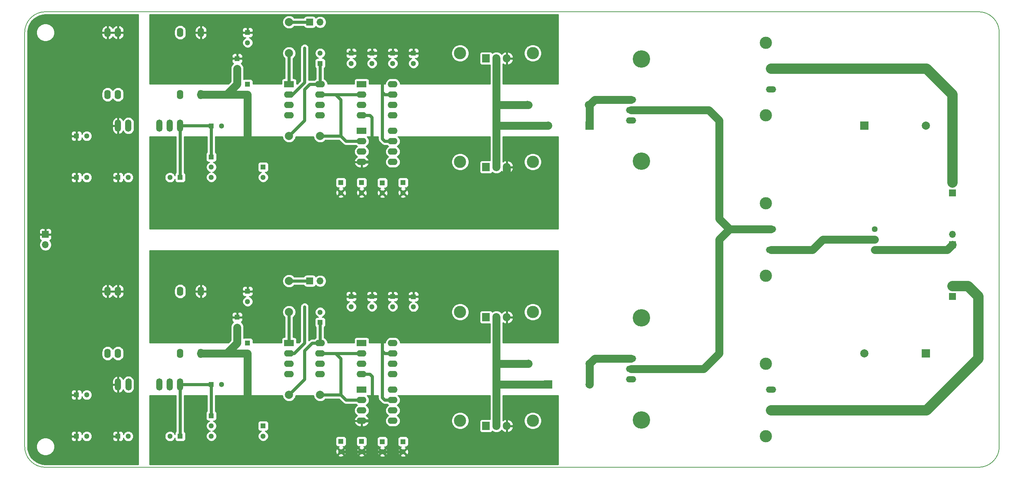
<source format=gbr>
%TF.GenerationSoftware,KiCad,Pcbnew,5.1.5+dfsg1-2+b1*%
%TF.CreationDate,2020-09-24T09:47:25-05:00*%
%TF.ProjectId,HV-pulse-generator,48562d70-756c-4736-952d-67656e657261,2.0.0*%
%TF.SameCoordinates,Original*%
%TF.FileFunction,Copper,L2,Bot*%
%TF.FilePolarity,Positive*%
%FSLAX46Y46*%
G04 Gerber Fmt 4.6, Leading zero omitted, Abs format (unit mm)*
G04 Created by KiCad (PCBNEW 5.1.5+dfsg1-2+b1) date 2020-09-24 09:47:25*
%MOMM*%
%LPD*%
G04 APERTURE LIST*
%TA.AperFunction,Profile*%
%ADD10C,0.150000*%
%TD*%
%TA.AperFunction,ComponentPad*%
%ADD11O,1.700000X1.700000*%
%TD*%
%TA.AperFunction,ComponentPad*%
%ADD12R,1.700000X1.700000*%
%TD*%
%TA.AperFunction,ComponentPad*%
%ADD13C,1.998980*%
%TD*%
%TA.AperFunction,ComponentPad*%
%ADD14R,1.998980X1.998980*%
%TD*%
%TA.AperFunction,ComponentPad*%
%ADD15C,3.000000*%
%TD*%
%TA.AperFunction,ComponentPad*%
%ADD16O,1.905000X2.000000*%
%TD*%
%TA.AperFunction,ComponentPad*%
%ADD17R,1.905000X2.000000*%
%TD*%
%TA.AperFunction,ComponentPad*%
%ADD18O,1.501140X2.999740*%
%TD*%
%TA.AperFunction,ComponentPad*%
%ADD19O,2.400000X1.600000*%
%TD*%
%TA.AperFunction,ComponentPad*%
%ADD20R,2.400000X1.600000*%
%TD*%
%TA.AperFunction,ComponentPad*%
%ADD21O,1.600000X2.300000*%
%TD*%
%TA.AperFunction,ComponentPad*%
%ADD22C,1.300000*%
%TD*%
%TA.AperFunction,ComponentPad*%
%ADD23R,1.300000X1.300000*%
%TD*%
%TA.AperFunction,ComponentPad*%
%ADD24R,1.300480X1.300480*%
%TD*%
%TA.AperFunction,ComponentPad*%
%ADD25C,1.300480*%
%TD*%
%TA.AperFunction,ComponentPad*%
%ADD26O,2.499360X1.501140*%
%TD*%
%TA.AperFunction,ComponentPad*%
%ADD27R,2.000000X2.000000*%
%TD*%
%TA.AperFunction,ComponentPad*%
%ADD28C,2.000000*%
%TD*%
%TA.AperFunction,ComponentPad*%
%ADD29C,1.440000*%
%TD*%
%TA.AperFunction,ComponentPad*%
%ADD30C,4.270000*%
%TD*%
%TA.AperFunction,ViaPad*%
%ADD31C,0.600000*%
%TD*%
%TA.AperFunction,Conductor*%
%ADD32C,1.905000*%
%TD*%
%TA.AperFunction,Conductor*%
%ADD33C,0.762000*%
%TD*%
%TA.AperFunction,Conductor*%
%ADD34C,2.540000*%
%TD*%
%TA.AperFunction,Conductor*%
%ADD35C,0.254000*%
%TD*%
G04 APERTURE END LIST*
D10*
X254000000Y-20320000D02*
G75*
G02X259080000Y-25400000I0J-5080000D01*
G01*
X20320000Y-25400000D02*
G75*
G02X25400000Y-20320000I5080000J0D01*
G01*
X25400000Y-132080000D02*
G75*
G02X20320000Y-127000000I0J5080000D01*
G01*
X259080000Y-127000000D02*
G75*
G02X254000000Y-132080000I-5080000J0D01*
G01*
X259080000Y-25400000D02*
X259080000Y-127000000D01*
X254000000Y-20320000D02*
X25400000Y-20320000D01*
X20320000Y-127000000D02*
X20320000Y-25400000D01*
X254000000Y-132080000D02*
X25400000Y-132080000D01*
D11*
%TO.P,J4,2*%
%TO.N,GND*%
X247650000Y-74930000D03*
D12*
%TO.P,J4,1*%
%TO.N,Net-(J4-Pad1)*%
X247650000Y-77470000D03*
%TD*%
D11*
%TO.P,J1.2,2*%
%TO.N,-VDC*%
X247650000Y-87630000D03*
D12*
%TO.P,J1.2,1*%
%TO.N,GND*%
X247650000Y-90170000D03*
%TD*%
D11*
%TO.P,J1.1,2*%
%TO.N,+VDC*%
X247650000Y-62230000D03*
D12*
%TO.P,J1.1,1*%
%TO.N,GND*%
X247650000Y-64770000D03*
%TD*%
D13*
%TO.P,R8,1*%
%TO.N,/sheet5F874D32/GATE*%
X143510000Y-43180000D03*
%TO.P,R8,2*%
%TO.N,Net-(D2-Pad1)*%
X158510000Y-43180000D03*
%TD*%
%TO.P,R4,1*%
%TO.N,Net-(D1-Pad2)*%
X158750000Y-106680000D03*
%TO.P,R4,2*%
%TO.N,/Sheet5F8C1FCD/GATE*%
X143750000Y-106680000D03*
%TD*%
%TO.P,D2,2*%
%TO.N,/sheet5F874D32/GATE*%
X148590000Y-48262540D03*
D14*
%TO.P,D2,1*%
%TO.N,Net-(D2-Pad1)*%
X158750000Y-48262540D03*
%TD*%
D13*
%TO.P,D1,2*%
%TO.N,Net-(D1-Pad2)*%
X158750000Y-111760000D03*
D14*
%TO.P,D1,1*%
%TO.N,/Sheet5F8C1FCD/GATE*%
X148590000Y-111760000D03*
%TD*%
D15*
%TO.P,REF\002A\002A,1*%
%TO.N,N/C*%
X201930000Y-85100000D03*
X201930000Y-67300000D03*
%TD*%
D11*
%TO.P,J5,2*%
%TO.N,/Sheet5F8C1FCD/TTL-*%
X92710000Y-86360000D03*
D12*
%TO.P,J5,1*%
%TO.N,/Sheet5F8C1FCD/TTL+*%
X90170000Y-86360000D03*
%TD*%
D11*
%TO.P,J3,2*%
%TO.N,GNDPWR*%
X25400000Y-77470000D03*
D12*
%TO.P,J3,1*%
%TO.N,+24V*%
X25400000Y-74930000D03*
%TD*%
D11*
%TO.P,J2,2*%
%TO.N,/sheet5F874D32/TTL-*%
X92710000Y-22860000D03*
D12*
%TO.P,J2,1*%
%TO.N,/sheet5F874D32/TTL+*%
X90170000Y-22860000D03*
%TD*%
D16*
%TO.P,Q6,3*%
%TO.N,/sheet5F874D32/-15V*%
X138430000Y-58420000D03*
%TO.P,Q6,2*%
%TO.N,/sheet5F874D32/GATE*%
X135890000Y-58420000D03*
D17*
%TO.P,Q6,1*%
%TO.N,Net-(Q6-Pad1)*%
X133350000Y-58420000D03*
%TD*%
D16*
%TO.P,Q4,3*%
%TO.N,/sheet5F874D32/+15V*%
X138430000Y-31750000D03*
%TO.P,Q4,2*%
%TO.N,/sheet5F874D32/GATE*%
X135890000Y-31750000D03*
D17*
%TO.P,Q4,1*%
%TO.N,Net-(Q4-Pad1)*%
X133350000Y-31750000D03*
%TD*%
D16*
%TO.P,Q3,3*%
%TO.N,/Sheet5F8C1FCD/-15V*%
X138430000Y-121920000D03*
%TO.P,Q3,2*%
%TO.N,/Sheet5F8C1FCD/GATE*%
X135890000Y-121920000D03*
D17*
%TO.P,Q3,1*%
%TO.N,Net-(Q3-Pad1)*%
X133350000Y-121920000D03*
%TD*%
D16*
%TO.P,Q1,3*%
%TO.N,/Sheet5F8C1FCD/+15V*%
X138430000Y-95250000D03*
%TO.P,Q1,2*%
%TO.N,/Sheet5F8C1FCD/GATE*%
X135890000Y-95250000D03*
D17*
%TO.P,Q1,1*%
%TO.N,Net-(Q1-Pad1)*%
X133350000Y-95250000D03*
%TD*%
D18*
%TO.P,P1,7*%
%TO.N,/Sheet5F8C1FCD/+5V*%
X58420000Y-111760000D03*
%TO.P,P1,1*%
%TO.N,+24V*%
X43180000Y-111760000D03*
%TO.P,P1,2*%
%TO.N,GNDPWR*%
X45730160Y-111760000D03*
%TO.P,P1,5*%
%TO.N,/Sheet5F8C1FCD/COM*%
X53329800Y-111760000D03*
%TO.P,P1,6*%
%TO.N,N/C*%
X55880000Y-111760000D03*
%TD*%
D19*
%TO.P,U1,8*%
%TO.N,N/C*%
X110490000Y-101600000D03*
%TO.P,U1,4*%
%TO.N,/Sheet5F8C1FCD/-15V*%
X102870000Y-109220000D03*
%TO.P,U1,7*%
%TO.N,/Sheet5F8C1FCD/+15V*%
X110490000Y-104140000D03*
%TO.P,U1,3*%
%TO.N,/Sheet5F8C1FCD/+2P5V*%
X102870000Y-106680000D03*
%TO.P,U1,6*%
%TO.N,Net-(Q1-Pad1)*%
X110490000Y-106680000D03*
%TO.P,U1,2*%
%TO.N,Net-(R2-Pad1)*%
X102870000Y-104140000D03*
%TO.P,U1,5*%
%TO.N,N/C*%
X110490000Y-109220000D03*
D20*
%TO.P,U1,1*%
X102870000Y-101600000D03*
%TD*%
D21*
%TO.P,P4,2*%
%TO.N,GNDPWR*%
X40640000Y-40640000D03*
%TO.P,P4,3*%
X43180000Y-40640000D03*
%TO.P,P4,9*%
%TO.N,/sheet5F874D32/COM*%
X58420000Y-40640000D03*
%TO.P,P4,11*%
%TO.N,/sheet5F874D32/-15V*%
X63500000Y-40640000D03*
%TO.P,P4,14*%
%TO.N,/sheet5F874D32/+15V*%
X63500000Y-25400000D03*
%TO.P,P4,16*%
%TO.N,/sheet5F874D32/COM*%
X58420000Y-25400000D03*
%TO.P,P4,22*%
%TO.N,+24V*%
X43180000Y-25400000D03*
%TO.P,P4,23*%
X40640000Y-25400000D03*
%TD*%
D22*
%TO.P,C34,2*%
%TO.N,GNDPWR*%
X35520000Y-60960000D03*
D23*
%TO.P,C34,1*%
%TO.N,+24V*%
X33020000Y-60960000D03*
%TD*%
D19*
%TO.P,U3,8*%
%TO.N,N/C*%
X110490000Y-113030000D03*
%TO.P,U3,4*%
%TO.N,/Sheet5F8C1FCD/-15V*%
X102870000Y-120650000D03*
%TO.P,U3,7*%
%TO.N,/Sheet5F8C1FCD/+15V*%
X110490000Y-115570000D03*
%TO.P,U3,3*%
%TO.N,/Sheet5F8C1FCD/+2P5V*%
X102870000Y-118110000D03*
%TO.P,U3,6*%
%TO.N,Net-(Q3-Pad1)*%
X110490000Y-118110000D03*
%TO.P,U3,2*%
%TO.N,Net-(R2-Pad1)*%
X102870000Y-115570000D03*
%TO.P,U3,5*%
%TO.N,N/C*%
X110490000Y-120650000D03*
D20*
%TO.P,U3,1*%
X102870000Y-113030000D03*
%TD*%
D19*
%TO.P,U6,8*%
%TO.N,/sheet5F874D32/+5V*%
X92710000Y-38100000D03*
%TO.P,U6,4*%
%TO.N,N/C*%
X85090000Y-45720000D03*
%TO.P,U6,7*%
%TO.N,Net-(R6-Pad1)*%
X92710000Y-40640000D03*
%TO.P,U6,3*%
%TO.N,N/C*%
X85090000Y-43180000D03*
%TO.P,U6,6*%
X92710000Y-43180000D03*
%TO.P,U6,2*%
%TO.N,/sheet5F874D32/TTL-*%
X85090000Y-40640000D03*
%TO.P,U6,5*%
%TO.N,/sheet5F874D32/COM*%
X92710000Y-45720000D03*
D20*
%TO.P,U6,1*%
%TO.N,Net-(R7-Pad1)*%
X85090000Y-38100000D03*
%TD*%
D15*
%TO.P,REF\002A\002A,1*%
%TO.N,N/C*%
X144790000Y-93980000D03*
X126990000Y-93980000D03*
%TD*%
D24*
%TO.P,U8,1*%
%TO.N,/sheet5F874D32/+5V*%
X66040000Y-55918100D03*
D25*
%TO.P,U8,2*%
%TO.N,/sheet5F874D32/+2P5V*%
X66040000Y-58420000D03*
%TO.P,U8,3*%
%TO.N,/sheet5F874D32/COM*%
X66040000Y-60916820D03*
%TD*%
D24*
%TO.P,U4,1*%
%TO.N,/Sheet5F8C1FCD/+5V*%
X66040000Y-119418100D03*
D25*
%TO.P,U4,2*%
%TO.N,/Sheet5F8C1FCD/+2P5V*%
X66040000Y-121920000D03*
%TO.P,U4,3*%
%TO.N,/Sheet5F8C1FCD/COM*%
X66040000Y-124416820D03*
%TD*%
D26*
%TO.P,R9,1*%
%TO.N,-VDC*%
X203200000Y-118110000D03*
%TO.P,R9,2*%
%TO.N,/Sheet5F8C1FCD/COM*%
X203200000Y-113030000D03*
%TD*%
D13*
%TO.P,R7,1*%
%TO.N,Net-(R7-Pad1)*%
X85090000Y-30480000D03*
%TO.P,R7,2*%
%TO.N,/sheet5F874D32/TTL+*%
X85090000Y-22860000D03*
%TD*%
%TO.P,R6,1*%
%TO.N,Net-(R6-Pad1)*%
X92710000Y-50800000D03*
%TO.P,R6,2*%
%TO.N,/sheet5F874D32/+5V*%
X85090000Y-50800000D03*
%TD*%
D26*
%TO.P,R5,1*%
%TO.N,Net-(R5-Pad1)*%
X203200000Y-78740000D03*
%TO.P,R5,2*%
%TO.N,Net-(Q2-Pad2)*%
X203200000Y-73660000D03*
%TD*%
D13*
%TO.P,R3,1*%
%TO.N,Net-(R3-Pad1)*%
X85090000Y-93980000D03*
%TO.P,R3,2*%
%TO.N,/Sheet5F8C1FCD/TTL+*%
X85090000Y-86360000D03*
%TD*%
%TO.P,R2,1*%
%TO.N,Net-(R2-Pad1)*%
X92710000Y-114300000D03*
%TO.P,R2,2*%
%TO.N,/Sheet5F8C1FCD/+5V*%
X85090000Y-114300000D03*
%TD*%
D26*
%TO.P,R1,1*%
%TO.N,/sheet5F874D32/COM*%
X203200000Y-39370000D03*
%TO.P,R1,2*%
%TO.N,+VDC*%
X203200000Y-34290000D03*
%TD*%
%TO.P,Q5,2*%
%TO.N,Net-(Q2-Pad2)*%
X168910000Y-107950000D03*
%TO.P,Q5,3*%
%TO.N,Net-(D1-Pad2)*%
X168910000Y-105410000D03*
%TO.P,Q5,1*%
%TO.N,/Sheet5F8C1FCD/COM*%
X168910000Y-110490000D03*
%TD*%
%TO.P,Q2,2*%
%TO.N,Net-(Q2-Pad2)*%
X168910000Y-44450000D03*
%TO.P,Q2,3*%
%TO.N,Net-(D2-Pad1)*%
X168910000Y-41910000D03*
%TO.P,Q2,1*%
%TO.N,/sheet5F874D32/COM*%
X168910000Y-46990000D03*
%TD*%
D18*
%TO.P,P3,7*%
%TO.N,/sheet5F874D32/+5V*%
X58409840Y-48260000D03*
%TO.P,P3,1*%
%TO.N,+24V*%
X43169840Y-48260000D03*
%TO.P,P3,2*%
%TO.N,GNDPWR*%
X45720000Y-48260000D03*
%TO.P,P3,5*%
%TO.N,/sheet5F874D32/COM*%
X53319640Y-48260000D03*
%TO.P,P3,6*%
%TO.N,N/C*%
X55869840Y-48260000D03*
%TD*%
D21*
%TO.P,P2,2*%
%TO.N,GNDPWR*%
X40640000Y-104140000D03*
%TO.P,P2,3*%
X43180000Y-104140000D03*
%TO.P,P2,9*%
%TO.N,/Sheet5F8C1FCD/COM*%
X58420000Y-104140000D03*
%TO.P,P2,11*%
%TO.N,/Sheet5F8C1FCD/-15V*%
X63500000Y-104140000D03*
%TO.P,P2,14*%
%TO.N,/Sheet5F8C1FCD/+15V*%
X63500000Y-88900000D03*
%TO.P,P2,16*%
%TO.N,/Sheet5F8C1FCD/COM*%
X58420000Y-88900000D03*
%TO.P,P2,22*%
%TO.N,+24V*%
X43180000Y-88900000D03*
%TO.P,P2,23*%
X40640000Y-88900000D03*
%TD*%
D22*
%TO.P,C38,2*%
%TO.N,GNDPWR*%
X35520000Y-50800000D03*
D23*
%TO.P,C38,1*%
%TO.N,+24V*%
X33020000Y-50800000D03*
%TD*%
%TO.P,C37,1*%
%TO.N,/sheet5F874D32/+2P5V*%
X78740000Y-58420000D03*
D22*
%TO.P,C37,2*%
%TO.N,/sheet5F874D32/COM*%
X78740000Y-60920000D03*
%TD*%
%TO.P,C30,2*%
%TO.N,/sheet5F874D32/-15V*%
X74930000Y-40600000D03*
D23*
%TO.P,C30,1*%
%TO.N,/sheet5F874D32/COM*%
X74930000Y-38100000D03*
%TD*%
D22*
%TO.P,C27,2*%
%TO.N,GNDPWR*%
X45680000Y-60960000D03*
D23*
%TO.P,C27,1*%
%TO.N,+24V*%
X43180000Y-60960000D03*
%TD*%
D22*
%TO.P,C26,2*%
%TO.N,/sheet5F874D32/COM*%
X55920000Y-60960000D03*
D23*
%TO.P,C26,1*%
%TO.N,/sheet5F874D32/+5V*%
X58420000Y-60960000D03*
%TD*%
D22*
%TO.P,C22,2*%
%TO.N,/sheet5F874D32/COM*%
X74930000Y-27900000D03*
D23*
%TO.P,C22,1*%
%TO.N,/sheet5F874D32/+15V*%
X74930000Y-25400000D03*
%TD*%
D22*
%TO.P,C19,2*%
%TO.N,GNDPWR*%
X35520000Y-114300000D03*
D23*
%TO.P,C19,1*%
%TO.N,+24V*%
X33020000Y-114300000D03*
%TD*%
%TO.P,C18,1*%
%TO.N,/Sheet5F8C1FCD/+2P5V*%
X78740000Y-121920000D03*
D22*
%TO.P,C18,2*%
%TO.N,/Sheet5F8C1FCD/COM*%
X78740000Y-124420000D03*
%TD*%
%TO.P,C15,2*%
%TO.N,GNDPWR*%
X35520000Y-124460000D03*
D23*
%TO.P,C15,1*%
%TO.N,+24V*%
X33020000Y-124460000D03*
%TD*%
D22*
%TO.P,C11,2*%
%TO.N,/Sheet5F8C1FCD/-15V*%
X74930000Y-104100000D03*
D23*
%TO.P,C11,1*%
%TO.N,/Sheet5F8C1FCD/COM*%
X74930000Y-101600000D03*
%TD*%
D22*
%TO.P,C9,2*%
%TO.N,GNDPWR*%
X45680000Y-124460000D03*
D23*
%TO.P,C9,1*%
%TO.N,+24V*%
X43180000Y-124460000D03*
%TD*%
D22*
%TO.P,C8,2*%
%TO.N,/Sheet5F8C1FCD/COM*%
X55920000Y-124460000D03*
D23*
%TO.P,C8,1*%
%TO.N,/Sheet5F8C1FCD/+5V*%
X58420000Y-124460000D03*
%TD*%
D22*
%TO.P,C3,2*%
%TO.N,/Sheet5F8C1FCD/COM*%
X74930000Y-91400000D03*
D23*
%TO.P,C3,1*%
%TO.N,/Sheet5F8C1FCD/+15V*%
X74930000Y-88900000D03*
%TD*%
%TO.P,C36,1*%
%TO.N,/sheet5F874D32/+5V*%
X66040000Y-48300000D03*
D22*
%TO.P,C36,2*%
%TO.N,/sheet5F874D32/COM*%
X68540000Y-48300000D03*
%TD*%
D23*
%TO.P,C35,1*%
%TO.N,/sheet5F874D32/+15V*%
X72390000Y-31790000D03*
D22*
%TO.P,C35,2*%
%TO.N,/sheet5F874D32/-15V*%
X72390000Y-34290000D03*
%TD*%
D23*
%TO.P,C33,1*%
%TO.N,/sheet5F874D32/COM*%
X102870000Y-62230000D03*
D22*
%TO.P,C33,2*%
%TO.N,/sheet5F874D32/-15V*%
X102870000Y-64730000D03*
%TD*%
D23*
%TO.P,C32,1*%
%TO.N,/sheet5F874D32/COM*%
X97790000Y-62230000D03*
D22*
%TO.P,C32,2*%
%TO.N,/sheet5F874D32/-15V*%
X97790000Y-64730000D03*
%TD*%
D23*
%TO.P,C31,1*%
%TO.N,/sheet5F874D32/COM*%
X107950000Y-62270000D03*
D22*
%TO.P,C31,2*%
%TO.N,/sheet5F874D32/-15V*%
X107950000Y-64770000D03*
%TD*%
D27*
%TO.P,C29,1*%
%TO.N,GND*%
X241060000Y-104140000D03*
D28*
%TO.P,C29,2*%
%TO.N,/Sheet5F8C1FCD/COM*%
X226060000Y-104140000D03*
%TD*%
D23*
%TO.P,C28,1*%
%TO.N,/sheet5F874D32/+15V*%
X100330000Y-30480000D03*
D22*
%TO.P,C28,2*%
%TO.N,/sheet5F874D32/COM*%
X100330000Y-32980000D03*
%TD*%
D23*
%TO.P,C25,1*%
%TO.N,/sheet5F874D32/+15V*%
X115570000Y-30480000D03*
D22*
%TO.P,C25,2*%
%TO.N,/sheet5F874D32/COM*%
X115570000Y-32980000D03*
%TD*%
D23*
%TO.P,C24,1*%
%TO.N,/sheet5F874D32/+15V*%
X110490000Y-30480000D03*
D22*
%TO.P,C24,2*%
%TO.N,/sheet5F874D32/COM*%
X110490000Y-32980000D03*
%TD*%
D23*
%TO.P,C23,1*%
%TO.N,/sheet5F874D32/+15V*%
X105410000Y-30480000D03*
D22*
%TO.P,C23,2*%
%TO.N,/sheet5F874D32/COM*%
X105410000Y-32980000D03*
%TD*%
D23*
%TO.P,C21,1*%
%TO.N,/sheet5F874D32/COM*%
X113030000Y-62230000D03*
D22*
%TO.P,C21,2*%
%TO.N,/sheet5F874D32/-15V*%
X113030000Y-64730000D03*
%TD*%
D23*
%TO.P,C20,1*%
%TO.N,/sheet5F874D32/+5V*%
X92710000Y-32980000D03*
D22*
%TO.P,C20,2*%
%TO.N,/sheet5F874D32/COM*%
X92710000Y-30480000D03*
%TD*%
D23*
%TO.P,C17,1*%
%TO.N,/Sheet5F8C1FCD/+5V*%
X66040000Y-111760000D03*
D22*
%TO.P,C17,2*%
%TO.N,/Sheet5F8C1FCD/COM*%
X68540000Y-111760000D03*
%TD*%
D23*
%TO.P,C16,1*%
%TO.N,/Sheet5F8C1FCD/+15V*%
X72390000Y-95250000D03*
D22*
%TO.P,C16,2*%
%TO.N,/Sheet5F8C1FCD/-15V*%
X72390000Y-97750000D03*
%TD*%
D23*
%TO.P,C14,1*%
%TO.N,/Sheet5F8C1FCD/COM*%
X113030000Y-125770000D03*
D22*
%TO.P,C14,2*%
%TO.N,/Sheet5F8C1FCD/-15V*%
X113030000Y-128270000D03*
%TD*%
D23*
%TO.P,C13,1*%
%TO.N,/Sheet5F8C1FCD/COM*%
X97790000Y-125730000D03*
D22*
%TO.P,C13,2*%
%TO.N,/Sheet5F8C1FCD/-15V*%
X97790000Y-128230000D03*
%TD*%
D23*
%TO.P,C12,1*%
%TO.N,/Sheet5F8C1FCD/COM*%
X107950000Y-125770000D03*
D22*
%TO.P,C12,2*%
%TO.N,/Sheet5F8C1FCD/-15V*%
X107950000Y-128270000D03*
%TD*%
D23*
%TO.P,C10,1*%
%TO.N,/Sheet5F8C1FCD/+15V*%
X110490000Y-90170000D03*
D22*
%TO.P,C10,2*%
%TO.N,/Sheet5F8C1FCD/COM*%
X110490000Y-92670000D03*
%TD*%
D23*
%TO.P,C7,1*%
%TO.N,/Sheet5F8C1FCD/+15V*%
X105410000Y-90170000D03*
D22*
%TO.P,C7,2*%
%TO.N,/Sheet5F8C1FCD/COM*%
X105410000Y-92670000D03*
%TD*%
D27*
%TO.P,C6,1*%
%TO.N,/sheet5F874D32/COM*%
X226060000Y-48260000D03*
D28*
%TO.P,C6,2*%
%TO.N,GND*%
X241060000Y-48260000D03*
%TD*%
D23*
%TO.P,C5,1*%
%TO.N,/Sheet5F8C1FCD/+15V*%
X115570000Y-90210000D03*
D22*
%TO.P,C5,2*%
%TO.N,/Sheet5F8C1FCD/COM*%
X115570000Y-92710000D03*
%TD*%
D23*
%TO.P,C4,1*%
%TO.N,/Sheet5F8C1FCD/+15V*%
X100330000Y-90170000D03*
D22*
%TO.P,C4,2*%
%TO.N,/Sheet5F8C1FCD/COM*%
X100330000Y-92670000D03*
%TD*%
D23*
%TO.P,C2,1*%
%TO.N,/Sheet5F8C1FCD/COM*%
X102870000Y-125730000D03*
D22*
%TO.P,C2,2*%
%TO.N,/Sheet5F8C1FCD/-15V*%
X102870000Y-128230000D03*
%TD*%
D23*
%TO.P,C1,1*%
%TO.N,/Sheet5F8C1FCD/+5V*%
X92710000Y-96520000D03*
D22*
%TO.P,C1,2*%
%TO.N,/Sheet5F8C1FCD/COM*%
X92710000Y-94020000D03*
%TD*%
D19*
%TO.P,U7,8*%
%TO.N,N/C*%
X110490000Y-49530000D03*
%TO.P,U7,4*%
%TO.N,/sheet5F874D32/-15V*%
X102870000Y-57150000D03*
%TO.P,U7,7*%
%TO.N,/sheet5F874D32/+15V*%
X110490000Y-52070000D03*
%TO.P,U7,3*%
%TO.N,/sheet5F874D32/+2P5V*%
X102870000Y-54610000D03*
%TO.P,U7,6*%
%TO.N,Net-(Q6-Pad1)*%
X110490000Y-54610000D03*
%TO.P,U7,2*%
%TO.N,Net-(R6-Pad1)*%
X102870000Y-52070000D03*
%TO.P,U7,5*%
%TO.N,N/C*%
X110490000Y-57150000D03*
D20*
%TO.P,U7,1*%
X102870000Y-49530000D03*
%TD*%
D19*
%TO.P,U5,8*%
%TO.N,N/C*%
X110490000Y-38100000D03*
%TO.P,U5,4*%
%TO.N,/sheet5F874D32/-15V*%
X102870000Y-45720000D03*
%TO.P,U5,7*%
%TO.N,/sheet5F874D32/+15V*%
X110490000Y-40640000D03*
%TO.P,U5,3*%
%TO.N,/sheet5F874D32/+2P5V*%
X102870000Y-43180000D03*
%TO.P,U5,6*%
%TO.N,Net-(Q4-Pad1)*%
X110490000Y-43180000D03*
%TO.P,U5,2*%
%TO.N,Net-(R6-Pad1)*%
X102870000Y-40640000D03*
%TO.P,U5,5*%
%TO.N,N/C*%
X110490000Y-45720000D03*
D20*
%TO.P,U5,1*%
X102870000Y-38100000D03*
%TD*%
D19*
%TO.P,U2,8*%
%TO.N,/Sheet5F8C1FCD/+5V*%
X92710000Y-101600000D03*
%TO.P,U2,4*%
%TO.N,N/C*%
X85090000Y-109220000D03*
%TO.P,U2,7*%
%TO.N,Net-(R2-Pad1)*%
X92710000Y-104140000D03*
%TO.P,U2,3*%
%TO.N,N/C*%
X85090000Y-106680000D03*
%TO.P,U2,6*%
X92710000Y-106680000D03*
%TO.P,U2,2*%
%TO.N,/Sheet5F8C1FCD/TTL-*%
X85090000Y-104140000D03*
%TO.P,U2,5*%
%TO.N,/Sheet5F8C1FCD/COM*%
X92710000Y-109220000D03*
D20*
%TO.P,U2,1*%
%TO.N,Net-(R3-Pad1)*%
X85090000Y-101600000D03*
%TD*%
D29*
%TO.P,RTUNE1,3*%
%TO.N,Net-(J4-Pad1)*%
X228600000Y-78740000D03*
%TO.P,RTUNE1,2*%
%TO.N,Net-(R5-Pad1)*%
X228600000Y-76200000D03*
%TO.P,RTUNE1,1*%
%TO.N,N/C*%
X228600000Y-73660000D03*
%TD*%
D30*
%TO.P,REF\002A\002A,1*%
%TO.N,N/C*%
X171450000Y-95450000D03*
X171450000Y-120450000D03*
%TD*%
D15*
%TO.P,REF\002A\002A,1*%
%TO.N,N/C*%
X144790000Y-57150000D03*
X126990000Y-57150000D03*
%TD*%
%TO.P,REF\002A\002A,1*%
%TO.N,N/C*%
X144790000Y-30480000D03*
X126990000Y-30480000D03*
%TD*%
%TO.P,REF\002A\002A,1*%
%TO.N,N/C*%
X144790000Y-120650000D03*
X126990000Y-120650000D03*
%TD*%
D30*
%TO.P,REF\002A\002A,1*%
%TO.N,N/C*%
X171450000Y-31950000D03*
X171450000Y-56950000D03*
%TD*%
D15*
%TO.P,REF\002A\002A,1*%
%TO.N,N/C*%
X201930000Y-124470000D03*
X201930000Y-106670000D03*
%TD*%
%TO.P,REF\002A\002A,1*%
%TO.N,N/C*%
X201930000Y-45730000D03*
X201930000Y-27930000D03*
%TD*%
D31*
%TO.N,/sheet5F874D32/TTL-*%
X88900000Y-29210000D03*
%TO.N,/Sheet5F8C1FCD/TTL-*%
X88900000Y-92710000D03*
%TD*%
D32*
%TO.N,Net-(D2-Pad1)*%
X160020000Y-41910000D02*
X158750000Y-43180000D01*
X168910000Y-41910000D02*
X160020000Y-41910000D01*
X158750000Y-43180000D02*
X158750000Y-48257460D01*
%TO.N,Net-(J4-Pad1)*%
X246380000Y-78740000D02*
X247650000Y-77470000D01*
X228600000Y-78740000D02*
X246380000Y-78740000D01*
%TO.N,Net-(Q2-Pad2)*%
X203200000Y-73660000D02*
X193040000Y-73660000D01*
X193040000Y-73660000D02*
X190500000Y-71120000D01*
X193040000Y-73660000D02*
X190500000Y-76200000D01*
X190500000Y-104140000D02*
X190500000Y-76200000D01*
X186690000Y-107950000D02*
X190500000Y-104140000D01*
X190500000Y-46990000D02*
X190500000Y-71120000D01*
X187960000Y-44450000D02*
X190500000Y-46990000D01*
X168910000Y-44450000D02*
X187960000Y-44450000D01*
X186690000Y-107950000D02*
X168910000Y-107950000D01*
D33*
%TO.N,Net-(R6-Pad1)*%
X96520000Y-40640000D02*
X97790000Y-41910000D01*
X92710000Y-40640000D02*
X96520000Y-40640000D01*
X96520000Y-40640000D02*
X102870000Y-40640000D01*
X97790000Y-50800000D02*
X99060000Y-52070000D01*
X99060000Y-52070000D02*
X102870000Y-52070000D01*
X97790000Y-41910000D02*
X97790000Y-50800000D01*
X97790000Y-50800000D02*
X92710000Y-50800000D01*
%TO.N,Net-(R7-Pad1)*%
X85090000Y-30480000D02*
X85090000Y-38100000D01*
D32*
%TO.N,Net-(R5-Pad1)*%
X203200000Y-78740000D02*
X213360000Y-78740000D01*
X215900000Y-76200000D02*
X228600000Y-76200000D01*
X213360000Y-78740000D02*
X215900000Y-76200000D01*
D34*
%TO.N,+VDC*%
X203200000Y-34290000D02*
X241300000Y-34290000D01*
X241300000Y-34290000D02*
X247650000Y-40640000D01*
X247650000Y-40640000D02*
X247650000Y-62230000D01*
%TO.N,-VDC*%
X203200000Y-118110000D02*
X241300000Y-118110000D01*
X241300000Y-118110000D02*
X254000000Y-105410000D01*
X254000000Y-105410000D02*
X254000000Y-90170000D01*
X254000000Y-90170000D02*
X251460000Y-87630000D01*
X251460000Y-87630000D02*
X247650000Y-87630000D01*
D33*
%TO.N,/sheet5F874D32/TTL-*%
X85921602Y-40640000D02*
X85090000Y-40640000D01*
X88900000Y-37661602D02*
X85921602Y-40640000D01*
X88900000Y-29210000D02*
X88900000Y-37661602D01*
%TO.N,/Sheet5F8C1FCD/TTL-*%
X85090000Y-104140000D02*
X86360000Y-104140000D01*
X86360000Y-104140000D02*
X88900000Y-101600000D01*
X88900000Y-101600000D02*
X88900000Y-92710000D01*
%TO.N,/Sheet5F8C1FCD/-15V*%
X74890000Y-104140000D02*
X74930000Y-104100000D01*
D32*
X72390000Y-104140000D02*
X74890000Y-104140000D01*
X72390000Y-101600000D02*
X69850000Y-104140000D01*
X72390000Y-97750000D02*
X72390000Y-101600000D01*
X69850000Y-104140000D02*
X72390000Y-104140000D01*
X63500000Y-104140000D02*
X69850000Y-104140000D01*
X74930000Y-104100000D02*
X74930000Y-127000000D01*
D33*
X112990000Y-128230000D02*
X113030000Y-128270000D01*
X104832000Y-120650000D02*
X102870000Y-120650000D01*
X105450000Y-121268000D02*
X104832000Y-120650000D01*
X105450000Y-128230000D02*
X105450000Y-121268000D01*
X97790000Y-128230000D02*
X105450000Y-128230000D01*
X105450000Y-128230000D02*
X112990000Y-128230000D01*
X104832000Y-109220000D02*
X102870000Y-109220000D01*
X105450000Y-109838000D02*
X104832000Y-109220000D01*
X105450000Y-121268000D02*
X105450000Y-109838000D01*
%TO.N,/Sheet5F8C1FCD/+15V*%
X112990000Y-90170000D02*
X113030000Y-90210000D01*
X108528000Y-104140000D02*
X110490000Y-104140000D01*
X107950000Y-103562000D02*
X108528000Y-104140000D01*
X100330000Y-90170000D02*
X107950000Y-90170000D01*
X107950000Y-90170000D02*
X115530000Y-90170000D01*
X107950000Y-114992000D02*
X108528000Y-115570000D01*
X107950000Y-90170000D02*
X107950000Y-102870000D01*
X108528000Y-115570000D02*
X110490000Y-115570000D01*
X107950000Y-102870000D02*
X107950000Y-114992000D01*
X107950000Y-102870000D02*
X107950000Y-103562000D01*
%TO.N,Net-(R2-Pad1)*%
X96520000Y-104140000D02*
X97790000Y-105410000D01*
X92710000Y-104140000D02*
X96520000Y-104140000D01*
X96520000Y-104140000D02*
X102870000Y-104140000D01*
X97790000Y-105410000D02*
X97790000Y-114300000D01*
X99060000Y-115570000D02*
X102870000Y-115570000D01*
X97790000Y-114300000D02*
X99060000Y-115570000D01*
X92710000Y-114300000D02*
X97790000Y-114300000D01*
%TO.N,/sheet5F874D32/-15V*%
X74890000Y-40640000D02*
X74930000Y-40600000D01*
D32*
X80010000Y-68580000D02*
X100330000Y-68580000D01*
X105410000Y-68580000D02*
X100330000Y-68580000D01*
X72390000Y-40640000D02*
X74890000Y-40640000D01*
X72390000Y-38100000D02*
X69850000Y-40640000D01*
X69850000Y-40640000D02*
X72390000Y-40640000D01*
X72390000Y-34290000D02*
X72390000Y-38100000D01*
X63500000Y-40640000D02*
X69850000Y-40640000D01*
D33*
X105370000Y-64730000D02*
X105410000Y-64770000D01*
X105410000Y-68580000D02*
X105410000Y-64770000D01*
X105450000Y-64730000D02*
X105410000Y-64770000D01*
D32*
X138430000Y-63500000D02*
X133350000Y-68580000D01*
X133350000Y-68580000D02*
X105410000Y-68580000D01*
X74930000Y-63500000D02*
X80010000Y-68580000D01*
X74930000Y-40600000D02*
X74930000Y-63500000D01*
D33*
X104832000Y-45720000D02*
X102870000Y-45720000D01*
X105370000Y-46258000D02*
X104832000Y-45720000D01*
X105370000Y-64730000D02*
X105370000Y-46258000D01*
X104832000Y-57150000D02*
X105410000Y-57728000D01*
X102870000Y-57150000D02*
X104832000Y-57150000D01*
D32*
X138430000Y-58420000D02*
X138430000Y-63500000D01*
D33*
%TO.N,/sheet5F874D32/+15V*%
X108528000Y-52070000D02*
X110490000Y-52070000D01*
X107950000Y-51492000D02*
X108528000Y-52070000D01*
X108528000Y-40640000D02*
X107950000Y-40062000D01*
X110490000Y-40640000D02*
X108528000Y-40640000D01*
X107950000Y-38100000D02*
X107950000Y-51492000D01*
X107950000Y-40062000D02*
X107950000Y-38100000D01*
X107950000Y-33020000D02*
X107950000Y-38100000D01*
X107950000Y-33020000D02*
X107950000Y-30480000D01*
X107950000Y-30480000D02*
X115570000Y-30480000D01*
X100330000Y-30480000D02*
X107950000Y-30480000D01*
%TO.N,/sheet5F874D32/TTL+*%
X85090000Y-22860000D02*
X90170000Y-22860000D01*
%TO.N,GNDPWR*%
X45720000Y-60920000D02*
X45680000Y-60960000D01*
%TO.N,/Sheet5F8C1FCD/TTL+*%
X90170000Y-86360000D02*
X85090000Y-86360000D01*
D32*
%TO.N,/sheet5F874D32/GATE*%
X143750000Y-43180000D02*
X135890000Y-43180000D01*
D33*
X135892540Y-48257460D02*
X135890000Y-48260000D01*
D32*
X148590000Y-48257460D02*
X135892540Y-48257460D01*
X135890000Y-48260000D02*
X135890000Y-58420000D01*
X135890000Y-43180000D02*
X135890000Y-48260000D01*
X135890000Y-43180000D02*
X135890000Y-31750000D01*
%TO.N,/Sheet5F8C1FCD/GATE*%
X143750000Y-106680000D02*
X135890000Y-106680000D01*
X135890000Y-95250000D02*
X135890000Y-106680000D01*
D33*
X135892540Y-111757460D02*
X135890000Y-111760000D01*
D32*
X148590000Y-111757460D02*
X135892540Y-111757460D01*
X135890000Y-111760000D02*
X135890000Y-121920000D01*
X135890000Y-106680000D02*
X135890000Y-111760000D01*
D33*
%TO.N,/Sheet5F8C1FCD/+5V*%
X92710000Y-96520000D02*
X92710000Y-101600000D01*
X58420000Y-111760000D02*
X66040000Y-111760000D01*
X66040000Y-111760000D02*
X66040000Y-119418100D01*
X58420000Y-111760000D02*
X58420000Y-124460000D01*
X85090000Y-114300000D02*
X88900000Y-110490000D01*
X90748000Y-101600000D02*
X92710000Y-101600000D01*
X88900000Y-103448000D02*
X90748000Y-101600000D01*
X88900000Y-110490000D02*
X88900000Y-103448000D01*
%TO.N,Net-(R3-Pad1)*%
X85090000Y-93980000D02*
X85090000Y-101600000D01*
%TO.N,/sheet5F874D32/+5V*%
X58447940Y-48298100D02*
X58409840Y-48260000D01*
X66000000Y-48260000D02*
X66040000Y-48300000D01*
X58409840Y-48260000D02*
X66000000Y-48260000D01*
X66040000Y-55918100D02*
X66040000Y-48300000D01*
X90170000Y-38100000D02*
X92710000Y-38100000D01*
X88900000Y-39370000D02*
X90170000Y-38100000D01*
X88900000Y-46990000D02*
X88900000Y-39370000D01*
X85090000Y-50800000D02*
X88900000Y-46990000D01*
X58409840Y-60949840D02*
X58420000Y-60960000D01*
X58409840Y-48260000D02*
X58409840Y-60949840D01*
X92710000Y-32980000D02*
X92710000Y-38100000D01*
D32*
%TO.N,Net-(D1-Pad2)*%
X160020000Y-105410000D02*
X158750000Y-106680000D01*
X168910000Y-105410000D02*
X160020000Y-105410000D01*
X158750000Y-106680000D02*
X158750000Y-111757460D01*
%TD*%
D35*
%TO.N,+24V*%
G36*
X48133000Y-131370000D02*
G01*
X25431618Y-131370000D01*
X24626641Y-131298158D01*
X23877723Y-131093277D01*
X23176925Y-130759013D01*
X22546395Y-130305931D01*
X22006065Y-129748354D01*
X21573011Y-129103901D01*
X21260927Y-128392956D01*
X21078360Y-127632506D01*
X21030000Y-126973968D01*
X21030000Y-126779872D01*
X23165000Y-126779872D01*
X23165000Y-127220128D01*
X23250890Y-127651925D01*
X23419369Y-128058669D01*
X23663962Y-128424729D01*
X23975271Y-128736038D01*
X24341331Y-128980631D01*
X24748075Y-129149110D01*
X25179872Y-129235000D01*
X25620128Y-129235000D01*
X26051925Y-129149110D01*
X26458669Y-128980631D01*
X26824729Y-128736038D01*
X27136038Y-128424729D01*
X27380631Y-128058669D01*
X27549110Y-127651925D01*
X27635000Y-127220128D01*
X27635000Y-126779872D01*
X27549110Y-126348075D01*
X27380631Y-125941331D01*
X27136038Y-125575271D01*
X26824729Y-125263962D01*
X26594309Y-125110000D01*
X31731928Y-125110000D01*
X31744188Y-125234482D01*
X31780498Y-125354180D01*
X31839463Y-125464494D01*
X31918815Y-125561185D01*
X32015506Y-125640537D01*
X32125820Y-125699502D01*
X32245518Y-125735812D01*
X32370000Y-125748072D01*
X32734250Y-125745000D01*
X32893000Y-125586250D01*
X32893000Y-124587000D01*
X31893750Y-124587000D01*
X31735000Y-124745750D01*
X31731928Y-125110000D01*
X26594309Y-125110000D01*
X26458669Y-125019369D01*
X26051925Y-124850890D01*
X25620128Y-124765000D01*
X25179872Y-124765000D01*
X24748075Y-124850890D01*
X24341331Y-125019369D01*
X23975271Y-125263962D01*
X23663962Y-125575271D01*
X23419369Y-125941331D01*
X23250890Y-126348075D01*
X23165000Y-126779872D01*
X21030000Y-126779872D01*
X21030000Y-123810000D01*
X31731928Y-123810000D01*
X31735000Y-124174250D01*
X31893750Y-124333000D01*
X32893000Y-124333000D01*
X32893000Y-123333750D01*
X33147000Y-123333750D01*
X33147000Y-124333000D01*
X33167000Y-124333000D01*
X33167000Y-124587000D01*
X33147000Y-124587000D01*
X33147000Y-125586250D01*
X33305750Y-125745000D01*
X33670000Y-125748072D01*
X33794482Y-125735812D01*
X33914180Y-125699502D01*
X34024494Y-125640537D01*
X34121185Y-125561185D01*
X34200537Y-125464494D01*
X34259502Y-125354180D01*
X34295812Y-125234482D01*
X34308072Y-125110000D01*
X34306195Y-124887485D01*
X34381247Y-125068676D01*
X34521875Y-125279140D01*
X34700860Y-125458125D01*
X34911324Y-125598753D01*
X35145179Y-125695619D01*
X35393439Y-125745000D01*
X35646561Y-125745000D01*
X35894821Y-125695619D01*
X36128676Y-125598753D01*
X36339140Y-125458125D01*
X36518125Y-125279140D01*
X36631141Y-125110000D01*
X41891928Y-125110000D01*
X41904188Y-125234482D01*
X41940498Y-125354180D01*
X41999463Y-125464494D01*
X42078815Y-125561185D01*
X42175506Y-125640537D01*
X42285820Y-125699502D01*
X42405518Y-125735812D01*
X42530000Y-125748072D01*
X42894250Y-125745000D01*
X43053000Y-125586250D01*
X43053000Y-124587000D01*
X42053750Y-124587000D01*
X41895000Y-124745750D01*
X41891928Y-125110000D01*
X36631141Y-125110000D01*
X36658753Y-125068676D01*
X36755619Y-124834821D01*
X36805000Y-124586561D01*
X36805000Y-124333439D01*
X36755619Y-124085179D01*
X36658753Y-123851324D01*
X36631142Y-123810000D01*
X41891928Y-123810000D01*
X41895000Y-124174250D01*
X42053750Y-124333000D01*
X43053000Y-124333000D01*
X43053000Y-123333750D01*
X43307000Y-123333750D01*
X43307000Y-124333000D01*
X43327000Y-124333000D01*
X43327000Y-124587000D01*
X43307000Y-124587000D01*
X43307000Y-125586250D01*
X43465750Y-125745000D01*
X43830000Y-125748072D01*
X43954482Y-125735812D01*
X44074180Y-125699502D01*
X44184494Y-125640537D01*
X44281185Y-125561185D01*
X44360537Y-125464494D01*
X44419502Y-125354180D01*
X44455812Y-125234482D01*
X44468072Y-125110000D01*
X44466195Y-124887485D01*
X44541247Y-125068676D01*
X44681875Y-125279140D01*
X44860860Y-125458125D01*
X45071324Y-125598753D01*
X45305179Y-125695619D01*
X45553439Y-125745000D01*
X45806561Y-125745000D01*
X46054821Y-125695619D01*
X46288676Y-125598753D01*
X46499140Y-125458125D01*
X46678125Y-125279140D01*
X46818753Y-125068676D01*
X46915619Y-124834821D01*
X46965000Y-124586561D01*
X46965000Y-124333439D01*
X46915619Y-124085179D01*
X46818753Y-123851324D01*
X46678125Y-123640860D01*
X46499140Y-123461875D01*
X46288676Y-123321247D01*
X46054821Y-123224381D01*
X45806561Y-123175000D01*
X45553439Y-123175000D01*
X45305179Y-123224381D01*
X45071324Y-123321247D01*
X44860860Y-123461875D01*
X44681875Y-123640860D01*
X44541247Y-123851324D01*
X44466195Y-124032515D01*
X44468072Y-123810000D01*
X44455812Y-123685518D01*
X44419502Y-123565820D01*
X44360537Y-123455506D01*
X44281185Y-123358815D01*
X44184494Y-123279463D01*
X44074180Y-123220498D01*
X43954482Y-123184188D01*
X43830000Y-123171928D01*
X43465750Y-123175000D01*
X43307000Y-123333750D01*
X43053000Y-123333750D01*
X42894250Y-123175000D01*
X42530000Y-123171928D01*
X42405518Y-123184188D01*
X42285820Y-123220498D01*
X42175506Y-123279463D01*
X42078815Y-123358815D01*
X41999463Y-123455506D01*
X41940498Y-123565820D01*
X41904188Y-123685518D01*
X41891928Y-123810000D01*
X36631142Y-123810000D01*
X36518125Y-123640860D01*
X36339140Y-123461875D01*
X36128676Y-123321247D01*
X35894821Y-123224381D01*
X35646561Y-123175000D01*
X35393439Y-123175000D01*
X35145179Y-123224381D01*
X34911324Y-123321247D01*
X34700860Y-123461875D01*
X34521875Y-123640860D01*
X34381247Y-123851324D01*
X34306195Y-124032515D01*
X34308072Y-123810000D01*
X34295812Y-123685518D01*
X34259502Y-123565820D01*
X34200537Y-123455506D01*
X34121185Y-123358815D01*
X34024494Y-123279463D01*
X33914180Y-123220498D01*
X33794482Y-123184188D01*
X33670000Y-123171928D01*
X33305750Y-123175000D01*
X33147000Y-123333750D01*
X32893000Y-123333750D01*
X32734250Y-123175000D01*
X32370000Y-123171928D01*
X32245518Y-123184188D01*
X32125820Y-123220498D01*
X32015506Y-123279463D01*
X31918815Y-123358815D01*
X31839463Y-123455506D01*
X31780498Y-123565820D01*
X31744188Y-123685518D01*
X31731928Y-123810000D01*
X21030000Y-123810000D01*
X21030000Y-114950000D01*
X31731928Y-114950000D01*
X31744188Y-115074482D01*
X31780498Y-115194180D01*
X31839463Y-115304494D01*
X31918815Y-115401185D01*
X32015506Y-115480537D01*
X32125820Y-115539502D01*
X32245518Y-115575812D01*
X32370000Y-115588072D01*
X32734250Y-115585000D01*
X32893000Y-115426250D01*
X32893000Y-114427000D01*
X31893750Y-114427000D01*
X31735000Y-114585750D01*
X31731928Y-114950000D01*
X21030000Y-114950000D01*
X21030000Y-113650000D01*
X31731928Y-113650000D01*
X31735000Y-114014250D01*
X31893750Y-114173000D01*
X32893000Y-114173000D01*
X32893000Y-113173750D01*
X33147000Y-113173750D01*
X33147000Y-114173000D01*
X33167000Y-114173000D01*
X33167000Y-114427000D01*
X33147000Y-114427000D01*
X33147000Y-115426250D01*
X33305750Y-115585000D01*
X33670000Y-115588072D01*
X33794482Y-115575812D01*
X33914180Y-115539502D01*
X34024494Y-115480537D01*
X34121185Y-115401185D01*
X34200537Y-115304494D01*
X34259502Y-115194180D01*
X34295812Y-115074482D01*
X34308072Y-114950000D01*
X34306195Y-114727485D01*
X34381247Y-114908676D01*
X34521875Y-115119140D01*
X34700860Y-115298125D01*
X34911324Y-115438753D01*
X35145179Y-115535619D01*
X35393439Y-115585000D01*
X35646561Y-115585000D01*
X35894821Y-115535619D01*
X36128676Y-115438753D01*
X36339140Y-115298125D01*
X36518125Y-115119140D01*
X36658753Y-114908676D01*
X36755619Y-114674821D01*
X36805000Y-114426561D01*
X36805000Y-114173439D01*
X36755619Y-113925179D01*
X36658753Y-113691324D01*
X36518125Y-113480860D01*
X36339140Y-113301875D01*
X36128676Y-113161247D01*
X35894821Y-113064381D01*
X35646561Y-113015000D01*
X35393439Y-113015000D01*
X35145179Y-113064381D01*
X34911324Y-113161247D01*
X34700860Y-113301875D01*
X34521875Y-113480860D01*
X34381247Y-113691324D01*
X34306195Y-113872515D01*
X34308072Y-113650000D01*
X34295812Y-113525518D01*
X34259502Y-113405820D01*
X34200537Y-113295506D01*
X34121185Y-113198815D01*
X34024494Y-113119463D01*
X33914180Y-113060498D01*
X33794482Y-113024188D01*
X33670000Y-113011928D01*
X33305750Y-113015000D01*
X33147000Y-113173750D01*
X32893000Y-113173750D01*
X32734250Y-113015000D01*
X32370000Y-113011928D01*
X32245518Y-113024188D01*
X32125820Y-113060498D01*
X32015506Y-113119463D01*
X31918815Y-113198815D01*
X31839463Y-113295506D01*
X31780498Y-113405820D01*
X31744188Y-113525518D01*
X31731928Y-113650000D01*
X21030000Y-113650000D01*
X21030000Y-111887000D01*
X41794430Y-111887000D01*
X41794430Y-112636300D01*
X41845830Y-112904171D01*
X41948501Y-113156867D01*
X42098498Y-113384678D01*
X42290057Y-113578848D01*
X42515815Y-113731916D01*
X42767098Y-113838000D01*
X42838725Y-113852183D01*
X43053000Y-113729529D01*
X43053000Y-111887000D01*
X41794430Y-111887000D01*
X21030000Y-111887000D01*
X21030000Y-110883700D01*
X41794430Y-110883700D01*
X41794430Y-111633000D01*
X43053000Y-111633000D01*
X43053000Y-109790471D01*
X43307000Y-109790471D01*
X43307000Y-111633000D01*
X43327000Y-111633000D01*
X43327000Y-111887000D01*
X43307000Y-111887000D01*
X43307000Y-113729529D01*
X43521275Y-113852183D01*
X43592902Y-113838000D01*
X43844185Y-113731916D01*
X44069943Y-113578848D01*
X44261502Y-113384678D01*
X44411499Y-113156867D01*
X44451970Y-113057258D01*
X44572527Y-113282806D01*
X44745675Y-113493786D01*
X44956655Y-113666934D01*
X45197361Y-113795593D01*
X45458542Y-113874822D01*
X45730160Y-113901574D01*
X46001779Y-113874822D01*
X46262960Y-113795593D01*
X46503666Y-113666934D01*
X46714646Y-113493786D01*
X46887794Y-113282806D01*
X47016453Y-113042100D01*
X47095682Y-112780919D01*
X47115730Y-112577367D01*
X47115730Y-110942633D01*
X47095682Y-110739081D01*
X47016453Y-110477900D01*
X46887794Y-110237194D01*
X46714645Y-110026214D01*
X46503665Y-109853066D01*
X46262959Y-109724407D01*
X46001778Y-109645178D01*
X45730160Y-109618426D01*
X45458541Y-109645178D01*
X45197360Y-109724407D01*
X44956654Y-109853066D01*
X44745674Y-110026215D01*
X44572526Y-110237195D01*
X44451970Y-110462741D01*
X44411499Y-110363133D01*
X44261502Y-110135322D01*
X44069943Y-109941152D01*
X43844185Y-109788084D01*
X43592902Y-109682000D01*
X43521275Y-109667817D01*
X43307000Y-109790471D01*
X43053000Y-109790471D01*
X42838725Y-109667817D01*
X42767098Y-109682000D01*
X42515815Y-109788084D01*
X42290057Y-109941152D01*
X42098498Y-110135322D01*
X41948501Y-110363133D01*
X41845830Y-110615829D01*
X41794430Y-110883700D01*
X21030000Y-110883700D01*
X21030000Y-103719509D01*
X39205000Y-103719509D01*
X39205000Y-104560492D01*
X39225764Y-104771309D01*
X39307818Y-105041808D01*
X39441068Y-105291101D01*
X39620393Y-105509608D01*
X39838900Y-105688932D01*
X40088193Y-105822182D01*
X40358692Y-105904236D01*
X40640000Y-105931943D01*
X40921309Y-105904236D01*
X41191808Y-105822182D01*
X41441101Y-105688932D01*
X41659608Y-105509608D01*
X41838932Y-105291101D01*
X41910000Y-105158142D01*
X41981068Y-105291101D01*
X42160393Y-105509608D01*
X42378900Y-105688932D01*
X42628193Y-105822182D01*
X42898692Y-105904236D01*
X43180000Y-105931943D01*
X43461309Y-105904236D01*
X43731808Y-105822182D01*
X43981101Y-105688932D01*
X44199608Y-105509608D01*
X44378932Y-105291101D01*
X44512182Y-105041808D01*
X44594236Y-104771308D01*
X44615000Y-104560491D01*
X44615000Y-103719508D01*
X44594236Y-103508691D01*
X44512182Y-103238192D01*
X44378932Y-102988899D01*
X44199607Y-102770392D01*
X43981100Y-102591068D01*
X43731807Y-102457818D01*
X43461308Y-102375764D01*
X43180000Y-102348057D01*
X42898691Y-102375764D01*
X42628192Y-102457818D01*
X42378899Y-102591068D01*
X42160392Y-102770393D01*
X41981068Y-102988900D01*
X41910000Y-103121858D01*
X41838932Y-102988899D01*
X41659607Y-102770392D01*
X41441100Y-102591068D01*
X41191807Y-102457818D01*
X40921308Y-102375764D01*
X40640000Y-102348057D01*
X40358691Y-102375764D01*
X40088192Y-102457818D01*
X39838899Y-102591068D01*
X39620392Y-102770393D01*
X39441068Y-102988900D01*
X39307818Y-103238193D01*
X39225764Y-103508692D01*
X39205000Y-103719509D01*
X21030000Y-103719509D01*
X21030000Y-89027000D01*
X39205000Y-89027000D01*
X39205000Y-89377000D01*
X39257350Y-89654514D01*
X39362834Y-89916483D01*
X39517399Y-90152839D01*
X39715105Y-90354500D01*
X39948354Y-90513715D01*
X40208182Y-90624367D01*
X40290961Y-90641904D01*
X40513000Y-90519915D01*
X40513000Y-89027000D01*
X40767000Y-89027000D01*
X40767000Y-90519915D01*
X40989039Y-90641904D01*
X41071818Y-90624367D01*
X41331646Y-90513715D01*
X41564895Y-90354500D01*
X41762601Y-90152839D01*
X41910000Y-89927441D01*
X42057399Y-90152839D01*
X42255105Y-90354500D01*
X42488354Y-90513715D01*
X42748182Y-90624367D01*
X42830961Y-90641904D01*
X43053000Y-90519915D01*
X43053000Y-89027000D01*
X43307000Y-89027000D01*
X43307000Y-90519915D01*
X43529039Y-90641904D01*
X43611818Y-90624367D01*
X43871646Y-90513715D01*
X44104895Y-90354500D01*
X44302601Y-90152839D01*
X44457166Y-89916483D01*
X44562650Y-89654514D01*
X44615000Y-89377000D01*
X44615000Y-89027000D01*
X43307000Y-89027000D01*
X43053000Y-89027000D01*
X40767000Y-89027000D01*
X40513000Y-89027000D01*
X39205000Y-89027000D01*
X21030000Y-89027000D01*
X21030000Y-88423000D01*
X39205000Y-88423000D01*
X39205000Y-88773000D01*
X40513000Y-88773000D01*
X40513000Y-87280085D01*
X40767000Y-87280085D01*
X40767000Y-88773000D01*
X43053000Y-88773000D01*
X43053000Y-87280085D01*
X43307000Y-87280085D01*
X43307000Y-88773000D01*
X44615000Y-88773000D01*
X44615000Y-88423000D01*
X44562650Y-88145486D01*
X44457166Y-87883517D01*
X44302601Y-87647161D01*
X44104895Y-87445500D01*
X43871646Y-87286285D01*
X43611818Y-87175633D01*
X43529039Y-87158096D01*
X43307000Y-87280085D01*
X43053000Y-87280085D01*
X42830961Y-87158096D01*
X42748182Y-87175633D01*
X42488354Y-87286285D01*
X42255105Y-87445500D01*
X42057399Y-87647161D01*
X41910000Y-87872559D01*
X41762601Y-87647161D01*
X41564895Y-87445500D01*
X41331646Y-87286285D01*
X41071818Y-87175633D01*
X40989039Y-87158096D01*
X40767000Y-87280085D01*
X40513000Y-87280085D01*
X40290961Y-87158096D01*
X40208182Y-87175633D01*
X39948354Y-87286285D01*
X39715105Y-87445500D01*
X39517399Y-87647161D01*
X39362834Y-87883517D01*
X39257350Y-88145486D01*
X39205000Y-88423000D01*
X21030000Y-88423000D01*
X21030000Y-75780000D01*
X23911928Y-75780000D01*
X23924188Y-75904482D01*
X23960498Y-76024180D01*
X24019463Y-76134494D01*
X24098815Y-76231185D01*
X24195506Y-76310537D01*
X24305820Y-76369502D01*
X24378380Y-76391513D01*
X24246525Y-76523368D01*
X24084010Y-76766589D01*
X23972068Y-77036842D01*
X23915000Y-77323740D01*
X23915000Y-77616260D01*
X23972068Y-77903158D01*
X24084010Y-78173411D01*
X24246525Y-78416632D01*
X24453368Y-78623475D01*
X24696589Y-78785990D01*
X24966842Y-78897932D01*
X25253740Y-78955000D01*
X25546260Y-78955000D01*
X25833158Y-78897932D01*
X26103411Y-78785990D01*
X26346632Y-78623475D01*
X26553475Y-78416632D01*
X26715990Y-78173411D01*
X26827932Y-77903158D01*
X26885000Y-77616260D01*
X26885000Y-77323740D01*
X26827932Y-77036842D01*
X26715990Y-76766589D01*
X26553475Y-76523368D01*
X26421620Y-76391513D01*
X26494180Y-76369502D01*
X26604494Y-76310537D01*
X26701185Y-76231185D01*
X26780537Y-76134494D01*
X26839502Y-76024180D01*
X26875812Y-75904482D01*
X26888072Y-75780000D01*
X26885000Y-75215750D01*
X26726250Y-75057000D01*
X25527000Y-75057000D01*
X25527000Y-75077000D01*
X25273000Y-75077000D01*
X25273000Y-75057000D01*
X24073750Y-75057000D01*
X23915000Y-75215750D01*
X23911928Y-75780000D01*
X21030000Y-75780000D01*
X21030000Y-74080000D01*
X23911928Y-74080000D01*
X23915000Y-74644250D01*
X24073750Y-74803000D01*
X25273000Y-74803000D01*
X25273000Y-73603750D01*
X25527000Y-73603750D01*
X25527000Y-74803000D01*
X26726250Y-74803000D01*
X26885000Y-74644250D01*
X26888072Y-74080000D01*
X26875812Y-73955518D01*
X26839502Y-73835820D01*
X26780537Y-73725506D01*
X26701185Y-73628815D01*
X26604494Y-73549463D01*
X26494180Y-73490498D01*
X26374482Y-73454188D01*
X26250000Y-73441928D01*
X25685750Y-73445000D01*
X25527000Y-73603750D01*
X25273000Y-73603750D01*
X25114250Y-73445000D01*
X24550000Y-73441928D01*
X24425518Y-73454188D01*
X24305820Y-73490498D01*
X24195506Y-73549463D01*
X24098815Y-73628815D01*
X24019463Y-73725506D01*
X23960498Y-73835820D01*
X23924188Y-73955518D01*
X23911928Y-74080000D01*
X21030000Y-74080000D01*
X21030000Y-61610000D01*
X31731928Y-61610000D01*
X31744188Y-61734482D01*
X31780498Y-61854180D01*
X31839463Y-61964494D01*
X31918815Y-62061185D01*
X32015506Y-62140537D01*
X32125820Y-62199502D01*
X32245518Y-62235812D01*
X32370000Y-62248072D01*
X32734250Y-62245000D01*
X32893000Y-62086250D01*
X32893000Y-61087000D01*
X31893750Y-61087000D01*
X31735000Y-61245750D01*
X31731928Y-61610000D01*
X21030000Y-61610000D01*
X21030000Y-60310000D01*
X31731928Y-60310000D01*
X31735000Y-60674250D01*
X31893750Y-60833000D01*
X32893000Y-60833000D01*
X32893000Y-59833750D01*
X33147000Y-59833750D01*
X33147000Y-60833000D01*
X33167000Y-60833000D01*
X33167000Y-61087000D01*
X33147000Y-61087000D01*
X33147000Y-62086250D01*
X33305750Y-62245000D01*
X33670000Y-62248072D01*
X33794482Y-62235812D01*
X33914180Y-62199502D01*
X34024494Y-62140537D01*
X34121185Y-62061185D01*
X34200537Y-61964494D01*
X34259502Y-61854180D01*
X34295812Y-61734482D01*
X34308072Y-61610000D01*
X34306195Y-61387485D01*
X34381247Y-61568676D01*
X34521875Y-61779140D01*
X34700860Y-61958125D01*
X34911324Y-62098753D01*
X35145179Y-62195619D01*
X35393439Y-62245000D01*
X35646561Y-62245000D01*
X35894821Y-62195619D01*
X36128676Y-62098753D01*
X36339140Y-61958125D01*
X36518125Y-61779140D01*
X36631141Y-61610000D01*
X41891928Y-61610000D01*
X41904188Y-61734482D01*
X41940498Y-61854180D01*
X41999463Y-61964494D01*
X42078815Y-62061185D01*
X42175506Y-62140537D01*
X42285820Y-62199502D01*
X42405518Y-62235812D01*
X42530000Y-62248072D01*
X42894250Y-62245000D01*
X43053000Y-62086250D01*
X43053000Y-61087000D01*
X42053750Y-61087000D01*
X41895000Y-61245750D01*
X41891928Y-61610000D01*
X36631141Y-61610000D01*
X36658753Y-61568676D01*
X36755619Y-61334821D01*
X36805000Y-61086561D01*
X36805000Y-60833439D01*
X36755619Y-60585179D01*
X36658753Y-60351324D01*
X36631142Y-60310000D01*
X41891928Y-60310000D01*
X41895000Y-60674250D01*
X42053750Y-60833000D01*
X43053000Y-60833000D01*
X43053000Y-59833750D01*
X43307000Y-59833750D01*
X43307000Y-60833000D01*
X43327000Y-60833000D01*
X43327000Y-61087000D01*
X43307000Y-61087000D01*
X43307000Y-62086250D01*
X43465750Y-62245000D01*
X43830000Y-62248072D01*
X43954482Y-62235812D01*
X44074180Y-62199502D01*
X44184494Y-62140537D01*
X44281185Y-62061185D01*
X44360537Y-61964494D01*
X44419502Y-61854180D01*
X44455812Y-61734482D01*
X44468072Y-61610000D01*
X44466195Y-61387485D01*
X44541247Y-61568676D01*
X44681875Y-61779140D01*
X44860860Y-61958125D01*
X45071324Y-62098753D01*
X45305179Y-62195619D01*
X45553439Y-62245000D01*
X45806561Y-62245000D01*
X46054821Y-62195619D01*
X46288676Y-62098753D01*
X46499140Y-61958125D01*
X46678125Y-61779140D01*
X46818753Y-61568676D01*
X46915619Y-61334821D01*
X46965000Y-61086561D01*
X46965000Y-60833439D01*
X46915619Y-60585179D01*
X46818753Y-60351324D01*
X46678125Y-60140860D01*
X46499140Y-59961875D01*
X46288676Y-59821247D01*
X46054821Y-59724381D01*
X45806561Y-59675000D01*
X45553439Y-59675000D01*
X45305179Y-59724381D01*
X45071324Y-59821247D01*
X44860860Y-59961875D01*
X44681875Y-60140860D01*
X44541247Y-60351324D01*
X44466195Y-60532515D01*
X44468072Y-60310000D01*
X44455812Y-60185518D01*
X44419502Y-60065820D01*
X44360537Y-59955506D01*
X44281185Y-59858815D01*
X44184494Y-59779463D01*
X44074180Y-59720498D01*
X43954482Y-59684188D01*
X43830000Y-59671928D01*
X43465750Y-59675000D01*
X43307000Y-59833750D01*
X43053000Y-59833750D01*
X42894250Y-59675000D01*
X42530000Y-59671928D01*
X42405518Y-59684188D01*
X42285820Y-59720498D01*
X42175506Y-59779463D01*
X42078815Y-59858815D01*
X41999463Y-59955506D01*
X41940498Y-60065820D01*
X41904188Y-60185518D01*
X41891928Y-60310000D01*
X36631142Y-60310000D01*
X36518125Y-60140860D01*
X36339140Y-59961875D01*
X36128676Y-59821247D01*
X35894821Y-59724381D01*
X35646561Y-59675000D01*
X35393439Y-59675000D01*
X35145179Y-59724381D01*
X34911324Y-59821247D01*
X34700860Y-59961875D01*
X34521875Y-60140860D01*
X34381247Y-60351324D01*
X34306195Y-60532515D01*
X34308072Y-60310000D01*
X34295812Y-60185518D01*
X34259502Y-60065820D01*
X34200537Y-59955506D01*
X34121185Y-59858815D01*
X34024494Y-59779463D01*
X33914180Y-59720498D01*
X33794482Y-59684188D01*
X33670000Y-59671928D01*
X33305750Y-59675000D01*
X33147000Y-59833750D01*
X32893000Y-59833750D01*
X32734250Y-59675000D01*
X32370000Y-59671928D01*
X32245518Y-59684188D01*
X32125820Y-59720498D01*
X32015506Y-59779463D01*
X31918815Y-59858815D01*
X31839463Y-59955506D01*
X31780498Y-60065820D01*
X31744188Y-60185518D01*
X31731928Y-60310000D01*
X21030000Y-60310000D01*
X21030000Y-51450000D01*
X31731928Y-51450000D01*
X31744188Y-51574482D01*
X31780498Y-51694180D01*
X31839463Y-51804494D01*
X31918815Y-51901185D01*
X32015506Y-51980537D01*
X32125820Y-52039502D01*
X32245518Y-52075812D01*
X32370000Y-52088072D01*
X32734250Y-52085000D01*
X32893000Y-51926250D01*
X32893000Y-50927000D01*
X31893750Y-50927000D01*
X31735000Y-51085750D01*
X31731928Y-51450000D01*
X21030000Y-51450000D01*
X21030000Y-50150000D01*
X31731928Y-50150000D01*
X31735000Y-50514250D01*
X31893750Y-50673000D01*
X32893000Y-50673000D01*
X32893000Y-49673750D01*
X33147000Y-49673750D01*
X33147000Y-50673000D01*
X33167000Y-50673000D01*
X33167000Y-50927000D01*
X33147000Y-50927000D01*
X33147000Y-51926250D01*
X33305750Y-52085000D01*
X33670000Y-52088072D01*
X33794482Y-52075812D01*
X33914180Y-52039502D01*
X34024494Y-51980537D01*
X34121185Y-51901185D01*
X34200537Y-51804494D01*
X34259502Y-51694180D01*
X34295812Y-51574482D01*
X34308072Y-51450000D01*
X34306195Y-51227485D01*
X34381247Y-51408676D01*
X34521875Y-51619140D01*
X34700860Y-51798125D01*
X34911324Y-51938753D01*
X35145179Y-52035619D01*
X35393439Y-52085000D01*
X35646561Y-52085000D01*
X35894821Y-52035619D01*
X36128676Y-51938753D01*
X36339140Y-51798125D01*
X36518125Y-51619140D01*
X36658753Y-51408676D01*
X36755619Y-51174821D01*
X36805000Y-50926561D01*
X36805000Y-50673439D01*
X36755619Y-50425179D01*
X36658753Y-50191324D01*
X36518125Y-49980860D01*
X36339140Y-49801875D01*
X36128676Y-49661247D01*
X35894821Y-49564381D01*
X35646561Y-49515000D01*
X35393439Y-49515000D01*
X35145179Y-49564381D01*
X34911324Y-49661247D01*
X34700860Y-49801875D01*
X34521875Y-49980860D01*
X34381247Y-50191324D01*
X34306195Y-50372515D01*
X34308072Y-50150000D01*
X34295812Y-50025518D01*
X34259502Y-49905820D01*
X34200537Y-49795506D01*
X34121185Y-49698815D01*
X34024494Y-49619463D01*
X33914180Y-49560498D01*
X33794482Y-49524188D01*
X33670000Y-49511928D01*
X33305750Y-49515000D01*
X33147000Y-49673750D01*
X32893000Y-49673750D01*
X32734250Y-49515000D01*
X32370000Y-49511928D01*
X32245518Y-49524188D01*
X32125820Y-49560498D01*
X32015506Y-49619463D01*
X31918815Y-49698815D01*
X31839463Y-49795506D01*
X31780498Y-49905820D01*
X31744188Y-50025518D01*
X31731928Y-50150000D01*
X21030000Y-50150000D01*
X21030000Y-48387000D01*
X41784270Y-48387000D01*
X41784270Y-49136300D01*
X41835670Y-49404171D01*
X41938341Y-49656867D01*
X42088338Y-49884678D01*
X42279897Y-50078848D01*
X42505655Y-50231916D01*
X42756938Y-50338000D01*
X42828565Y-50352183D01*
X43042840Y-50229529D01*
X43042840Y-48387000D01*
X41784270Y-48387000D01*
X21030000Y-48387000D01*
X21030000Y-47383700D01*
X41784270Y-47383700D01*
X41784270Y-48133000D01*
X43042840Y-48133000D01*
X43042840Y-46290471D01*
X43296840Y-46290471D01*
X43296840Y-48133000D01*
X43316840Y-48133000D01*
X43316840Y-48387000D01*
X43296840Y-48387000D01*
X43296840Y-50229529D01*
X43511115Y-50352183D01*
X43582742Y-50338000D01*
X43834025Y-50231916D01*
X44059783Y-50078848D01*
X44251342Y-49884678D01*
X44401339Y-49656867D01*
X44441810Y-49557258D01*
X44562367Y-49782806D01*
X44735515Y-49993786D01*
X44946495Y-50166934D01*
X45187201Y-50295593D01*
X45448382Y-50374822D01*
X45720000Y-50401574D01*
X45991619Y-50374822D01*
X46252800Y-50295593D01*
X46493506Y-50166934D01*
X46704486Y-49993786D01*
X46877634Y-49782806D01*
X47006293Y-49542100D01*
X47085522Y-49280919D01*
X47105570Y-49077367D01*
X47105570Y-47442633D01*
X47085522Y-47239081D01*
X47006293Y-46977900D01*
X46877634Y-46737194D01*
X46704485Y-46526214D01*
X46493505Y-46353066D01*
X46252799Y-46224407D01*
X45991618Y-46145178D01*
X45720000Y-46118426D01*
X45448381Y-46145178D01*
X45187200Y-46224407D01*
X44946494Y-46353066D01*
X44735514Y-46526215D01*
X44562366Y-46737195D01*
X44441810Y-46962741D01*
X44401339Y-46863133D01*
X44251342Y-46635322D01*
X44059783Y-46441152D01*
X43834025Y-46288084D01*
X43582742Y-46182000D01*
X43511115Y-46167817D01*
X43296840Y-46290471D01*
X43042840Y-46290471D01*
X42828565Y-46167817D01*
X42756938Y-46182000D01*
X42505655Y-46288084D01*
X42279897Y-46441152D01*
X42088338Y-46635322D01*
X41938341Y-46863133D01*
X41835670Y-47115829D01*
X41784270Y-47383700D01*
X21030000Y-47383700D01*
X21030000Y-40219509D01*
X39205000Y-40219509D01*
X39205000Y-41060492D01*
X39225764Y-41271309D01*
X39307818Y-41541808D01*
X39441068Y-41791101D01*
X39620393Y-42009608D01*
X39838900Y-42188932D01*
X40088193Y-42322182D01*
X40358692Y-42404236D01*
X40640000Y-42431943D01*
X40921309Y-42404236D01*
X41191808Y-42322182D01*
X41441101Y-42188932D01*
X41659608Y-42009608D01*
X41838932Y-41791101D01*
X41910000Y-41658142D01*
X41981068Y-41791101D01*
X42160393Y-42009608D01*
X42378900Y-42188932D01*
X42628193Y-42322182D01*
X42898692Y-42404236D01*
X43180000Y-42431943D01*
X43461309Y-42404236D01*
X43731808Y-42322182D01*
X43981101Y-42188932D01*
X44199608Y-42009608D01*
X44378932Y-41791101D01*
X44512182Y-41541808D01*
X44594236Y-41271308D01*
X44615000Y-41060491D01*
X44615000Y-40219508D01*
X44594236Y-40008691D01*
X44512182Y-39738192D01*
X44378932Y-39488899D01*
X44199607Y-39270392D01*
X43981100Y-39091068D01*
X43731807Y-38957818D01*
X43461308Y-38875764D01*
X43180000Y-38848057D01*
X42898691Y-38875764D01*
X42628192Y-38957818D01*
X42378899Y-39091068D01*
X42160392Y-39270393D01*
X41981068Y-39488900D01*
X41910000Y-39621858D01*
X41838932Y-39488899D01*
X41659607Y-39270392D01*
X41441100Y-39091068D01*
X41191807Y-38957818D01*
X40921308Y-38875764D01*
X40640000Y-38848057D01*
X40358691Y-38875764D01*
X40088192Y-38957818D01*
X39838899Y-39091068D01*
X39620392Y-39270393D01*
X39441068Y-39488900D01*
X39307818Y-39738193D01*
X39225764Y-40008692D01*
X39205000Y-40219509D01*
X21030000Y-40219509D01*
X21030000Y-25431618D01*
X21052467Y-25179872D01*
X23165000Y-25179872D01*
X23165000Y-25620128D01*
X23250890Y-26051925D01*
X23419369Y-26458669D01*
X23663962Y-26824729D01*
X23975271Y-27136038D01*
X24341331Y-27380631D01*
X24748075Y-27549110D01*
X25179872Y-27635000D01*
X25620128Y-27635000D01*
X26051925Y-27549110D01*
X26458669Y-27380631D01*
X26824729Y-27136038D01*
X27136038Y-26824729D01*
X27380631Y-26458669D01*
X27549110Y-26051925D01*
X27635000Y-25620128D01*
X27635000Y-25527000D01*
X39205000Y-25527000D01*
X39205000Y-25877000D01*
X39257350Y-26154514D01*
X39362834Y-26416483D01*
X39517399Y-26652839D01*
X39715105Y-26854500D01*
X39948354Y-27013715D01*
X40208182Y-27124367D01*
X40290961Y-27141904D01*
X40513000Y-27019915D01*
X40513000Y-25527000D01*
X40767000Y-25527000D01*
X40767000Y-27019915D01*
X40989039Y-27141904D01*
X41071818Y-27124367D01*
X41331646Y-27013715D01*
X41564895Y-26854500D01*
X41762601Y-26652839D01*
X41910000Y-26427441D01*
X42057399Y-26652839D01*
X42255105Y-26854500D01*
X42488354Y-27013715D01*
X42748182Y-27124367D01*
X42830961Y-27141904D01*
X43053000Y-27019915D01*
X43053000Y-25527000D01*
X43307000Y-25527000D01*
X43307000Y-27019915D01*
X43529039Y-27141904D01*
X43611818Y-27124367D01*
X43871646Y-27013715D01*
X44104895Y-26854500D01*
X44302601Y-26652839D01*
X44457166Y-26416483D01*
X44562650Y-26154514D01*
X44615000Y-25877000D01*
X44615000Y-25527000D01*
X43307000Y-25527000D01*
X43053000Y-25527000D01*
X40767000Y-25527000D01*
X40513000Y-25527000D01*
X39205000Y-25527000D01*
X27635000Y-25527000D01*
X27635000Y-25179872D01*
X27583905Y-24923000D01*
X39205000Y-24923000D01*
X39205000Y-25273000D01*
X40513000Y-25273000D01*
X40513000Y-23780085D01*
X40767000Y-23780085D01*
X40767000Y-25273000D01*
X43053000Y-25273000D01*
X43053000Y-23780085D01*
X43307000Y-23780085D01*
X43307000Y-25273000D01*
X44615000Y-25273000D01*
X44615000Y-24923000D01*
X44562650Y-24645486D01*
X44457166Y-24383517D01*
X44302601Y-24147161D01*
X44104895Y-23945500D01*
X43871646Y-23786285D01*
X43611818Y-23675633D01*
X43529039Y-23658096D01*
X43307000Y-23780085D01*
X43053000Y-23780085D01*
X42830961Y-23658096D01*
X42748182Y-23675633D01*
X42488354Y-23786285D01*
X42255105Y-23945500D01*
X42057399Y-24147161D01*
X41910000Y-24372559D01*
X41762601Y-24147161D01*
X41564895Y-23945500D01*
X41331646Y-23786285D01*
X41071818Y-23675633D01*
X40989039Y-23658096D01*
X40767000Y-23780085D01*
X40513000Y-23780085D01*
X40290961Y-23658096D01*
X40208182Y-23675633D01*
X39948354Y-23786285D01*
X39715105Y-23945500D01*
X39517399Y-24147161D01*
X39362834Y-24383517D01*
X39257350Y-24645486D01*
X39205000Y-24923000D01*
X27583905Y-24923000D01*
X27549110Y-24748075D01*
X27380631Y-24341331D01*
X27136038Y-23975271D01*
X26824729Y-23663962D01*
X26458669Y-23419369D01*
X26051925Y-23250890D01*
X25620128Y-23165000D01*
X25179872Y-23165000D01*
X24748075Y-23250890D01*
X24341331Y-23419369D01*
X23975271Y-23663962D01*
X23663962Y-23975271D01*
X23419369Y-24341331D01*
X23250890Y-24748075D01*
X23165000Y-25179872D01*
X21052467Y-25179872D01*
X21101842Y-24626642D01*
X21306723Y-23877723D01*
X21640986Y-23176928D01*
X22094069Y-22546395D01*
X22651645Y-22006066D01*
X23296099Y-21573011D01*
X24007044Y-21260927D01*
X24767493Y-21078360D01*
X25426031Y-21030000D01*
X48133000Y-21030000D01*
X48133000Y-131370000D01*
G37*
X48133000Y-131370000D02*
X25431618Y-131370000D01*
X24626641Y-131298158D01*
X23877723Y-131093277D01*
X23176925Y-130759013D01*
X22546395Y-130305931D01*
X22006065Y-129748354D01*
X21573011Y-129103901D01*
X21260927Y-128392956D01*
X21078360Y-127632506D01*
X21030000Y-126973968D01*
X21030000Y-126779872D01*
X23165000Y-126779872D01*
X23165000Y-127220128D01*
X23250890Y-127651925D01*
X23419369Y-128058669D01*
X23663962Y-128424729D01*
X23975271Y-128736038D01*
X24341331Y-128980631D01*
X24748075Y-129149110D01*
X25179872Y-129235000D01*
X25620128Y-129235000D01*
X26051925Y-129149110D01*
X26458669Y-128980631D01*
X26824729Y-128736038D01*
X27136038Y-128424729D01*
X27380631Y-128058669D01*
X27549110Y-127651925D01*
X27635000Y-127220128D01*
X27635000Y-126779872D01*
X27549110Y-126348075D01*
X27380631Y-125941331D01*
X27136038Y-125575271D01*
X26824729Y-125263962D01*
X26594309Y-125110000D01*
X31731928Y-125110000D01*
X31744188Y-125234482D01*
X31780498Y-125354180D01*
X31839463Y-125464494D01*
X31918815Y-125561185D01*
X32015506Y-125640537D01*
X32125820Y-125699502D01*
X32245518Y-125735812D01*
X32370000Y-125748072D01*
X32734250Y-125745000D01*
X32893000Y-125586250D01*
X32893000Y-124587000D01*
X31893750Y-124587000D01*
X31735000Y-124745750D01*
X31731928Y-125110000D01*
X26594309Y-125110000D01*
X26458669Y-125019369D01*
X26051925Y-124850890D01*
X25620128Y-124765000D01*
X25179872Y-124765000D01*
X24748075Y-124850890D01*
X24341331Y-125019369D01*
X23975271Y-125263962D01*
X23663962Y-125575271D01*
X23419369Y-125941331D01*
X23250890Y-126348075D01*
X23165000Y-126779872D01*
X21030000Y-126779872D01*
X21030000Y-123810000D01*
X31731928Y-123810000D01*
X31735000Y-124174250D01*
X31893750Y-124333000D01*
X32893000Y-124333000D01*
X32893000Y-123333750D01*
X33147000Y-123333750D01*
X33147000Y-124333000D01*
X33167000Y-124333000D01*
X33167000Y-124587000D01*
X33147000Y-124587000D01*
X33147000Y-125586250D01*
X33305750Y-125745000D01*
X33670000Y-125748072D01*
X33794482Y-125735812D01*
X33914180Y-125699502D01*
X34024494Y-125640537D01*
X34121185Y-125561185D01*
X34200537Y-125464494D01*
X34259502Y-125354180D01*
X34295812Y-125234482D01*
X34308072Y-125110000D01*
X34306195Y-124887485D01*
X34381247Y-125068676D01*
X34521875Y-125279140D01*
X34700860Y-125458125D01*
X34911324Y-125598753D01*
X35145179Y-125695619D01*
X35393439Y-125745000D01*
X35646561Y-125745000D01*
X35894821Y-125695619D01*
X36128676Y-125598753D01*
X36339140Y-125458125D01*
X36518125Y-125279140D01*
X36631141Y-125110000D01*
X41891928Y-125110000D01*
X41904188Y-125234482D01*
X41940498Y-125354180D01*
X41999463Y-125464494D01*
X42078815Y-125561185D01*
X42175506Y-125640537D01*
X42285820Y-125699502D01*
X42405518Y-125735812D01*
X42530000Y-125748072D01*
X42894250Y-125745000D01*
X43053000Y-125586250D01*
X43053000Y-124587000D01*
X42053750Y-124587000D01*
X41895000Y-124745750D01*
X41891928Y-125110000D01*
X36631141Y-125110000D01*
X36658753Y-125068676D01*
X36755619Y-124834821D01*
X36805000Y-124586561D01*
X36805000Y-124333439D01*
X36755619Y-124085179D01*
X36658753Y-123851324D01*
X36631142Y-123810000D01*
X41891928Y-123810000D01*
X41895000Y-124174250D01*
X42053750Y-124333000D01*
X43053000Y-124333000D01*
X43053000Y-123333750D01*
X43307000Y-123333750D01*
X43307000Y-124333000D01*
X43327000Y-124333000D01*
X43327000Y-124587000D01*
X43307000Y-124587000D01*
X43307000Y-125586250D01*
X43465750Y-125745000D01*
X43830000Y-125748072D01*
X43954482Y-125735812D01*
X44074180Y-125699502D01*
X44184494Y-125640537D01*
X44281185Y-125561185D01*
X44360537Y-125464494D01*
X44419502Y-125354180D01*
X44455812Y-125234482D01*
X44468072Y-125110000D01*
X44466195Y-124887485D01*
X44541247Y-125068676D01*
X44681875Y-125279140D01*
X44860860Y-125458125D01*
X45071324Y-125598753D01*
X45305179Y-125695619D01*
X45553439Y-125745000D01*
X45806561Y-125745000D01*
X46054821Y-125695619D01*
X46288676Y-125598753D01*
X46499140Y-125458125D01*
X46678125Y-125279140D01*
X46818753Y-125068676D01*
X46915619Y-124834821D01*
X46965000Y-124586561D01*
X46965000Y-124333439D01*
X46915619Y-124085179D01*
X46818753Y-123851324D01*
X46678125Y-123640860D01*
X46499140Y-123461875D01*
X46288676Y-123321247D01*
X46054821Y-123224381D01*
X45806561Y-123175000D01*
X45553439Y-123175000D01*
X45305179Y-123224381D01*
X45071324Y-123321247D01*
X44860860Y-123461875D01*
X44681875Y-123640860D01*
X44541247Y-123851324D01*
X44466195Y-124032515D01*
X44468072Y-123810000D01*
X44455812Y-123685518D01*
X44419502Y-123565820D01*
X44360537Y-123455506D01*
X44281185Y-123358815D01*
X44184494Y-123279463D01*
X44074180Y-123220498D01*
X43954482Y-123184188D01*
X43830000Y-123171928D01*
X43465750Y-123175000D01*
X43307000Y-123333750D01*
X43053000Y-123333750D01*
X42894250Y-123175000D01*
X42530000Y-123171928D01*
X42405518Y-123184188D01*
X42285820Y-123220498D01*
X42175506Y-123279463D01*
X42078815Y-123358815D01*
X41999463Y-123455506D01*
X41940498Y-123565820D01*
X41904188Y-123685518D01*
X41891928Y-123810000D01*
X36631142Y-123810000D01*
X36518125Y-123640860D01*
X36339140Y-123461875D01*
X36128676Y-123321247D01*
X35894821Y-123224381D01*
X35646561Y-123175000D01*
X35393439Y-123175000D01*
X35145179Y-123224381D01*
X34911324Y-123321247D01*
X34700860Y-123461875D01*
X34521875Y-123640860D01*
X34381247Y-123851324D01*
X34306195Y-124032515D01*
X34308072Y-123810000D01*
X34295812Y-123685518D01*
X34259502Y-123565820D01*
X34200537Y-123455506D01*
X34121185Y-123358815D01*
X34024494Y-123279463D01*
X33914180Y-123220498D01*
X33794482Y-123184188D01*
X33670000Y-123171928D01*
X33305750Y-123175000D01*
X33147000Y-123333750D01*
X32893000Y-123333750D01*
X32734250Y-123175000D01*
X32370000Y-123171928D01*
X32245518Y-123184188D01*
X32125820Y-123220498D01*
X32015506Y-123279463D01*
X31918815Y-123358815D01*
X31839463Y-123455506D01*
X31780498Y-123565820D01*
X31744188Y-123685518D01*
X31731928Y-123810000D01*
X21030000Y-123810000D01*
X21030000Y-114950000D01*
X31731928Y-114950000D01*
X31744188Y-115074482D01*
X31780498Y-115194180D01*
X31839463Y-115304494D01*
X31918815Y-115401185D01*
X32015506Y-115480537D01*
X32125820Y-115539502D01*
X32245518Y-115575812D01*
X32370000Y-115588072D01*
X32734250Y-115585000D01*
X32893000Y-115426250D01*
X32893000Y-114427000D01*
X31893750Y-114427000D01*
X31735000Y-114585750D01*
X31731928Y-114950000D01*
X21030000Y-114950000D01*
X21030000Y-113650000D01*
X31731928Y-113650000D01*
X31735000Y-114014250D01*
X31893750Y-114173000D01*
X32893000Y-114173000D01*
X32893000Y-113173750D01*
X33147000Y-113173750D01*
X33147000Y-114173000D01*
X33167000Y-114173000D01*
X33167000Y-114427000D01*
X33147000Y-114427000D01*
X33147000Y-115426250D01*
X33305750Y-115585000D01*
X33670000Y-115588072D01*
X33794482Y-115575812D01*
X33914180Y-115539502D01*
X34024494Y-115480537D01*
X34121185Y-115401185D01*
X34200537Y-115304494D01*
X34259502Y-115194180D01*
X34295812Y-115074482D01*
X34308072Y-114950000D01*
X34306195Y-114727485D01*
X34381247Y-114908676D01*
X34521875Y-115119140D01*
X34700860Y-115298125D01*
X34911324Y-115438753D01*
X35145179Y-115535619D01*
X35393439Y-115585000D01*
X35646561Y-115585000D01*
X35894821Y-115535619D01*
X36128676Y-115438753D01*
X36339140Y-115298125D01*
X36518125Y-115119140D01*
X36658753Y-114908676D01*
X36755619Y-114674821D01*
X36805000Y-114426561D01*
X36805000Y-114173439D01*
X36755619Y-113925179D01*
X36658753Y-113691324D01*
X36518125Y-113480860D01*
X36339140Y-113301875D01*
X36128676Y-113161247D01*
X35894821Y-113064381D01*
X35646561Y-113015000D01*
X35393439Y-113015000D01*
X35145179Y-113064381D01*
X34911324Y-113161247D01*
X34700860Y-113301875D01*
X34521875Y-113480860D01*
X34381247Y-113691324D01*
X34306195Y-113872515D01*
X34308072Y-113650000D01*
X34295812Y-113525518D01*
X34259502Y-113405820D01*
X34200537Y-113295506D01*
X34121185Y-113198815D01*
X34024494Y-113119463D01*
X33914180Y-113060498D01*
X33794482Y-113024188D01*
X33670000Y-113011928D01*
X33305750Y-113015000D01*
X33147000Y-113173750D01*
X32893000Y-113173750D01*
X32734250Y-113015000D01*
X32370000Y-113011928D01*
X32245518Y-113024188D01*
X32125820Y-113060498D01*
X32015506Y-113119463D01*
X31918815Y-113198815D01*
X31839463Y-113295506D01*
X31780498Y-113405820D01*
X31744188Y-113525518D01*
X31731928Y-113650000D01*
X21030000Y-113650000D01*
X21030000Y-111887000D01*
X41794430Y-111887000D01*
X41794430Y-112636300D01*
X41845830Y-112904171D01*
X41948501Y-113156867D01*
X42098498Y-113384678D01*
X42290057Y-113578848D01*
X42515815Y-113731916D01*
X42767098Y-113838000D01*
X42838725Y-113852183D01*
X43053000Y-113729529D01*
X43053000Y-111887000D01*
X41794430Y-111887000D01*
X21030000Y-111887000D01*
X21030000Y-110883700D01*
X41794430Y-110883700D01*
X41794430Y-111633000D01*
X43053000Y-111633000D01*
X43053000Y-109790471D01*
X43307000Y-109790471D01*
X43307000Y-111633000D01*
X43327000Y-111633000D01*
X43327000Y-111887000D01*
X43307000Y-111887000D01*
X43307000Y-113729529D01*
X43521275Y-113852183D01*
X43592902Y-113838000D01*
X43844185Y-113731916D01*
X44069943Y-113578848D01*
X44261502Y-113384678D01*
X44411499Y-113156867D01*
X44451970Y-113057258D01*
X44572527Y-113282806D01*
X44745675Y-113493786D01*
X44956655Y-113666934D01*
X45197361Y-113795593D01*
X45458542Y-113874822D01*
X45730160Y-113901574D01*
X46001779Y-113874822D01*
X46262960Y-113795593D01*
X46503666Y-113666934D01*
X46714646Y-113493786D01*
X46887794Y-113282806D01*
X47016453Y-113042100D01*
X47095682Y-112780919D01*
X47115730Y-112577367D01*
X47115730Y-110942633D01*
X47095682Y-110739081D01*
X47016453Y-110477900D01*
X46887794Y-110237194D01*
X46714645Y-110026214D01*
X46503665Y-109853066D01*
X46262959Y-109724407D01*
X46001778Y-109645178D01*
X45730160Y-109618426D01*
X45458541Y-109645178D01*
X45197360Y-109724407D01*
X44956654Y-109853066D01*
X44745674Y-110026215D01*
X44572526Y-110237195D01*
X44451970Y-110462741D01*
X44411499Y-110363133D01*
X44261502Y-110135322D01*
X44069943Y-109941152D01*
X43844185Y-109788084D01*
X43592902Y-109682000D01*
X43521275Y-109667817D01*
X43307000Y-109790471D01*
X43053000Y-109790471D01*
X42838725Y-109667817D01*
X42767098Y-109682000D01*
X42515815Y-109788084D01*
X42290057Y-109941152D01*
X42098498Y-110135322D01*
X41948501Y-110363133D01*
X41845830Y-110615829D01*
X41794430Y-110883700D01*
X21030000Y-110883700D01*
X21030000Y-103719509D01*
X39205000Y-103719509D01*
X39205000Y-104560492D01*
X39225764Y-104771309D01*
X39307818Y-105041808D01*
X39441068Y-105291101D01*
X39620393Y-105509608D01*
X39838900Y-105688932D01*
X40088193Y-105822182D01*
X40358692Y-105904236D01*
X40640000Y-105931943D01*
X40921309Y-105904236D01*
X41191808Y-105822182D01*
X41441101Y-105688932D01*
X41659608Y-105509608D01*
X41838932Y-105291101D01*
X41910000Y-105158142D01*
X41981068Y-105291101D01*
X42160393Y-105509608D01*
X42378900Y-105688932D01*
X42628193Y-105822182D01*
X42898692Y-105904236D01*
X43180000Y-105931943D01*
X43461309Y-105904236D01*
X43731808Y-105822182D01*
X43981101Y-105688932D01*
X44199608Y-105509608D01*
X44378932Y-105291101D01*
X44512182Y-105041808D01*
X44594236Y-104771308D01*
X44615000Y-104560491D01*
X44615000Y-103719508D01*
X44594236Y-103508691D01*
X44512182Y-103238192D01*
X44378932Y-102988899D01*
X44199607Y-102770392D01*
X43981100Y-102591068D01*
X43731807Y-102457818D01*
X43461308Y-102375764D01*
X43180000Y-102348057D01*
X42898691Y-102375764D01*
X42628192Y-102457818D01*
X42378899Y-102591068D01*
X42160392Y-102770393D01*
X41981068Y-102988900D01*
X41910000Y-103121858D01*
X41838932Y-102988899D01*
X41659607Y-102770392D01*
X41441100Y-102591068D01*
X41191807Y-102457818D01*
X40921308Y-102375764D01*
X40640000Y-102348057D01*
X40358691Y-102375764D01*
X40088192Y-102457818D01*
X39838899Y-102591068D01*
X39620392Y-102770393D01*
X39441068Y-102988900D01*
X39307818Y-103238193D01*
X39225764Y-103508692D01*
X39205000Y-103719509D01*
X21030000Y-103719509D01*
X21030000Y-89027000D01*
X39205000Y-89027000D01*
X39205000Y-89377000D01*
X39257350Y-89654514D01*
X39362834Y-89916483D01*
X39517399Y-90152839D01*
X39715105Y-90354500D01*
X39948354Y-90513715D01*
X40208182Y-90624367D01*
X40290961Y-90641904D01*
X40513000Y-90519915D01*
X40513000Y-89027000D01*
X40767000Y-89027000D01*
X40767000Y-90519915D01*
X40989039Y-90641904D01*
X41071818Y-90624367D01*
X41331646Y-90513715D01*
X41564895Y-90354500D01*
X41762601Y-90152839D01*
X41910000Y-89927441D01*
X42057399Y-90152839D01*
X42255105Y-90354500D01*
X42488354Y-90513715D01*
X42748182Y-90624367D01*
X42830961Y-90641904D01*
X43053000Y-90519915D01*
X43053000Y-89027000D01*
X43307000Y-89027000D01*
X43307000Y-90519915D01*
X43529039Y-90641904D01*
X43611818Y-90624367D01*
X43871646Y-90513715D01*
X44104895Y-90354500D01*
X44302601Y-90152839D01*
X44457166Y-89916483D01*
X44562650Y-89654514D01*
X44615000Y-89377000D01*
X44615000Y-89027000D01*
X43307000Y-89027000D01*
X43053000Y-89027000D01*
X40767000Y-89027000D01*
X40513000Y-89027000D01*
X39205000Y-89027000D01*
X21030000Y-89027000D01*
X21030000Y-88423000D01*
X39205000Y-88423000D01*
X39205000Y-88773000D01*
X40513000Y-88773000D01*
X40513000Y-87280085D01*
X40767000Y-87280085D01*
X40767000Y-88773000D01*
X43053000Y-88773000D01*
X43053000Y-87280085D01*
X43307000Y-87280085D01*
X43307000Y-88773000D01*
X44615000Y-88773000D01*
X44615000Y-88423000D01*
X44562650Y-88145486D01*
X44457166Y-87883517D01*
X44302601Y-87647161D01*
X44104895Y-87445500D01*
X43871646Y-87286285D01*
X43611818Y-87175633D01*
X43529039Y-87158096D01*
X43307000Y-87280085D01*
X43053000Y-87280085D01*
X42830961Y-87158096D01*
X42748182Y-87175633D01*
X42488354Y-87286285D01*
X42255105Y-87445500D01*
X42057399Y-87647161D01*
X41910000Y-87872559D01*
X41762601Y-87647161D01*
X41564895Y-87445500D01*
X41331646Y-87286285D01*
X41071818Y-87175633D01*
X40989039Y-87158096D01*
X40767000Y-87280085D01*
X40513000Y-87280085D01*
X40290961Y-87158096D01*
X40208182Y-87175633D01*
X39948354Y-87286285D01*
X39715105Y-87445500D01*
X39517399Y-87647161D01*
X39362834Y-87883517D01*
X39257350Y-88145486D01*
X39205000Y-88423000D01*
X21030000Y-88423000D01*
X21030000Y-75780000D01*
X23911928Y-75780000D01*
X23924188Y-75904482D01*
X23960498Y-76024180D01*
X24019463Y-76134494D01*
X24098815Y-76231185D01*
X24195506Y-76310537D01*
X24305820Y-76369502D01*
X24378380Y-76391513D01*
X24246525Y-76523368D01*
X24084010Y-76766589D01*
X23972068Y-77036842D01*
X23915000Y-77323740D01*
X23915000Y-77616260D01*
X23972068Y-77903158D01*
X24084010Y-78173411D01*
X24246525Y-78416632D01*
X24453368Y-78623475D01*
X24696589Y-78785990D01*
X24966842Y-78897932D01*
X25253740Y-78955000D01*
X25546260Y-78955000D01*
X25833158Y-78897932D01*
X26103411Y-78785990D01*
X26346632Y-78623475D01*
X26553475Y-78416632D01*
X26715990Y-78173411D01*
X26827932Y-77903158D01*
X26885000Y-77616260D01*
X26885000Y-77323740D01*
X26827932Y-77036842D01*
X26715990Y-76766589D01*
X26553475Y-76523368D01*
X26421620Y-76391513D01*
X26494180Y-76369502D01*
X26604494Y-76310537D01*
X26701185Y-76231185D01*
X26780537Y-76134494D01*
X26839502Y-76024180D01*
X26875812Y-75904482D01*
X26888072Y-75780000D01*
X26885000Y-75215750D01*
X26726250Y-75057000D01*
X25527000Y-75057000D01*
X25527000Y-75077000D01*
X25273000Y-75077000D01*
X25273000Y-75057000D01*
X24073750Y-75057000D01*
X23915000Y-75215750D01*
X23911928Y-75780000D01*
X21030000Y-75780000D01*
X21030000Y-74080000D01*
X23911928Y-74080000D01*
X23915000Y-74644250D01*
X24073750Y-74803000D01*
X25273000Y-74803000D01*
X25273000Y-73603750D01*
X25527000Y-73603750D01*
X25527000Y-74803000D01*
X26726250Y-74803000D01*
X26885000Y-74644250D01*
X26888072Y-74080000D01*
X26875812Y-73955518D01*
X26839502Y-73835820D01*
X26780537Y-73725506D01*
X26701185Y-73628815D01*
X26604494Y-73549463D01*
X26494180Y-73490498D01*
X26374482Y-73454188D01*
X26250000Y-73441928D01*
X25685750Y-73445000D01*
X25527000Y-73603750D01*
X25273000Y-73603750D01*
X25114250Y-73445000D01*
X24550000Y-73441928D01*
X24425518Y-73454188D01*
X24305820Y-73490498D01*
X24195506Y-73549463D01*
X24098815Y-73628815D01*
X24019463Y-73725506D01*
X23960498Y-73835820D01*
X23924188Y-73955518D01*
X23911928Y-74080000D01*
X21030000Y-74080000D01*
X21030000Y-61610000D01*
X31731928Y-61610000D01*
X31744188Y-61734482D01*
X31780498Y-61854180D01*
X31839463Y-61964494D01*
X31918815Y-62061185D01*
X32015506Y-62140537D01*
X32125820Y-62199502D01*
X32245518Y-62235812D01*
X32370000Y-62248072D01*
X32734250Y-62245000D01*
X32893000Y-62086250D01*
X32893000Y-61087000D01*
X31893750Y-61087000D01*
X31735000Y-61245750D01*
X31731928Y-61610000D01*
X21030000Y-61610000D01*
X21030000Y-60310000D01*
X31731928Y-60310000D01*
X31735000Y-60674250D01*
X31893750Y-60833000D01*
X32893000Y-60833000D01*
X32893000Y-59833750D01*
X33147000Y-59833750D01*
X33147000Y-60833000D01*
X33167000Y-60833000D01*
X33167000Y-61087000D01*
X33147000Y-61087000D01*
X33147000Y-62086250D01*
X33305750Y-62245000D01*
X33670000Y-62248072D01*
X33794482Y-62235812D01*
X33914180Y-62199502D01*
X34024494Y-62140537D01*
X34121185Y-62061185D01*
X34200537Y-61964494D01*
X34259502Y-61854180D01*
X34295812Y-61734482D01*
X34308072Y-61610000D01*
X34306195Y-61387485D01*
X34381247Y-61568676D01*
X34521875Y-61779140D01*
X34700860Y-61958125D01*
X34911324Y-62098753D01*
X35145179Y-62195619D01*
X35393439Y-62245000D01*
X35646561Y-62245000D01*
X35894821Y-62195619D01*
X36128676Y-62098753D01*
X36339140Y-61958125D01*
X36518125Y-61779140D01*
X36631141Y-61610000D01*
X41891928Y-61610000D01*
X41904188Y-61734482D01*
X41940498Y-61854180D01*
X41999463Y-61964494D01*
X42078815Y-62061185D01*
X42175506Y-62140537D01*
X42285820Y-62199502D01*
X42405518Y-62235812D01*
X42530000Y-62248072D01*
X42894250Y-62245000D01*
X43053000Y-62086250D01*
X43053000Y-61087000D01*
X42053750Y-61087000D01*
X41895000Y-61245750D01*
X41891928Y-61610000D01*
X36631141Y-61610000D01*
X36658753Y-61568676D01*
X36755619Y-61334821D01*
X36805000Y-61086561D01*
X36805000Y-60833439D01*
X36755619Y-60585179D01*
X36658753Y-60351324D01*
X36631142Y-60310000D01*
X41891928Y-60310000D01*
X41895000Y-60674250D01*
X42053750Y-60833000D01*
X43053000Y-60833000D01*
X43053000Y-59833750D01*
X43307000Y-59833750D01*
X43307000Y-60833000D01*
X43327000Y-60833000D01*
X43327000Y-61087000D01*
X43307000Y-61087000D01*
X43307000Y-62086250D01*
X43465750Y-62245000D01*
X43830000Y-62248072D01*
X43954482Y-62235812D01*
X44074180Y-62199502D01*
X44184494Y-62140537D01*
X44281185Y-62061185D01*
X44360537Y-61964494D01*
X44419502Y-61854180D01*
X44455812Y-61734482D01*
X44468072Y-61610000D01*
X44466195Y-61387485D01*
X44541247Y-61568676D01*
X44681875Y-61779140D01*
X44860860Y-61958125D01*
X45071324Y-62098753D01*
X45305179Y-62195619D01*
X45553439Y-62245000D01*
X45806561Y-62245000D01*
X46054821Y-62195619D01*
X46288676Y-62098753D01*
X46499140Y-61958125D01*
X46678125Y-61779140D01*
X46818753Y-61568676D01*
X46915619Y-61334821D01*
X46965000Y-61086561D01*
X46965000Y-60833439D01*
X46915619Y-60585179D01*
X46818753Y-60351324D01*
X46678125Y-60140860D01*
X46499140Y-59961875D01*
X46288676Y-59821247D01*
X46054821Y-59724381D01*
X45806561Y-59675000D01*
X45553439Y-59675000D01*
X45305179Y-59724381D01*
X45071324Y-59821247D01*
X44860860Y-59961875D01*
X44681875Y-60140860D01*
X44541247Y-60351324D01*
X44466195Y-60532515D01*
X44468072Y-60310000D01*
X44455812Y-60185518D01*
X44419502Y-60065820D01*
X44360537Y-59955506D01*
X44281185Y-59858815D01*
X44184494Y-59779463D01*
X44074180Y-59720498D01*
X43954482Y-59684188D01*
X43830000Y-59671928D01*
X43465750Y-59675000D01*
X43307000Y-59833750D01*
X43053000Y-59833750D01*
X42894250Y-59675000D01*
X42530000Y-59671928D01*
X42405518Y-59684188D01*
X42285820Y-59720498D01*
X42175506Y-59779463D01*
X42078815Y-59858815D01*
X41999463Y-59955506D01*
X41940498Y-60065820D01*
X41904188Y-60185518D01*
X41891928Y-60310000D01*
X36631142Y-60310000D01*
X36518125Y-60140860D01*
X36339140Y-59961875D01*
X36128676Y-59821247D01*
X35894821Y-59724381D01*
X35646561Y-59675000D01*
X35393439Y-59675000D01*
X35145179Y-59724381D01*
X34911324Y-59821247D01*
X34700860Y-59961875D01*
X34521875Y-60140860D01*
X34381247Y-60351324D01*
X34306195Y-60532515D01*
X34308072Y-60310000D01*
X34295812Y-60185518D01*
X34259502Y-60065820D01*
X34200537Y-59955506D01*
X34121185Y-59858815D01*
X34024494Y-59779463D01*
X33914180Y-59720498D01*
X33794482Y-59684188D01*
X33670000Y-59671928D01*
X33305750Y-59675000D01*
X33147000Y-59833750D01*
X32893000Y-59833750D01*
X32734250Y-59675000D01*
X32370000Y-59671928D01*
X32245518Y-59684188D01*
X32125820Y-59720498D01*
X32015506Y-59779463D01*
X31918815Y-59858815D01*
X31839463Y-59955506D01*
X31780498Y-60065820D01*
X31744188Y-60185518D01*
X31731928Y-60310000D01*
X21030000Y-60310000D01*
X21030000Y-51450000D01*
X31731928Y-51450000D01*
X31744188Y-51574482D01*
X31780498Y-51694180D01*
X31839463Y-51804494D01*
X31918815Y-51901185D01*
X32015506Y-51980537D01*
X32125820Y-52039502D01*
X32245518Y-52075812D01*
X32370000Y-52088072D01*
X32734250Y-52085000D01*
X32893000Y-51926250D01*
X32893000Y-50927000D01*
X31893750Y-50927000D01*
X31735000Y-51085750D01*
X31731928Y-51450000D01*
X21030000Y-51450000D01*
X21030000Y-50150000D01*
X31731928Y-50150000D01*
X31735000Y-50514250D01*
X31893750Y-50673000D01*
X32893000Y-50673000D01*
X32893000Y-49673750D01*
X33147000Y-49673750D01*
X33147000Y-50673000D01*
X33167000Y-50673000D01*
X33167000Y-50927000D01*
X33147000Y-50927000D01*
X33147000Y-51926250D01*
X33305750Y-52085000D01*
X33670000Y-52088072D01*
X33794482Y-52075812D01*
X33914180Y-52039502D01*
X34024494Y-51980537D01*
X34121185Y-51901185D01*
X34200537Y-51804494D01*
X34259502Y-51694180D01*
X34295812Y-51574482D01*
X34308072Y-51450000D01*
X34306195Y-51227485D01*
X34381247Y-51408676D01*
X34521875Y-51619140D01*
X34700860Y-51798125D01*
X34911324Y-51938753D01*
X35145179Y-52035619D01*
X35393439Y-52085000D01*
X35646561Y-52085000D01*
X35894821Y-52035619D01*
X36128676Y-51938753D01*
X36339140Y-51798125D01*
X36518125Y-51619140D01*
X36658753Y-51408676D01*
X36755619Y-51174821D01*
X36805000Y-50926561D01*
X36805000Y-50673439D01*
X36755619Y-50425179D01*
X36658753Y-50191324D01*
X36518125Y-49980860D01*
X36339140Y-49801875D01*
X36128676Y-49661247D01*
X35894821Y-49564381D01*
X35646561Y-49515000D01*
X35393439Y-49515000D01*
X35145179Y-49564381D01*
X34911324Y-49661247D01*
X34700860Y-49801875D01*
X34521875Y-49980860D01*
X34381247Y-50191324D01*
X34306195Y-50372515D01*
X34308072Y-50150000D01*
X34295812Y-50025518D01*
X34259502Y-49905820D01*
X34200537Y-49795506D01*
X34121185Y-49698815D01*
X34024494Y-49619463D01*
X33914180Y-49560498D01*
X33794482Y-49524188D01*
X33670000Y-49511928D01*
X33305750Y-49515000D01*
X33147000Y-49673750D01*
X32893000Y-49673750D01*
X32734250Y-49515000D01*
X32370000Y-49511928D01*
X32245518Y-49524188D01*
X32125820Y-49560498D01*
X32015506Y-49619463D01*
X31918815Y-49698815D01*
X31839463Y-49795506D01*
X31780498Y-49905820D01*
X31744188Y-50025518D01*
X31731928Y-50150000D01*
X21030000Y-50150000D01*
X21030000Y-48387000D01*
X41784270Y-48387000D01*
X41784270Y-49136300D01*
X41835670Y-49404171D01*
X41938341Y-49656867D01*
X42088338Y-49884678D01*
X42279897Y-50078848D01*
X42505655Y-50231916D01*
X42756938Y-50338000D01*
X42828565Y-50352183D01*
X43042840Y-50229529D01*
X43042840Y-48387000D01*
X41784270Y-48387000D01*
X21030000Y-48387000D01*
X21030000Y-47383700D01*
X41784270Y-47383700D01*
X41784270Y-48133000D01*
X43042840Y-48133000D01*
X43042840Y-46290471D01*
X43296840Y-46290471D01*
X43296840Y-48133000D01*
X43316840Y-48133000D01*
X43316840Y-48387000D01*
X43296840Y-48387000D01*
X43296840Y-50229529D01*
X43511115Y-50352183D01*
X43582742Y-50338000D01*
X43834025Y-50231916D01*
X44059783Y-50078848D01*
X44251342Y-49884678D01*
X44401339Y-49656867D01*
X44441810Y-49557258D01*
X44562367Y-49782806D01*
X44735515Y-49993786D01*
X44946495Y-50166934D01*
X45187201Y-50295593D01*
X45448382Y-50374822D01*
X45720000Y-50401574D01*
X45991619Y-50374822D01*
X46252800Y-50295593D01*
X46493506Y-50166934D01*
X46704486Y-49993786D01*
X46877634Y-49782806D01*
X47006293Y-49542100D01*
X47085522Y-49280919D01*
X47105570Y-49077367D01*
X47105570Y-47442633D01*
X47085522Y-47239081D01*
X47006293Y-46977900D01*
X46877634Y-46737194D01*
X46704485Y-46526214D01*
X46493505Y-46353066D01*
X46252799Y-46224407D01*
X45991618Y-46145178D01*
X45720000Y-46118426D01*
X45448381Y-46145178D01*
X45187200Y-46224407D01*
X44946494Y-46353066D01*
X44735514Y-46526215D01*
X44562366Y-46737195D01*
X44441810Y-46962741D01*
X44401339Y-46863133D01*
X44251342Y-46635322D01*
X44059783Y-46441152D01*
X43834025Y-46288084D01*
X43582742Y-46182000D01*
X43511115Y-46167817D01*
X43296840Y-46290471D01*
X43042840Y-46290471D01*
X42828565Y-46167817D01*
X42756938Y-46182000D01*
X42505655Y-46288084D01*
X42279897Y-46441152D01*
X42088338Y-46635322D01*
X41938341Y-46863133D01*
X41835670Y-47115829D01*
X41784270Y-47383700D01*
X21030000Y-47383700D01*
X21030000Y-40219509D01*
X39205000Y-40219509D01*
X39205000Y-41060492D01*
X39225764Y-41271309D01*
X39307818Y-41541808D01*
X39441068Y-41791101D01*
X39620393Y-42009608D01*
X39838900Y-42188932D01*
X40088193Y-42322182D01*
X40358692Y-42404236D01*
X40640000Y-42431943D01*
X40921309Y-42404236D01*
X41191808Y-42322182D01*
X41441101Y-42188932D01*
X41659608Y-42009608D01*
X41838932Y-41791101D01*
X41910000Y-41658142D01*
X41981068Y-41791101D01*
X42160393Y-42009608D01*
X42378900Y-42188932D01*
X42628193Y-42322182D01*
X42898692Y-42404236D01*
X43180000Y-42431943D01*
X43461309Y-42404236D01*
X43731808Y-42322182D01*
X43981101Y-42188932D01*
X44199608Y-42009608D01*
X44378932Y-41791101D01*
X44512182Y-41541808D01*
X44594236Y-41271308D01*
X44615000Y-41060491D01*
X44615000Y-40219508D01*
X44594236Y-40008691D01*
X44512182Y-39738192D01*
X44378932Y-39488899D01*
X44199607Y-39270392D01*
X43981100Y-39091068D01*
X43731807Y-38957818D01*
X43461308Y-38875764D01*
X43180000Y-38848057D01*
X42898691Y-38875764D01*
X42628192Y-38957818D01*
X42378899Y-39091068D01*
X42160392Y-39270393D01*
X41981068Y-39488900D01*
X41910000Y-39621858D01*
X41838932Y-39488899D01*
X41659607Y-39270392D01*
X41441100Y-39091068D01*
X41191807Y-38957818D01*
X40921308Y-38875764D01*
X40640000Y-38848057D01*
X40358691Y-38875764D01*
X40088192Y-38957818D01*
X39838899Y-39091068D01*
X39620392Y-39270393D01*
X39441068Y-39488900D01*
X39307818Y-39738193D01*
X39225764Y-40008692D01*
X39205000Y-40219509D01*
X21030000Y-40219509D01*
X21030000Y-25431618D01*
X21052467Y-25179872D01*
X23165000Y-25179872D01*
X23165000Y-25620128D01*
X23250890Y-26051925D01*
X23419369Y-26458669D01*
X23663962Y-26824729D01*
X23975271Y-27136038D01*
X24341331Y-27380631D01*
X24748075Y-27549110D01*
X25179872Y-27635000D01*
X25620128Y-27635000D01*
X26051925Y-27549110D01*
X26458669Y-27380631D01*
X26824729Y-27136038D01*
X27136038Y-26824729D01*
X27380631Y-26458669D01*
X27549110Y-26051925D01*
X27635000Y-25620128D01*
X27635000Y-25527000D01*
X39205000Y-25527000D01*
X39205000Y-25877000D01*
X39257350Y-26154514D01*
X39362834Y-26416483D01*
X39517399Y-26652839D01*
X39715105Y-26854500D01*
X39948354Y-27013715D01*
X40208182Y-27124367D01*
X40290961Y-27141904D01*
X40513000Y-27019915D01*
X40513000Y-25527000D01*
X40767000Y-25527000D01*
X40767000Y-27019915D01*
X40989039Y-27141904D01*
X41071818Y-27124367D01*
X41331646Y-27013715D01*
X41564895Y-26854500D01*
X41762601Y-26652839D01*
X41910000Y-26427441D01*
X42057399Y-26652839D01*
X42255105Y-26854500D01*
X42488354Y-27013715D01*
X42748182Y-27124367D01*
X42830961Y-27141904D01*
X43053000Y-27019915D01*
X43053000Y-25527000D01*
X43307000Y-25527000D01*
X43307000Y-27019915D01*
X43529039Y-27141904D01*
X43611818Y-27124367D01*
X43871646Y-27013715D01*
X44104895Y-26854500D01*
X44302601Y-26652839D01*
X44457166Y-26416483D01*
X44562650Y-26154514D01*
X44615000Y-25877000D01*
X44615000Y-25527000D01*
X43307000Y-25527000D01*
X43053000Y-25527000D01*
X40767000Y-25527000D01*
X40513000Y-25527000D01*
X39205000Y-25527000D01*
X27635000Y-25527000D01*
X27635000Y-25179872D01*
X27583905Y-24923000D01*
X39205000Y-24923000D01*
X39205000Y-25273000D01*
X40513000Y-25273000D01*
X40513000Y-23780085D01*
X40767000Y-23780085D01*
X40767000Y-25273000D01*
X43053000Y-25273000D01*
X43053000Y-23780085D01*
X43307000Y-23780085D01*
X43307000Y-25273000D01*
X44615000Y-25273000D01*
X44615000Y-24923000D01*
X44562650Y-24645486D01*
X44457166Y-24383517D01*
X44302601Y-24147161D01*
X44104895Y-23945500D01*
X43871646Y-23786285D01*
X43611818Y-23675633D01*
X43529039Y-23658096D01*
X43307000Y-23780085D01*
X43053000Y-23780085D01*
X42830961Y-23658096D01*
X42748182Y-23675633D01*
X42488354Y-23786285D01*
X42255105Y-23945500D01*
X42057399Y-24147161D01*
X41910000Y-24372559D01*
X41762601Y-24147161D01*
X41564895Y-23945500D01*
X41331646Y-23786285D01*
X41071818Y-23675633D01*
X40989039Y-23658096D01*
X40767000Y-23780085D01*
X40513000Y-23780085D01*
X40290961Y-23658096D01*
X40208182Y-23675633D01*
X39948354Y-23786285D01*
X39715105Y-23945500D01*
X39517399Y-24147161D01*
X39362834Y-24383517D01*
X39257350Y-24645486D01*
X39205000Y-24923000D01*
X27583905Y-24923000D01*
X27549110Y-24748075D01*
X27380631Y-24341331D01*
X27136038Y-23975271D01*
X26824729Y-23663962D01*
X26458669Y-23419369D01*
X26051925Y-23250890D01*
X25620128Y-23165000D01*
X25179872Y-23165000D01*
X24748075Y-23250890D01*
X24341331Y-23419369D01*
X23975271Y-23663962D01*
X23663962Y-23975271D01*
X23419369Y-24341331D01*
X23250890Y-24748075D01*
X23165000Y-25179872D01*
X21052467Y-25179872D01*
X21101842Y-24626642D01*
X21306723Y-23877723D01*
X21640986Y-23176928D01*
X22094069Y-22546395D01*
X22651645Y-22006066D01*
X23296099Y-21573011D01*
X24007044Y-21260927D01*
X24767493Y-21078360D01*
X25426031Y-21030000D01*
X48133000Y-21030000D01*
X48133000Y-131370000D01*
%TO.N,/sheet5F874D32/+15V*%
G36*
X151003000Y-37973000D02*
G01*
X137477500Y-37973000D01*
X137477500Y-33057281D01*
X137563077Y-33125969D01*
X137838906Y-33269571D01*
X138057020Y-33340563D01*
X138303000Y-33220594D01*
X138303000Y-31877000D01*
X138557000Y-31877000D01*
X138557000Y-33220594D01*
X138802980Y-33340563D01*
X139021094Y-33269571D01*
X139296923Y-33125969D01*
X139539437Y-32931315D01*
X139739316Y-32693089D01*
X139888879Y-32420446D01*
X139982378Y-32123863D01*
X139855570Y-31877000D01*
X138557000Y-31877000D01*
X138303000Y-31877000D01*
X138283000Y-31877000D01*
X138283000Y-31623000D01*
X138303000Y-31623000D01*
X138303000Y-30279406D01*
X138557000Y-30279406D01*
X138557000Y-31623000D01*
X139855570Y-31623000D01*
X139982378Y-31376137D01*
X139888879Y-31079554D01*
X139739316Y-30806911D01*
X139539437Y-30568685D01*
X139296923Y-30374031D01*
X139096566Y-30269721D01*
X142655000Y-30269721D01*
X142655000Y-30690279D01*
X142737047Y-31102756D01*
X142897988Y-31491302D01*
X143131637Y-31840983D01*
X143429017Y-32138363D01*
X143778698Y-32372012D01*
X144167244Y-32532953D01*
X144579721Y-32615000D01*
X145000279Y-32615000D01*
X145412756Y-32532953D01*
X145801302Y-32372012D01*
X146150983Y-32138363D01*
X146448363Y-31840983D01*
X146682012Y-31491302D01*
X146842953Y-31102756D01*
X146925000Y-30690279D01*
X146925000Y-30269721D01*
X146842953Y-29857244D01*
X146682012Y-29468698D01*
X146448363Y-29119017D01*
X146150983Y-28821637D01*
X145801302Y-28587988D01*
X145412756Y-28427047D01*
X145000279Y-28345000D01*
X144579721Y-28345000D01*
X144167244Y-28427047D01*
X143778698Y-28587988D01*
X143429017Y-28821637D01*
X143131637Y-29119017D01*
X142897988Y-29468698D01*
X142737047Y-29857244D01*
X142655000Y-30269721D01*
X139096566Y-30269721D01*
X139021094Y-30230429D01*
X138802980Y-30159437D01*
X138557000Y-30279406D01*
X138303000Y-30279406D01*
X138057020Y-30159437D01*
X137838906Y-30230429D01*
X137563077Y-30374031D01*
X137320563Y-30568685D01*
X137165163Y-30753899D01*
X137017963Y-30574537D01*
X136776234Y-30376155D01*
X136500448Y-30228745D01*
X136201203Y-30137970D01*
X135890000Y-30107319D01*
X135578796Y-30137970D01*
X135279551Y-30228745D01*
X135003765Y-30376155D01*
X134877905Y-30479446D01*
X134833037Y-30395506D01*
X134753685Y-30298815D01*
X134656994Y-30219463D01*
X134546680Y-30160498D01*
X134426982Y-30124188D01*
X134302500Y-30111928D01*
X132397500Y-30111928D01*
X132273018Y-30124188D01*
X132153320Y-30160498D01*
X132043006Y-30219463D01*
X131946315Y-30298815D01*
X131866963Y-30395506D01*
X131807998Y-30505820D01*
X131771688Y-30625518D01*
X131759428Y-30750000D01*
X131759428Y-32750000D01*
X131771688Y-32874482D01*
X131807998Y-32994180D01*
X131866963Y-33104494D01*
X131946315Y-33201185D01*
X132043006Y-33280537D01*
X132153320Y-33339502D01*
X132273018Y-33375812D01*
X132397500Y-33388072D01*
X134302501Y-33388072D01*
X134302501Y-37973000D01*
X112319434Y-37973000D01*
X112304236Y-37818691D01*
X112222182Y-37548192D01*
X112088932Y-37298899D01*
X111909608Y-37080392D01*
X111691101Y-36901068D01*
X111441808Y-36767818D01*
X111171309Y-36685764D01*
X110960492Y-36665000D01*
X110019508Y-36665000D01*
X109808691Y-36685764D01*
X109538192Y-36767818D01*
X109288899Y-36901068D01*
X109070392Y-37080392D01*
X108891068Y-37298899D01*
X108757818Y-37548192D01*
X108675764Y-37818691D01*
X108660566Y-37973000D01*
X104708072Y-37973000D01*
X104708072Y-37300000D01*
X104695812Y-37175518D01*
X104659502Y-37055820D01*
X104600537Y-36945506D01*
X104521185Y-36848815D01*
X104424494Y-36769463D01*
X104314180Y-36710498D01*
X104194482Y-36674188D01*
X104070000Y-36661928D01*
X101670000Y-36661928D01*
X101545518Y-36674188D01*
X101425820Y-36710498D01*
X101315506Y-36769463D01*
X101218815Y-36848815D01*
X101139463Y-36945506D01*
X101080498Y-37055820D01*
X101044188Y-37175518D01*
X101031928Y-37300000D01*
X101031928Y-37973000D01*
X94539434Y-37973000D01*
X94524236Y-37818691D01*
X94442182Y-37548192D01*
X94308932Y-37298899D01*
X94129608Y-37080392D01*
X93911101Y-36901068D01*
X93726000Y-36802129D01*
X93726000Y-34151094D01*
X93811185Y-34081185D01*
X93890537Y-33984494D01*
X93949502Y-33874180D01*
X93985812Y-33754482D01*
X93998072Y-33630000D01*
X93998072Y-32330000D01*
X93985812Y-32205518D01*
X93949502Y-32085820D01*
X93890537Y-31975506D01*
X93811185Y-31878815D01*
X93714494Y-31799463D01*
X93604180Y-31740498D01*
X93484482Y-31704188D01*
X93360000Y-31691928D01*
X93142016Y-31691928D01*
X93318676Y-31618753D01*
X93529140Y-31478125D01*
X93708125Y-31299140D01*
X93821141Y-31130000D01*
X99041928Y-31130000D01*
X99054188Y-31254482D01*
X99090498Y-31374180D01*
X99149463Y-31484494D01*
X99228815Y-31581185D01*
X99325506Y-31660537D01*
X99435820Y-31719502D01*
X99555518Y-31755812D01*
X99680000Y-31768072D01*
X99902515Y-31766195D01*
X99721324Y-31841247D01*
X99510860Y-31981875D01*
X99331875Y-32160860D01*
X99191247Y-32371324D01*
X99094381Y-32605179D01*
X99045000Y-32853439D01*
X99045000Y-33106561D01*
X99094381Y-33354821D01*
X99191247Y-33588676D01*
X99331875Y-33799140D01*
X99510860Y-33978125D01*
X99721324Y-34118753D01*
X99955179Y-34215619D01*
X100203439Y-34265000D01*
X100456561Y-34265000D01*
X100704821Y-34215619D01*
X100938676Y-34118753D01*
X101149140Y-33978125D01*
X101328125Y-33799140D01*
X101468753Y-33588676D01*
X101565619Y-33354821D01*
X101615000Y-33106561D01*
X101615000Y-32853439D01*
X101565619Y-32605179D01*
X101468753Y-32371324D01*
X101328125Y-32160860D01*
X101149140Y-31981875D01*
X100938676Y-31841247D01*
X100757485Y-31766195D01*
X100980000Y-31768072D01*
X101104482Y-31755812D01*
X101224180Y-31719502D01*
X101334494Y-31660537D01*
X101431185Y-31581185D01*
X101510537Y-31484494D01*
X101569502Y-31374180D01*
X101605812Y-31254482D01*
X101618072Y-31130000D01*
X104121928Y-31130000D01*
X104134188Y-31254482D01*
X104170498Y-31374180D01*
X104229463Y-31484494D01*
X104308815Y-31581185D01*
X104405506Y-31660537D01*
X104515820Y-31719502D01*
X104635518Y-31755812D01*
X104760000Y-31768072D01*
X104982515Y-31766195D01*
X104801324Y-31841247D01*
X104590860Y-31981875D01*
X104411875Y-32160860D01*
X104271247Y-32371324D01*
X104174381Y-32605179D01*
X104125000Y-32853439D01*
X104125000Y-33106561D01*
X104174381Y-33354821D01*
X104271247Y-33588676D01*
X104411875Y-33799140D01*
X104590860Y-33978125D01*
X104801324Y-34118753D01*
X105035179Y-34215619D01*
X105283439Y-34265000D01*
X105536561Y-34265000D01*
X105784821Y-34215619D01*
X106018676Y-34118753D01*
X106229140Y-33978125D01*
X106408125Y-33799140D01*
X106548753Y-33588676D01*
X106645619Y-33354821D01*
X106695000Y-33106561D01*
X106695000Y-32853439D01*
X106645619Y-32605179D01*
X106548753Y-32371324D01*
X106408125Y-32160860D01*
X106229140Y-31981875D01*
X106018676Y-31841247D01*
X105837485Y-31766195D01*
X106060000Y-31768072D01*
X106184482Y-31755812D01*
X106304180Y-31719502D01*
X106414494Y-31660537D01*
X106511185Y-31581185D01*
X106590537Y-31484494D01*
X106649502Y-31374180D01*
X106685812Y-31254482D01*
X106698072Y-31130000D01*
X109201928Y-31130000D01*
X109214188Y-31254482D01*
X109250498Y-31374180D01*
X109309463Y-31484494D01*
X109388815Y-31581185D01*
X109485506Y-31660537D01*
X109595820Y-31719502D01*
X109715518Y-31755812D01*
X109840000Y-31768072D01*
X110062515Y-31766195D01*
X109881324Y-31841247D01*
X109670860Y-31981875D01*
X109491875Y-32160860D01*
X109351247Y-32371324D01*
X109254381Y-32605179D01*
X109205000Y-32853439D01*
X109205000Y-33106561D01*
X109254381Y-33354821D01*
X109351247Y-33588676D01*
X109491875Y-33799140D01*
X109670860Y-33978125D01*
X109881324Y-34118753D01*
X110115179Y-34215619D01*
X110363439Y-34265000D01*
X110616561Y-34265000D01*
X110864821Y-34215619D01*
X111098676Y-34118753D01*
X111309140Y-33978125D01*
X111488125Y-33799140D01*
X111628753Y-33588676D01*
X111725619Y-33354821D01*
X111775000Y-33106561D01*
X111775000Y-32853439D01*
X111725619Y-32605179D01*
X111628753Y-32371324D01*
X111488125Y-32160860D01*
X111309140Y-31981875D01*
X111098676Y-31841247D01*
X110917485Y-31766195D01*
X111140000Y-31768072D01*
X111264482Y-31755812D01*
X111384180Y-31719502D01*
X111494494Y-31660537D01*
X111591185Y-31581185D01*
X111670537Y-31484494D01*
X111729502Y-31374180D01*
X111765812Y-31254482D01*
X111778072Y-31130000D01*
X114281928Y-31130000D01*
X114294188Y-31254482D01*
X114330498Y-31374180D01*
X114389463Y-31484494D01*
X114468815Y-31581185D01*
X114565506Y-31660537D01*
X114675820Y-31719502D01*
X114795518Y-31755812D01*
X114920000Y-31768072D01*
X115142515Y-31766195D01*
X114961324Y-31841247D01*
X114750860Y-31981875D01*
X114571875Y-32160860D01*
X114431247Y-32371324D01*
X114334381Y-32605179D01*
X114285000Y-32853439D01*
X114285000Y-33106561D01*
X114334381Y-33354821D01*
X114431247Y-33588676D01*
X114571875Y-33799140D01*
X114750860Y-33978125D01*
X114961324Y-34118753D01*
X115195179Y-34215619D01*
X115443439Y-34265000D01*
X115696561Y-34265000D01*
X115944821Y-34215619D01*
X116178676Y-34118753D01*
X116389140Y-33978125D01*
X116568125Y-33799140D01*
X116708753Y-33588676D01*
X116805619Y-33354821D01*
X116855000Y-33106561D01*
X116855000Y-32853439D01*
X116805619Y-32605179D01*
X116708753Y-32371324D01*
X116568125Y-32160860D01*
X116389140Y-31981875D01*
X116178676Y-31841247D01*
X115997485Y-31766195D01*
X116220000Y-31768072D01*
X116344482Y-31755812D01*
X116464180Y-31719502D01*
X116574494Y-31660537D01*
X116671185Y-31581185D01*
X116750537Y-31484494D01*
X116809502Y-31374180D01*
X116845812Y-31254482D01*
X116858072Y-31130000D01*
X116855000Y-30765750D01*
X116696250Y-30607000D01*
X115697000Y-30607000D01*
X115697000Y-30627000D01*
X115443000Y-30627000D01*
X115443000Y-30607000D01*
X114443750Y-30607000D01*
X114285000Y-30765750D01*
X114281928Y-31130000D01*
X111778072Y-31130000D01*
X111775000Y-30765750D01*
X111616250Y-30607000D01*
X110617000Y-30607000D01*
X110617000Y-30627000D01*
X110363000Y-30627000D01*
X110363000Y-30607000D01*
X109363750Y-30607000D01*
X109205000Y-30765750D01*
X109201928Y-31130000D01*
X106698072Y-31130000D01*
X106695000Y-30765750D01*
X106536250Y-30607000D01*
X105537000Y-30607000D01*
X105537000Y-30627000D01*
X105283000Y-30627000D01*
X105283000Y-30607000D01*
X104283750Y-30607000D01*
X104125000Y-30765750D01*
X104121928Y-31130000D01*
X101618072Y-31130000D01*
X101615000Y-30765750D01*
X101456250Y-30607000D01*
X100457000Y-30607000D01*
X100457000Y-30627000D01*
X100203000Y-30627000D01*
X100203000Y-30607000D01*
X99203750Y-30607000D01*
X99045000Y-30765750D01*
X99041928Y-31130000D01*
X93821141Y-31130000D01*
X93848753Y-31088676D01*
X93945619Y-30854821D01*
X93995000Y-30606561D01*
X93995000Y-30353439D01*
X93945619Y-30105179D01*
X93848753Y-29871324D01*
X93821142Y-29830000D01*
X99041928Y-29830000D01*
X99045000Y-30194250D01*
X99203750Y-30353000D01*
X100203000Y-30353000D01*
X100203000Y-29353750D01*
X100457000Y-29353750D01*
X100457000Y-30353000D01*
X101456250Y-30353000D01*
X101615000Y-30194250D01*
X101618072Y-29830000D01*
X104121928Y-29830000D01*
X104125000Y-30194250D01*
X104283750Y-30353000D01*
X105283000Y-30353000D01*
X105283000Y-29353750D01*
X105537000Y-29353750D01*
X105537000Y-30353000D01*
X106536250Y-30353000D01*
X106695000Y-30194250D01*
X106698072Y-29830000D01*
X109201928Y-29830000D01*
X109205000Y-30194250D01*
X109363750Y-30353000D01*
X110363000Y-30353000D01*
X110363000Y-29353750D01*
X110617000Y-29353750D01*
X110617000Y-30353000D01*
X111616250Y-30353000D01*
X111775000Y-30194250D01*
X111778072Y-29830000D01*
X114281928Y-29830000D01*
X114285000Y-30194250D01*
X114443750Y-30353000D01*
X115443000Y-30353000D01*
X115443000Y-29353750D01*
X115697000Y-29353750D01*
X115697000Y-30353000D01*
X116696250Y-30353000D01*
X116779529Y-30269721D01*
X124855000Y-30269721D01*
X124855000Y-30690279D01*
X124937047Y-31102756D01*
X125097988Y-31491302D01*
X125331637Y-31840983D01*
X125629017Y-32138363D01*
X125978698Y-32372012D01*
X126367244Y-32532953D01*
X126779721Y-32615000D01*
X127200279Y-32615000D01*
X127612756Y-32532953D01*
X128001302Y-32372012D01*
X128350983Y-32138363D01*
X128648363Y-31840983D01*
X128882012Y-31491302D01*
X129042953Y-31102756D01*
X129125000Y-30690279D01*
X129125000Y-30269721D01*
X129042953Y-29857244D01*
X128882012Y-29468698D01*
X128648363Y-29119017D01*
X128350983Y-28821637D01*
X128001302Y-28587988D01*
X127612756Y-28427047D01*
X127200279Y-28345000D01*
X126779721Y-28345000D01*
X126367244Y-28427047D01*
X125978698Y-28587988D01*
X125629017Y-28821637D01*
X125331637Y-29119017D01*
X125097988Y-29468698D01*
X124937047Y-29857244D01*
X124855000Y-30269721D01*
X116779529Y-30269721D01*
X116855000Y-30194250D01*
X116858072Y-29830000D01*
X116845812Y-29705518D01*
X116809502Y-29585820D01*
X116750537Y-29475506D01*
X116671185Y-29378815D01*
X116574494Y-29299463D01*
X116464180Y-29240498D01*
X116344482Y-29204188D01*
X116220000Y-29191928D01*
X115855750Y-29195000D01*
X115697000Y-29353750D01*
X115443000Y-29353750D01*
X115284250Y-29195000D01*
X114920000Y-29191928D01*
X114795518Y-29204188D01*
X114675820Y-29240498D01*
X114565506Y-29299463D01*
X114468815Y-29378815D01*
X114389463Y-29475506D01*
X114330498Y-29585820D01*
X114294188Y-29705518D01*
X114281928Y-29830000D01*
X111778072Y-29830000D01*
X111765812Y-29705518D01*
X111729502Y-29585820D01*
X111670537Y-29475506D01*
X111591185Y-29378815D01*
X111494494Y-29299463D01*
X111384180Y-29240498D01*
X111264482Y-29204188D01*
X111140000Y-29191928D01*
X110775750Y-29195000D01*
X110617000Y-29353750D01*
X110363000Y-29353750D01*
X110204250Y-29195000D01*
X109840000Y-29191928D01*
X109715518Y-29204188D01*
X109595820Y-29240498D01*
X109485506Y-29299463D01*
X109388815Y-29378815D01*
X109309463Y-29475506D01*
X109250498Y-29585820D01*
X109214188Y-29705518D01*
X109201928Y-29830000D01*
X106698072Y-29830000D01*
X106685812Y-29705518D01*
X106649502Y-29585820D01*
X106590537Y-29475506D01*
X106511185Y-29378815D01*
X106414494Y-29299463D01*
X106304180Y-29240498D01*
X106184482Y-29204188D01*
X106060000Y-29191928D01*
X105695750Y-29195000D01*
X105537000Y-29353750D01*
X105283000Y-29353750D01*
X105124250Y-29195000D01*
X104760000Y-29191928D01*
X104635518Y-29204188D01*
X104515820Y-29240498D01*
X104405506Y-29299463D01*
X104308815Y-29378815D01*
X104229463Y-29475506D01*
X104170498Y-29585820D01*
X104134188Y-29705518D01*
X104121928Y-29830000D01*
X101618072Y-29830000D01*
X101605812Y-29705518D01*
X101569502Y-29585820D01*
X101510537Y-29475506D01*
X101431185Y-29378815D01*
X101334494Y-29299463D01*
X101224180Y-29240498D01*
X101104482Y-29204188D01*
X100980000Y-29191928D01*
X100615750Y-29195000D01*
X100457000Y-29353750D01*
X100203000Y-29353750D01*
X100044250Y-29195000D01*
X99680000Y-29191928D01*
X99555518Y-29204188D01*
X99435820Y-29240498D01*
X99325506Y-29299463D01*
X99228815Y-29378815D01*
X99149463Y-29475506D01*
X99090498Y-29585820D01*
X99054188Y-29705518D01*
X99041928Y-29830000D01*
X93821142Y-29830000D01*
X93708125Y-29660860D01*
X93529140Y-29481875D01*
X93318676Y-29341247D01*
X93084821Y-29244381D01*
X92836561Y-29195000D01*
X92583439Y-29195000D01*
X92335179Y-29244381D01*
X92101324Y-29341247D01*
X91890860Y-29481875D01*
X91711875Y-29660860D01*
X91571247Y-29871324D01*
X91474381Y-30105179D01*
X91425000Y-30353439D01*
X91425000Y-30606561D01*
X91474381Y-30854821D01*
X91571247Y-31088676D01*
X91711875Y-31299140D01*
X91890860Y-31478125D01*
X92101324Y-31618753D01*
X92277984Y-31691928D01*
X92060000Y-31691928D01*
X91935518Y-31704188D01*
X91815820Y-31740498D01*
X91705506Y-31799463D01*
X91608815Y-31878815D01*
X91529463Y-31975506D01*
X91470498Y-32085820D01*
X91434188Y-32205518D01*
X91421928Y-32330000D01*
X91421928Y-33630000D01*
X91434188Y-33754482D01*
X91470498Y-33874180D01*
X91529463Y-33984494D01*
X91608815Y-34081185D01*
X91694000Y-34151094D01*
X91694001Y-36802129D01*
X91508899Y-36901068D01*
X91290392Y-37080392D01*
X91287431Y-37084000D01*
X90219893Y-37084000D01*
X90169999Y-37079086D01*
X90120105Y-37084000D01*
X90120098Y-37084000D01*
X89970829Y-37098702D01*
X89916000Y-37115334D01*
X89916000Y-29160098D01*
X89901298Y-29010829D01*
X89843202Y-28819313D01*
X89748860Y-28642810D01*
X89621896Y-28488104D01*
X89467190Y-28361140D01*
X89290686Y-28266798D01*
X89099170Y-28208702D01*
X88900000Y-28189085D01*
X88700829Y-28208702D01*
X88509313Y-28266798D01*
X88332810Y-28361140D01*
X88178104Y-28488104D01*
X88051140Y-28642810D01*
X87956798Y-28819314D01*
X87898702Y-29010830D01*
X87884000Y-29160099D01*
X87884001Y-37240760D01*
X87151761Y-37973000D01*
X86928072Y-37973000D01*
X86928072Y-37300000D01*
X86915812Y-37175518D01*
X86879502Y-37055820D01*
X86820537Y-36945506D01*
X86741185Y-36848815D01*
X86644494Y-36769463D01*
X86534180Y-36710498D01*
X86414482Y-36674188D01*
X86290000Y-36661928D01*
X86106000Y-36661928D01*
X86106000Y-31766916D01*
X86131927Y-31749592D01*
X86359592Y-31521927D01*
X86538467Y-31254222D01*
X86661678Y-30956763D01*
X86724490Y-30640983D01*
X86724490Y-30319017D01*
X86661678Y-30003237D01*
X86538467Y-29705778D01*
X86359592Y-29438073D01*
X86131927Y-29210408D01*
X85864222Y-29031533D01*
X85566763Y-28908322D01*
X85250983Y-28845510D01*
X84929017Y-28845510D01*
X84613237Y-28908322D01*
X84315778Y-29031533D01*
X84048073Y-29210408D01*
X83820408Y-29438073D01*
X83641533Y-29705778D01*
X83518322Y-30003237D01*
X83455510Y-30319017D01*
X83455510Y-30640983D01*
X83518322Y-30956763D01*
X83641533Y-31254222D01*
X83820408Y-31521927D01*
X84048073Y-31749592D01*
X84074000Y-31766916D01*
X84074001Y-36661928D01*
X83890000Y-36661928D01*
X83765518Y-36674188D01*
X83645820Y-36710498D01*
X83535506Y-36769463D01*
X83438815Y-36848815D01*
X83359463Y-36945506D01*
X83300498Y-37055820D01*
X83264188Y-37175518D01*
X83251928Y-37300000D01*
X83251928Y-37973000D01*
X76218072Y-37973000D01*
X76218072Y-37450000D01*
X76205812Y-37325518D01*
X76169502Y-37205820D01*
X76110537Y-37095506D01*
X76031185Y-36998815D01*
X75934494Y-36919463D01*
X75824180Y-36860498D01*
X75704482Y-36824188D01*
X75580000Y-36811928D01*
X74280000Y-36811928D01*
X74155518Y-36824188D01*
X74035820Y-36860498D01*
X73977500Y-36891671D01*
X73977500Y-34212014D01*
X73954530Y-33978796D01*
X73863755Y-33679551D01*
X73716345Y-33403765D01*
X73517963Y-33162037D01*
X73327957Y-33006103D01*
X73394494Y-32970537D01*
X73491185Y-32891185D01*
X73570537Y-32794494D01*
X73629502Y-32684180D01*
X73665812Y-32564482D01*
X73678072Y-32440000D01*
X73675000Y-32075750D01*
X73516250Y-31917000D01*
X72517000Y-31917000D01*
X72517000Y-31937000D01*
X72263000Y-31937000D01*
X72263000Y-31917000D01*
X71263750Y-31917000D01*
X71105000Y-32075750D01*
X71101928Y-32440000D01*
X71114188Y-32564482D01*
X71150498Y-32684180D01*
X71209463Y-32794494D01*
X71288815Y-32891185D01*
X71385506Y-32970537D01*
X71452043Y-33006102D01*
X71262037Y-33162037D01*
X71063655Y-33403766D01*
X70916245Y-33679552D01*
X70825470Y-33978797D01*
X70802500Y-34212015D01*
X70802501Y-37442435D01*
X70271936Y-37973000D01*
X50927000Y-37973000D01*
X50927000Y-31140000D01*
X71101928Y-31140000D01*
X71105000Y-31504250D01*
X71263750Y-31663000D01*
X72263000Y-31663000D01*
X72263000Y-30663750D01*
X72517000Y-30663750D01*
X72517000Y-31663000D01*
X73516250Y-31663000D01*
X73675000Y-31504250D01*
X73678072Y-31140000D01*
X73665812Y-31015518D01*
X73629502Y-30895820D01*
X73570537Y-30785506D01*
X73491185Y-30688815D01*
X73394494Y-30609463D01*
X73284180Y-30550498D01*
X73164482Y-30514188D01*
X73040000Y-30501928D01*
X72675750Y-30505000D01*
X72517000Y-30663750D01*
X72263000Y-30663750D01*
X72104250Y-30505000D01*
X71740000Y-30501928D01*
X71615518Y-30514188D01*
X71495820Y-30550498D01*
X71385506Y-30609463D01*
X71288815Y-30688815D01*
X71209463Y-30785506D01*
X71150498Y-30895820D01*
X71114188Y-31015518D01*
X71101928Y-31140000D01*
X50927000Y-31140000D01*
X50927000Y-24979509D01*
X56985000Y-24979509D01*
X56985000Y-25820492D01*
X57005764Y-26031309D01*
X57087818Y-26301808D01*
X57221068Y-26551101D01*
X57400393Y-26769608D01*
X57618900Y-26948932D01*
X57868193Y-27082182D01*
X58138692Y-27164236D01*
X58420000Y-27191943D01*
X58701309Y-27164236D01*
X58971808Y-27082182D01*
X59221101Y-26948932D01*
X59439608Y-26769608D01*
X59618932Y-26551101D01*
X59752182Y-26301808D01*
X59834236Y-26031308D01*
X59855000Y-25820491D01*
X59855000Y-25527000D01*
X62065000Y-25527000D01*
X62065000Y-25877000D01*
X62117350Y-26154514D01*
X62222834Y-26416483D01*
X62377399Y-26652839D01*
X62575105Y-26854500D01*
X62808354Y-27013715D01*
X63068182Y-27124367D01*
X63150961Y-27141904D01*
X63373000Y-27019915D01*
X63373000Y-25527000D01*
X63627000Y-25527000D01*
X63627000Y-27019915D01*
X63849039Y-27141904D01*
X63931818Y-27124367D01*
X64191646Y-27013715D01*
X64424895Y-26854500D01*
X64622601Y-26652839D01*
X64777166Y-26416483D01*
X64882650Y-26154514D01*
X64902365Y-26050000D01*
X73641928Y-26050000D01*
X73654188Y-26174482D01*
X73690498Y-26294180D01*
X73749463Y-26404494D01*
X73828815Y-26501185D01*
X73925506Y-26580537D01*
X74035820Y-26639502D01*
X74155518Y-26675812D01*
X74280000Y-26688072D01*
X74502515Y-26686195D01*
X74321324Y-26761247D01*
X74110860Y-26901875D01*
X73931875Y-27080860D01*
X73791247Y-27291324D01*
X73694381Y-27525179D01*
X73645000Y-27773439D01*
X73645000Y-28026561D01*
X73694381Y-28274821D01*
X73791247Y-28508676D01*
X73931875Y-28719140D01*
X74110860Y-28898125D01*
X74321324Y-29038753D01*
X74555179Y-29135619D01*
X74803439Y-29185000D01*
X75056561Y-29185000D01*
X75304821Y-29135619D01*
X75538676Y-29038753D01*
X75749140Y-28898125D01*
X75928125Y-28719140D01*
X76068753Y-28508676D01*
X76165619Y-28274821D01*
X76215000Y-28026561D01*
X76215000Y-27773439D01*
X76165619Y-27525179D01*
X76068753Y-27291324D01*
X75928125Y-27080860D01*
X75749140Y-26901875D01*
X75538676Y-26761247D01*
X75357485Y-26686195D01*
X75580000Y-26688072D01*
X75704482Y-26675812D01*
X75824180Y-26639502D01*
X75934494Y-26580537D01*
X76031185Y-26501185D01*
X76110537Y-26404494D01*
X76169502Y-26294180D01*
X76205812Y-26174482D01*
X76218072Y-26050000D01*
X76215000Y-25685750D01*
X76056250Y-25527000D01*
X75057000Y-25527000D01*
X75057000Y-25547000D01*
X74803000Y-25547000D01*
X74803000Y-25527000D01*
X73803750Y-25527000D01*
X73645000Y-25685750D01*
X73641928Y-26050000D01*
X64902365Y-26050000D01*
X64935000Y-25877000D01*
X64935000Y-25527000D01*
X63627000Y-25527000D01*
X63373000Y-25527000D01*
X62065000Y-25527000D01*
X59855000Y-25527000D01*
X59855000Y-24979508D01*
X59849435Y-24923000D01*
X62065000Y-24923000D01*
X62065000Y-25273000D01*
X63373000Y-25273000D01*
X63373000Y-23780085D01*
X63627000Y-23780085D01*
X63627000Y-25273000D01*
X64935000Y-25273000D01*
X64935000Y-24923000D01*
X64902366Y-24750000D01*
X73641928Y-24750000D01*
X73645000Y-25114250D01*
X73803750Y-25273000D01*
X74803000Y-25273000D01*
X74803000Y-24273750D01*
X75057000Y-24273750D01*
X75057000Y-25273000D01*
X76056250Y-25273000D01*
X76215000Y-25114250D01*
X76218072Y-24750000D01*
X76205812Y-24625518D01*
X76169502Y-24505820D01*
X76110537Y-24395506D01*
X76031185Y-24298815D01*
X75934494Y-24219463D01*
X75824180Y-24160498D01*
X75704482Y-24124188D01*
X75580000Y-24111928D01*
X75215750Y-24115000D01*
X75057000Y-24273750D01*
X74803000Y-24273750D01*
X74644250Y-24115000D01*
X74280000Y-24111928D01*
X74155518Y-24124188D01*
X74035820Y-24160498D01*
X73925506Y-24219463D01*
X73828815Y-24298815D01*
X73749463Y-24395506D01*
X73690498Y-24505820D01*
X73654188Y-24625518D01*
X73641928Y-24750000D01*
X64902366Y-24750000D01*
X64882650Y-24645486D01*
X64777166Y-24383517D01*
X64622601Y-24147161D01*
X64424895Y-23945500D01*
X64191646Y-23786285D01*
X63931818Y-23675633D01*
X63849039Y-23658096D01*
X63627000Y-23780085D01*
X63373000Y-23780085D01*
X63150961Y-23658096D01*
X63068182Y-23675633D01*
X62808354Y-23786285D01*
X62575105Y-23945500D01*
X62377399Y-24147161D01*
X62222834Y-24383517D01*
X62117350Y-24645486D01*
X62065000Y-24923000D01*
X59849435Y-24923000D01*
X59834236Y-24768691D01*
X59752182Y-24498192D01*
X59618932Y-24248899D01*
X59439607Y-24030392D01*
X59221100Y-23851068D01*
X58971807Y-23717818D01*
X58701308Y-23635764D01*
X58420000Y-23608057D01*
X58138691Y-23635764D01*
X57868192Y-23717818D01*
X57618899Y-23851068D01*
X57400392Y-24030393D01*
X57221068Y-24248900D01*
X57087818Y-24498193D01*
X57005764Y-24768692D01*
X56985000Y-24979509D01*
X50927000Y-24979509D01*
X50927000Y-22699017D01*
X83455510Y-22699017D01*
X83455510Y-23020983D01*
X83518322Y-23336763D01*
X83641533Y-23634222D01*
X83820408Y-23901927D01*
X84048073Y-24129592D01*
X84315778Y-24308467D01*
X84613237Y-24431678D01*
X84929017Y-24494490D01*
X85250983Y-24494490D01*
X85566763Y-24431678D01*
X85864222Y-24308467D01*
X86131927Y-24129592D01*
X86359592Y-23901927D01*
X86376916Y-23876000D01*
X88706782Y-23876000D01*
X88730498Y-23954180D01*
X88789463Y-24064494D01*
X88868815Y-24161185D01*
X88965506Y-24240537D01*
X89075820Y-24299502D01*
X89195518Y-24335812D01*
X89320000Y-24348072D01*
X91020000Y-24348072D01*
X91144482Y-24335812D01*
X91264180Y-24299502D01*
X91374494Y-24240537D01*
X91471185Y-24161185D01*
X91550537Y-24064494D01*
X91609502Y-23954180D01*
X91631513Y-23881620D01*
X91763368Y-24013475D01*
X92006589Y-24175990D01*
X92276842Y-24287932D01*
X92563740Y-24345000D01*
X92856260Y-24345000D01*
X93143158Y-24287932D01*
X93413411Y-24175990D01*
X93656632Y-24013475D01*
X93863475Y-23806632D01*
X94025990Y-23563411D01*
X94137932Y-23293158D01*
X94195000Y-23006260D01*
X94195000Y-22713740D01*
X94137932Y-22426842D01*
X94025990Y-22156589D01*
X93863475Y-21913368D01*
X93656632Y-21706525D01*
X93413411Y-21544010D01*
X93143158Y-21432068D01*
X92856260Y-21375000D01*
X92563740Y-21375000D01*
X92276842Y-21432068D01*
X92006589Y-21544010D01*
X91763368Y-21706525D01*
X91631513Y-21838380D01*
X91609502Y-21765820D01*
X91550537Y-21655506D01*
X91471185Y-21558815D01*
X91374494Y-21479463D01*
X91264180Y-21420498D01*
X91144482Y-21384188D01*
X91020000Y-21371928D01*
X89320000Y-21371928D01*
X89195518Y-21384188D01*
X89075820Y-21420498D01*
X88965506Y-21479463D01*
X88868815Y-21558815D01*
X88789463Y-21655506D01*
X88730498Y-21765820D01*
X88706782Y-21844000D01*
X86376916Y-21844000D01*
X86359592Y-21818073D01*
X86131927Y-21590408D01*
X85864222Y-21411533D01*
X85566763Y-21288322D01*
X85250983Y-21225510D01*
X84929017Y-21225510D01*
X84613237Y-21288322D01*
X84315778Y-21411533D01*
X84048073Y-21590408D01*
X83820408Y-21818073D01*
X83641533Y-22085778D01*
X83518322Y-22383237D01*
X83455510Y-22699017D01*
X50927000Y-22699017D01*
X50927000Y-21030000D01*
X151003000Y-21030000D01*
X151003000Y-37973000D01*
G37*
X151003000Y-37973000D02*
X137477500Y-37973000D01*
X137477500Y-33057281D01*
X137563077Y-33125969D01*
X137838906Y-33269571D01*
X138057020Y-33340563D01*
X138303000Y-33220594D01*
X138303000Y-31877000D01*
X138557000Y-31877000D01*
X138557000Y-33220594D01*
X138802980Y-33340563D01*
X139021094Y-33269571D01*
X139296923Y-33125969D01*
X139539437Y-32931315D01*
X139739316Y-32693089D01*
X139888879Y-32420446D01*
X139982378Y-32123863D01*
X139855570Y-31877000D01*
X138557000Y-31877000D01*
X138303000Y-31877000D01*
X138283000Y-31877000D01*
X138283000Y-31623000D01*
X138303000Y-31623000D01*
X138303000Y-30279406D01*
X138557000Y-30279406D01*
X138557000Y-31623000D01*
X139855570Y-31623000D01*
X139982378Y-31376137D01*
X139888879Y-31079554D01*
X139739316Y-30806911D01*
X139539437Y-30568685D01*
X139296923Y-30374031D01*
X139096566Y-30269721D01*
X142655000Y-30269721D01*
X142655000Y-30690279D01*
X142737047Y-31102756D01*
X142897988Y-31491302D01*
X143131637Y-31840983D01*
X143429017Y-32138363D01*
X143778698Y-32372012D01*
X144167244Y-32532953D01*
X144579721Y-32615000D01*
X145000279Y-32615000D01*
X145412756Y-32532953D01*
X145801302Y-32372012D01*
X146150983Y-32138363D01*
X146448363Y-31840983D01*
X146682012Y-31491302D01*
X146842953Y-31102756D01*
X146925000Y-30690279D01*
X146925000Y-30269721D01*
X146842953Y-29857244D01*
X146682012Y-29468698D01*
X146448363Y-29119017D01*
X146150983Y-28821637D01*
X145801302Y-28587988D01*
X145412756Y-28427047D01*
X145000279Y-28345000D01*
X144579721Y-28345000D01*
X144167244Y-28427047D01*
X143778698Y-28587988D01*
X143429017Y-28821637D01*
X143131637Y-29119017D01*
X142897988Y-29468698D01*
X142737047Y-29857244D01*
X142655000Y-30269721D01*
X139096566Y-30269721D01*
X139021094Y-30230429D01*
X138802980Y-30159437D01*
X138557000Y-30279406D01*
X138303000Y-30279406D01*
X138057020Y-30159437D01*
X137838906Y-30230429D01*
X137563077Y-30374031D01*
X137320563Y-30568685D01*
X137165163Y-30753899D01*
X137017963Y-30574537D01*
X136776234Y-30376155D01*
X136500448Y-30228745D01*
X136201203Y-30137970D01*
X135890000Y-30107319D01*
X135578796Y-30137970D01*
X135279551Y-30228745D01*
X135003765Y-30376155D01*
X134877905Y-30479446D01*
X134833037Y-30395506D01*
X134753685Y-30298815D01*
X134656994Y-30219463D01*
X134546680Y-30160498D01*
X134426982Y-30124188D01*
X134302500Y-30111928D01*
X132397500Y-30111928D01*
X132273018Y-30124188D01*
X132153320Y-30160498D01*
X132043006Y-30219463D01*
X131946315Y-30298815D01*
X131866963Y-30395506D01*
X131807998Y-30505820D01*
X131771688Y-30625518D01*
X131759428Y-30750000D01*
X131759428Y-32750000D01*
X131771688Y-32874482D01*
X131807998Y-32994180D01*
X131866963Y-33104494D01*
X131946315Y-33201185D01*
X132043006Y-33280537D01*
X132153320Y-33339502D01*
X132273018Y-33375812D01*
X132397500Y-33388072D01*
X134302501Y-33388072D01*
X134302501Y-37973000D01*
X112319434Y-37973000D01*
X112304236Y-37818691D01*
X112222182Y-37548192D01*
X112088932Y-37298899D01*
X111909608Y-37080392D01*
X111691101Y-36901068D01*
X111441808Y-36767818D01*
X111171309Y-36685764D01*
X110960492Y-36665000D01*
X110019508Y-36665000D01*
X109808691Y-36685764D01*
X109538192Y-36767818D01*
X109288899Y-36901068D01*
X109070392Y-37080392D01*
X108891068Y-37298899D01*
X108757818Y-37548192D01*
X108675764Y-37818691D01*
X108660566Y-37973000D01*
X104708072Y-37973000D01*
X104708072Y-37300000D01*
X104695812Y-37175518D01*
X104659502Y-37055820D01*
X104600537Y-36945506D01*
X104521185Y-36848815D01*
X104424494Y-36769463D01*
X104314180Y-36710498D01*
X104194482Y-36674188D01*
X104070000Y-36661928D01*
X101670000Y-36661928D01*
X101545518Y-36674188D01*
X101425820Y-36710498D01*
X101315506Y-36769463D01*
X101218815Y-36848815D01*
X101139463Y-36945506D01*
X101080498Y-37055820D01*
X101044188Y-37175518D01*
X101031928Y-37300000D01*
X101031928Y-37973000D01*
X94539434Y-37973000D01*
X94524236Y-37818691D01*
X94442182Y-37548192D01*
X94308932Y-37298899D01*
X94129608Y-37080392D01*
X93911101Y-36901068D01*
X93726000Y-36802129D01*
X93726000Y-34151094D01*
X93811185Y-34081185D01*
X93890537Y-33984494D01*
X93949502Y-33874180D01*
X93985812Y-33754482D01*
X93998072Y-33630000D01*
X93998072Y-32330000D01*
X93985812Y-32205518D01*
X93949502Y-32085820D01*
X93890537Y-31975506D01*
X93811185Y-31878815D01*
X93714494Y-31799463D01*
X93604180Y-31740498D01*
X93484482Y-31704188D01*
X93360000Y-31691928D01*
X93142016Y-31691928D01*
X93318676Y-31618753D01*
X93529140Y-31478125D01*
X93708125Y-31299140D01*
X93821141Y-31130000D01*
X99041928Y-31130000D01*
X99054188Y-31254482D01*
X99090498Y-31374180D01*
X99149463Y-31484494D01*
X99228815Y-31581185D01*
X99325506Y-31660537D01*
X99435820Y-31719502D01*
X99555518Y-31755812D01*
X99680000Y-31768072D01*
X99902515Y-31766195D01*
X99721324Y-31841247D01*
X99510860Y-31981875D01*
X99331875Y-32160860D01*
X99191247Y-32371324D01*
X99094381Y-32605179D01*
X99045000Y-32853439D01*
X99045000Y-33106561D01*
X99094381Y-33354821D01*
X99191247Y-33588676D01*
X99331875Y-33799140D01*
X99510860Y-33978125D01*
X99721324Y-34118753D01*
X99955179Y-34215619D01*
X100203439Y-34265000D01*
X100456561Y-34265000D01*
X100704821Y-34215619D01*
X100938676Y-34118753D01*
X101149140Y-33978125D01*
X101328125Y-33799140D01*
X101468753Y-33588676D01*
X101565619Y-33354821D01*
X101615000Y-33106561D01*
X101615000Y-32853439D01*
X101565619Y-32605179D01*
X101468753Y-32371324D01*
X101328125Y-32160860D01*
X101149140Y-31981875D01*
X100938676Y-31841247D01*
X100757485Y-31766195D01*
X100980000Y-31768072D01*
X101104482Y-31755812D01*
X101224180Y-31719502D01*
X101334494Y-31660537D01*
X101431185Y-31581185D01*
X101510537Y-31484494D01*
X101569502Y-31374180D01*
X101605812Y-31254482D01*
X101618072Y-31130000D01*
X104121928Y-31130000D01*
X104134188Y-31254482D01*
X104170498Y-31374180D01*
X104229463Y-31484494D01*
X104308815Y-31581185D01*
X104405506Y-31660537D01*
X104515820Y-31719502D01*
X104635518Y-31755812D01*
X104760000Y-31768072D01*
X104982515Y-31766195D01*
X104801324Y-31841247D01*
X104590860Y-31981875D01*
X104411875Y-32160860D01*
X104271247Y-32371324D01*
X104174381Y-32605179D01*
X104125000Y-32853439D01*
X104125000Y-33106561D01*
X104174381Y-33354821D01*
X104271247Y-33588676D01*
X104411875Y-33799140D01*
X104590860Y-33978125D01*
X104801324Y-34118753D01*
X105035179Y-34215619D01*
X105283439Y-34265000D01*
X105536561Y-34265000D01*
X105784821Y-34215619D01*
X106018676Y-34118753D01*
X106229140Y-33978125D01*
X106408125Y-33799140D01*
X106548753Y-33588676D01*
X106645619Y-33354821D01*
X106695000Y-33106561D01*
X106695000Y-32853439D01*
X106645619Y-32605179D01*
X106548753Y-32371324D01*
X106408125Y-32160860D01*
X106229140Y-31981875D01*
X106018676Y-31841247D01*
X105837485Y-31766195D01*
X106060000Y-31768072D01*
X106184482Y-31755812D01*
X106304180Y-31719502D01*
X106414494Y-31660537D01*
X106511185Y-31581185D01*
X106590537Y-31484494D01*
X106649502Y-31374180D01*
X106685812Y-31254482D01*
X106698072Y-31130000D01*
X109201928Y-31130000D01*
X109214188Y-31254482D01*
X109250498Y-31374180D01*
X109309463Y-31484494D01*
X109388815Y-31581185D01*
X109485506Y-31660537D01*
X109595820Y-31719502D01*
X109715518Y-31755812D01*
X109840000Y-31768072D01*
X110062515Y-31766195D01*
X109881324Y-31841247D01*
X109670860Y-31981875D01*
X109491875Y-32160860D01*
X109351247Y-32371324D01*
X109254381Y-32605179D01*
X109205000Y-32853439D01*
X109205000Y-33106561D01*
X109254381Y-33354821D01*
X109351247Y-33588676D01*
X109491875Y-33799140D01*
X109670860Y-33978125D01*
X109881324Y-34118753D01*
X110115179Y-34215619D01*
X110363439Y-34265000D01*
X110616561Y-34265000D01*
X110864821Y-34215619D01*
X111098676Y-34118753D01*
X111309140Y-33978125D01*
X111488125Y-33799140D01*
X111628753Y-33588676D01*
X111725619Y-33354821D01*
X111775000Y-33106561D01*
X111775000Y-32853439D01*
X111725619Y-32605179D01*
X111628753Y-32371324D01*
X111488125Y-32160860D01*
X111309140Y-31981875D01*
X111098676Y-31841247D01*
X110917485Y-31766195D01*
X111140000Y-31768072D01*
X111264482Y-31755812D01*
X111384180Y-31719502D01*
X111494494Y-31660537D01*
X111591185Y-31581185D01*
X111670537Y-31484494D01*
X111729502Y-31374180D01*
X111765812Y-31254482D01*
X111778072Y-31130000D01*
X114281928Y-31130000D01*
X114294188Y-31254482D01*
X114330498Y-31374180D01*
X114389463Y-31484494D01*
X114468815Y-31581185D01*
X114565506Y-31660537D01*
X114675820Y-31719502D01*
X114795518Y-31755812D01*
X114920000Y-31768072D01*
X115142515Y-31766195D01*
X114961324Y-31841247D01*
X114750860Y-31981875D01*
X114571875Y-32160860D01*
X114431247Y-32371324D01*
X114334381Y-32605179D01*
X114285000Y-32853439D01*
X114285000Y-33106561D01*
X114334381Y-33354821D01*
X114431247Y-33588676D01*
X114571875Y-33799140D01*
X114750860Y-33978125D01*
X114961324Y-34118753D01*
X115195179Y-34215619D01*
X115443439Y-34265000D01*
X115696561Y-34265000D01*
X115944821Y-34215619D01*
X116178676Y-34118753D01*
X116389140Y-33978125D01*
X116568125Y-33799140D01*
X116708753Y-33588676D01*
X116805619Y-33354821D01*
X116855000Y-33106561D01*
X116855000Y-32853439D01*
X116805619Y-32605179D01*
X116708753Y-32371324D01*
X116568125Y-32160860D01*
X116389140Y-31981875D01*
X116178676Y-31841247D01*
X115997485Y-31766195D01*
X116220000Y-31768072D01*
X116344482Y-31755812D01*
X116464180Y-31719502D01*
X116574494Y-31660537D01*
X116671185Y-31581185D01*
X116750537Y-31484494D01*
X116809502Y-31374180D01*
X116845812Y-31254482D01*
X116858072Y-31130000D01*
X116855000Y-30765750D01*
X116696250Y-30607000D01*
X115697000Y-30607000D01*
X115697000Y-30627000D01*
X115443000Y-30627000D01*
X115443000Y-30607000D01*
X114443750Y-30607000D01*
X114285000Y-30765750D01*
X114281928Y-31130000D01*
X111778072Y-31130000D01*
X111775000Y-30765750D01*
X111616250Y-30607000D01*
X110617000Y-30607000D01*
X110617000Y-30627000D01*
X110363000Y-30627000D01*
X110363000Y-30607000D01*
X109363750Y-30607000D01*
X109205000Y-30765750D01*
X109201928Y-31130000D01*
X106698072Y-31130000D01*
X106695000Y-30765750D01*
X106536250Y-30607000D01*
X105537000Y-30607000D01*
X105537000Y-30627000D01*
X105283000Y-30627000D01*
X105283000Y-30607000D01*
X104283750Y-30607000D01*
X104125000Y-30765750D01*
X104121928Y-31130000D01*
X101618072Y-31130000D01*
X101615000Y-30765750D01*
X101456250Y-30607000D01*
X100457000Y-30607000D01*
X100457000Y-30627000D01*
X100203000Y-30627000D01*
X100203000Y-30607000D01*
X99203750Y-30607000D01*
X99045000Y-30765750D01*
X99041928Y-31130000D01*
X93821141Y-31130000D01*
X93848753Y-31088676D01*
X93945619Y-30854821D01*
X93995000Y-30606561D01*
X93995000Y-30353439D01*
X93945619Y-30105179D01*
X93848753Y-29871324D01*
X93821142Y-29830000D01*
X99041928Y-29830000D01*
X99045000Y-30194250D01*
X99203750Y-30353000D01*
X100203000Y-30353000D01*
X100203000Y-29353750D01*
X100457000Y-29353750D01*
X100457000Y-30353000D01*
X101456250Y-30353000D01*
X101615000Y-30194250D01*
X101618072Y-29830000D01*
X104121928Y-29830000D01*
X104125000Y-30194250D01*
X104283750Y-30353000D01*
X105283000Y-30353000D01*
X105283000Y-29353750D01*
X105537000Y-29353750D01*
X105537000Y-30353000D01*
X106536250Y-30353000D01*
X106695000Y-30194250D01*
X106698072Y-29830000D01*
X109201928Y-29830000D01*
X109205000Y-30194250D01*
X109363750Y-30353000D01*
X110363000Y-30353000D01*
X110363000Y-29353750D01*
X110617000Y-29353750D01*
X110617000Y-30353000D01*
X111616250Y-30353000D01*
X111775000Y-30194250D01*
X111778072Y-29830000D01*
X114281928Y-29830000D01*
X114285000Y-30194250D01*
X114443750Y-30353000D01*
X115443000Y-30353000D01*
X115443000Y-29353750D01*
X115697000Y-29353750D01*
X115697000Y-30353000D01*
X116696250Y-30353000D01*
X116779529Y-30269721D01*
X124855000Y-30269721D01*
X124855000Y-30690279D01*
X124937047Y-31102756D01*
X125097988Y-31491302D01*
X125331637Y-31840983D01*
X125629017Y-32138363D01*
X125978698Y-32372012D01*
X126367244Y-32532953D01*
X126779721Y-32615000D01*
X127200279Y-32615000D01*
X127612756Y-32532953D01*
X128001302Y-32372012D01*
X128350983Y-32138363D01*
X128648363Y-31840983D01*
X128882012Y-31491302D01*
X129042953Y-31102756D01*
X129125000Y-30690279D01*
X129125000Y-30269721D01*
X129042953Y-29857244D01*
X128882012Y-29468698D01*
X128648363Y-29119017D01*
X128350983Y-28821637D01*
X128001302Y-28587988D01*
X127612756Y-28427047D01*
X127200279Y-28345000D01*
X126779721Y-28345000D01*
X126367244Y-28427047D01*
X125978698Y-28587988D01*
X125629017Y-28821637D01*
X125331637Y-29119017D01*
X125097988Y-29468698D01*
X124937047Y-29857244D01*
X124855000Y-30269721D01*
X116779529Y-30269721D01*
X116855000Y-30194250D01*
X116858072Y-29830000D01*
X116845812Y-29705518D01*
X116809502Y-29585820D01*
X116750537Y-29475506D01*
X116671185Y-29378815D01*
X116574494Y-29299463D01*
X116464180Y-29240498D01*
X116344482Y-29204188D01*
X116220000Y-29191928D01*
X115855750Y-29195000D01*
X115697000Y-29353750D01*
X115443000Y-29353750D01*
X115284250Y-29195000D01*
X114920000Y-29191928D01*
X114795518Y-29204188D01*
X114675820Y-29240498D01*
X114565506Y-29299463D01*
X114468815Y-29378815D01*
X114389463Y-29475506D01*
X114330498Y-29585820D01*
X114294188Y-29705518D01*
X114281928Y-29830000D01*
X111778072Y-29830000D01*
X111765812Y-29705518D01*
X111729502Y-29585820D01*
X111670537Y-29475506D01*
X111591185Y-29378815D01*
X111494494Y-29299463D01*
X111384180Y-29240498D01*
X111264482Y-29204188D01*
X111140000Y-29191928D01*
X110775750Y-29195000D01*
X110617000Y-29353750D01*
X110363000Y-29353750D01*
X110204250Y-29195000D01*
X109840000Y-29191928D01*
X109715518Y-29204188D01*
X109595820Y-29240498D01*
X109485506Y-29299463D01*
X109388815Y-29378815D01*
X109309463Y-29475506D01*
X109250498Y-29585820D01*
X109214188Y-29705518D01*
X109201928Y-29830000D01*
X106698072Y-29830000D01*
X106685812Y-29705518D01*
X106649502Y-29585820D01*
X106590537Y-29475506D01*
X106511185Y-29378815D01*
X106414494Y-29299463D01*
X106304180Y-29240498D01*
X106184482Y-29204188D01*
X106060000Y-29191928D01*
X105695750Y-29195000D01*
X105537000Y-29353750D01*
X105283000Y-29353750D01*
X105124250Y-29195000D01*
X104760000Y-29191928D01*
X104635518Y-29204188D01*
X104515820Y-29240498D01*
X104405506Y-29299463D01*
X104308815Y-29378815D01*
X104229463Y-29475506D01*
X104170498Y-29585820D01*
X104134188Y-29705518D01*
X104121928Y-29830000D01*
X101618072Y-29830000D01*
X101605812Y-29705518D01*
X101569502Y-29585820D01*
X101510537Y-29475506D01*
X101431185Y-29378815D01*
X101334494Y-29299463D01*
X101224180Y-29240498D01*
X101104482Y-29204188D01*
X100980000Y-29191928D01*
X100615750Y-29195000D01*
X100457000Y-29353750D01*
X100203000Y-29353750D01*
X100044250Y-29195000D01*
X99680000Y-29191928D01*
X99555518Y-29204188D01*
X99435820Y-29240498D01*
X99325506Y-29299463D01*
X99228815Y-29378815D01*
X99149463Y-29475506D01*
X99090498Y-29585820D01*
X99054188Y-29705518D01*
X99041928Y-29830000D01*
X93821142Y-29830000D01*
X93708125Y-29660860D01*
X93529140Y-29481875D01*
X93318676Y-29341247D01*
X93084821Y-29244381D01*
X92836561Y-29195000D01*
X92583439Y-29195000D01*
X92335179Y-29244381D01*
X92101324Y-29341247D01*
X91890860Y-29481875D01*
X91711875Y-29660860D01*
X91571247Y-29871324D01*
X91474381Y-30105179D01*
X91425000Y-30353439D01*
X91425000Y-30606561D01*
X91474381Y-30854821D01*
X91571247Y-31088676D01*
X91711875Y-31299140D01*
X91890860Y-31478125D01*
X92101324Y-31618753D01*
X92277984Y-31691928D01*
X92060000Y-31691928D01*
X91935518Y-31704188D01*
X91815820Y-31740498D01*
X91705506Y-31799463D01*
X91608815Y-31878815D01*
X91529463Y-31975506D01*
X91470498Y-32085820D01*
X91434188Y-32205518D01*
X91421928Y-32330000D01*
X91421928Y-33630000D01*
X91434188Y-33754482D01*
X91470498Y-33874180D01*
X91529463Y-33984494D01*
X91608815Y-34081185D01*
X91694000Y-34151094D01*
X91694001Y-36802129D01*
X91508899Y-36901068D01*
X91290392Y-37080392D01*
X91287431Y-37084000D01*
X90219893Y-37084000D01*
X90169999Y-37079086D01*
X90120105Y-37084000D01*
X90120098Y-37084000D01*
X89970829Y-37098702D01*
X89916000Y-37115334D01*
X89916000Y-29160098D01*
X89901298Y-29010829D01*
X89843202Y-28819313D01*
X89748860Y-28642810D01*
X89621896Y-28488104D01*
X89467190Y-28361140D01*
X89290686Y-28266798D01*
X89099170Y-28208702D01*
X88900000Y-28189085D01*
X88700829Y-28208702D01*
X88509313Y-28266798D01*
X88332810Y-28361140D01*
X88178104Y-28488104D01*
X88051140Y-28642810D01*
X87956798Y-28819314D01*
X87898702Y-29010830D01*
X87884000Y-29160099D01*
X87884001Y-37240760D01*
X87151761Y-37973000D01*
X86928072Y-37973000D01*
X86928072Y-37300000D01*
X86915812Y-37175518D01*
X86879502Y-37055820D01*
X86820537Y-36945506D01*
X86741185Y-36848815D01*
X86644494Y-36769463D01*
X86534180Y-36710498D01*
X86414482Y-36674188D01*
X86290000Y-36661928D01*
X86106000Y-36661928D01*
X86106000Y-31766916D01*
X86131927Y-31749592D01*
X86359592Y-31521927D01*
X86538467Y-31254222D01*
X86661678Y-30956763D01*
X86724490Y-30640983D01*
X86724490Y-30319017D01*
X86661678Y-30003237D01*
X86538467Y-29705778D01*
X86359592Y-29438073D01*
X86131927Y-29210408D01*
X85864222Y-29031533D01*
X85566763Y-28908322D01*
X85250983Y-28845510D01*
X84929017Y-28845510D01*
X84613237Y-28908322D01*
X84315778Y-29031533D01*
X84048073Y-29210408D01*
X83820408Y-29438073D01*
X83641533Y-29705778D01*
X83518322Y-30003237D01*
X83455510Y-30319017D01*
X83455510Y-30640983D01*
X83518322Y-30956763D01*
X83641533Y-31254222D01*
X83820408Y-31521927D01*
X84048073Y-31749592D01*
X84074000Y-31766916D01*
X84074001Y-36661928D01*
X83890000Y-36661928D01*
X83765518Y-36674188D01*
X83645820Y-36710498D01*
X83535506Y-36769463D01*
X83438815Y-36848815D01*
X83359463Y-36945506D01*
X83300498Y-37055820D01*
X83264188Y-37175518D01*
X83251928Y-37300000D01*
X83251928Y-37973000D01*
X76218072Y-37973000D01*
X76218072Y-37450000D01*
X76205812Y-37325518D01*
X76169502Y-37205820D01*
X76110537Y-37095506D01*
X76031185Y-36998815D01*
X75934494Y-36919463D01*
X75824180Y-36860498D01*
X75704482Y-36824188D01*
X75580000Y-36811928D01*
X74280000Y-36811928D01*
X74155518Y-36824188D01*
X74035820Y-36860498D01*
X73977500Y-36891671D01*
X73977500Y-34212014D01*
X73954530Y-33978796D01*
X73863755Y-33679551D01*
X73716345Y-33403765D01*
X73517963Y-33162037D01*
X73327957Y-33006103D01*
X73394494Y-32970537D01*
X73491185Y-32891185D01*
X73570537Y-32794494D01*
X73629502Y-32684180D01*
X73665812Y-32564482D01*
X73678072Y-32440000D01*
X73675000Y-32075750D01*
X73516250Y-31917000D01*
X72517000Y-31917000D01*
X72517000Y-31937000D01*
X72263000Y-31937000D01*
X72263000Y-31917000D01*
X71263750Y-31917000D01*
X71105000Y-32075750D01*
X71101928Y-32440000D01*
X71114188Y-32564482D01*
X71150498Y-32684180D01*
X71209463Y-32794494D01*
X71288815Y-32891185D01*
X71385506Y-32970537D01*
X71452043Y-33006102D01*
X71262037Y-33162037D01*
X71063655Y-33403766D01*
X70916245Y-33679552D01*
X70825470Y-33978797D01*
X70802500Y-34212015D01*
X70802501Y-37442435D01*
X70271936Y-37973000D01*
X50927000Y-37973000D01*
X50927000Y-31140000D01*
X71101928Y-31140000D01*
X71105000Y-31504250D01*
X71263750Y-31663000D01*
X72263000Y-31663000D01*
X72263000Y-30663750D01*
X72517000Y-30663750D01*
X72517000Y-31663000D01*
X73516250Y-31663000D01*
X73675000Y-31504250D01*
X73678072Y-31140000D01*
X73665812Y-31015518D01*
X73629502Y-30895820D01*
X73570537Y-30785506D01*
X73491185Y-30688815D01*
X73394494Y-30609463D01*
X73284180Y-30550498D01*
X73164482Y-30514188D01*
X73040000Y-30501928D01*
X72675750Y-30505000D01*
X72517000Y-30663750D01*
X72263000Y-30663750D01*
X72104250Y-30505000D01*
X71740000Y-30501928D01*
X71615518Y-30514188D01*
X71495820Y-30550498D01*
X71385506Y-30609463D01*
X71288815Y-30688815D01*
X71209463Y-30785506D01*
X71150498Y-30895820D01*
X71114188Y-31015518D01*
X71101928Y-31140000D01*
X50927000Y-31140000D01*
X50927000Y-24979509D01*
X56985000Y-24979509D01*
X56985000Y-25820492D01*
X57005764Y-26031309D01*
X57087818Y-26301808D01*
X57221068Y-26551101D01*
X57400393Y-26769608D01*
X57618900Y-26948932D01*
X57868193Y-27082182D01*
X58138692Y-27164236D01*
X58420000Y-27191943D01*
X58701309Y-27164236D01*
X58971808Y-27082182D01*
X59221101Y-26948932D01*
X59439608Y-26769608D01*
X59618932Y-26551101D01*
X59752182Y-26301808D01*
X59834236Y-26031308D01*
X59855000Y-25820491D01*
X59855000Y-25527000D01*
X62065000Y-25527000D01*
X62065000Y-25877000D01*
X62117350Y-26154514D01*
X62222834Y-26416483D01*
X62377399Y-26652839D01*
X62575105Y-26854500D01*
X62808354Y-27013715D01*
X63068182Y-27124367D01*
X63150961Y-27141904D01*
X63373000Y-27019915D01*
X63373000Y-25527000D01*
X63627000Y-25527000D01*
X63627000Y-27019915D01*
X63849039Y-27141904D01*
X63931818Y-27124367D01*
X64191646Y-27013715D01*
X64424895Y-26854500D01*
X64622601Y-26652839D01*
X64777166Y-26416483D01*
X64882650Y-26154514D01*
X64902365Y-26050000D01*
X73641928Y-26050000D01*
X73654188Y-26174482D01*
X73690498Y-26294180D01*
X73749463Y-26404494D01*
X73828815Y-26501185D01*
X73925506Y-26580537D01*
X74035820Y-26639502D01*
X74155518Y-26675812D01*
X74280000Y-26688072D01*
X74502515Y-26686195D01*
X74321324Y-26761247D01*
X74110860Y-26901875D01*
X73931875Y-27080860D01*
X73791247Y-27291324D01*
X73694381Y-27525179D01*
X73645000Y-27773439D01*
X73645000Y-28026561D01*
X73694381Y-28274821D01*
X73791247Y-28508676D01*
X73931875Y-28719140D01*
X74110860Y-28898125D01*
X74321324Y-29038753D01*
X74555179Y-29135619D01*
X74803439Y-29185000D01*
X75056561Y-29185000D01*
X75304821Y-29135619D01*
X75538676Y-29038753D01*
X75749140Y-28898125D01*
X75928125Y-28719140D01*
X76068753Y-28508676D01*
X76165619Y-28274821D01*
X76215000Y-28026561D01*
X76215000Y-27773439D01*
X76165619Y-27525179D01*
X76068753Y-27291324D01*
X75928125Y-27080860D01*
X75749140Y-26901875D01*
X75538676Y-26761247D01*
X75357485Y-26686195D01*
X75580000Y-26688072D01*
X75704482Y-26675812D01*
X75824180Y-26639502D01*
X75934494Y-26580537D01*
X76031185Y-26501185D01*
X76110537Y-26404494D01*
X76169502Y-26294180D01*
X76205812Y-26174482D01*
X76218072Y-26050000D01*
X76215000Y-25685750D01*
X76056250Y-25527000D01*
X75057000Y-25527000D01*
X75057000Y-25547000D01*
X74803000Y-25547000D01*
X74803000Y-25527000D01*
X73803750Y-25527000D01*
X73645000Y-25685750D01*
X73641928Y-26050000D01*
X64902365Y-26050000D01*
X64935000Y-25877000D01*
X64935000Y-25527000D01*
X63627000Y-25527000D01*
X63373000Y-25527000D01*
X62065000Y-25527000D01*
X59855000Y-25527000D01*
X59855000Y-24979508D01*
X59849435Y-24923000D01*
X62065000Y-24923000D01*
X62065000Y-25273000D01*
X63373000Y-25273000D01*
X63373000Y-23780085D01*
X63627000Y-23780085D01*
X63627000Y-25273000D01*
X64935000Y-25273000D01*
X64935000Y-24923000D01*
X64902366Y-24750000D01*
X73641928Y-24750000D01*
X73645000Y-25114250D01*
X73803750Y-25273000D01*
X74803000Y-25273000D01*
X74803000Y-24273750D01*
X75057000Y-24273750D01*
X75057000Y-25273000D01*
X76056250Y-25273000D01*
X76215000Y-25114250D01*
X76218072Y-24750000D01*
X76205812Y-24625518D01*
X76169502Y-24505820D01*
X76110537Y-24395506D01*
X76031185Y-24298815D01*
X75934494Y-24219463D01*
X75824180Y-24160498D01*
X75704482Y-24124188D01*
X75580000Y-24111928D01*
X75215750Y-24115000D01*
X75057000Y-24273750D01*
X74803000Y-24273750D01*
X74644250Y-24115000D01*
X74280000Y-24111928D01*
X74155518Y-24124188D01*
X74035820Y-24160498D01*
X73925506Y-24219463D01*
X73828815Y-24298815D01*
X73749463Y-24395506D01*
X73690498Y-24505820D01*
X73654188Y-24625518D01*
X73641928Y-24750000D01*
X64902366Y-24750000D01*
X64882650Y-24645486D01*
X64777166Y-24383517D01*
X64622601Y-24147161D01*
X64424895Y-23945500D01*
X64191646Y-23786285D01*
X63931818Y-23675633D01*
X63849039Y-23658096D01*
X63627000Y-23780085D01*
X63373000Y-23780085D01*
X63150961Y-23658096D01*
X63068182Y-23675633D01*
X62808354Y-23786285D01*
X62575105Y-23945500D01*
X62377399Y-24147161D01*
X62222834Y-24383517D01*
X62117350Y-24645486D01*
X62065000Y-24923000D01*
X59849435Y-24923000D01*
X59834236Y-24768691D01*
X59752182Y-24498192D01*
X59618932Y-24248899D01*
X59439607Y-24030392D01*
X59221100Y-23851068D01*
X58971807Y-23717818D01*
X58701308Y-23635764D01*
X58420000Y-23608057D01*
X58138691Y-23635764D01*
X57868192Y-23717818D01*
X57618899Y-23851068D01*
X57400392Y-24030393D01*
X57221068Y-24248900D01*
X57087818Y-24498193D01*
X57005764Y-24768692D01*
X56985000Y-24979509D01*
X50927000Y-24979509D01*
X50927000Y-22699017D01*
X83455510Y-22699017D01*
X83455510Y-23020983D01*
X83518322Y-23336763D01*
X83641533Y-23634222D01*
X83820408Y-23901927D01*
X84048073Y-24129592D01*
X84315778Y-24308467D01*
X84613237Y-24431678D01*
X84929017Y-24494490D01*
X85250983Y-24494490D01*
X85566763Y-24431678D01*
X85864222Y-24308467D01*
X86131927Y-24129592D01*
X86359592Y-23901927D01*
X86376916Y-23876000D01*
X88706782Y-23876000D01*
X88730498Y-23954180D01*
X88789463Y-24064494D01*
X88868815Y-24161185D01*
X88965506Y-24240537D01*
X89075820Y-24299502D01*
X89195518Y-24335812D01*
X89320000Y-24348072D01*
X91020000Y-24348072D01*
X91144482Y-24335812D01*
X91264180Y-24299502D01*
X91374494Y-24240537D01*
X91471185Y-24161185D01*
X91550537Y-24064494D01*
X91609502Y-23954180D01*
X91631513Y-23881620D01*
X91763368Y-24013475D01*
X92006589Y-24175990D01*
X92276842Y-24287932D01*
X92563740Y-24345000D01*
X92856260Y-24345000D01*
X93143158Y-24287932D01*
X93413411Y-24175990D01*
X93656632Y-24013475D01*
X93863475Y-23806632D01*
X94025990Y-23563411D01*
X94137932Y-23293158D01*
X94195000Y-23006260D01*
X94195000Y-22713740D01*
X94137932Y-22426842D01*
X94025990Y-22156589D01*
X93863475Y-21913368D01*
X93656632Y-21706525D01*
X93413411Y-21544010D01*
X93143158Y-21432068D01*
X92856260Y-21375000D01*
X92563740Y-21375000D01*
X92276842Y-21432068D01*
X92006589Y-21544010D01*
X91763368Y-21706525D01*
X91631513Y-21838380D01*
X91609502Y-21765820D01*
X91550537Y-21655506D01*
X91471185Y-21558815D01*
X91374494Y-21479463D01*
X91264180Y-21420498D01*
X91144482Y-21384188D01*
X91020000Y-21371928D01*
X89320000Y-21371928D01*
X89195518Y-21384188D01*
X89075820Y-21420498D01*
X88965506Y-21479463D01*
X88868815Y-21558815D01*
X88789463Y-21655506D01*
X88730498Y-21765820D01*
X88706782Y-21844000D01*
X86376916Y-21844000D01*
X86359592Y-21818073D01*
X86131927Y-21590408D01*
X85864222Y-21411533D01*
X85566763Y-21288322D01*
X85250983Y-21225510D01*
X84929017Y-21225510D01*
X84613237Y-21288322D01*
X84315778Y-21411533D01*
X84048073Y-21590408D01*
X83820408Y-21818073D01*
X83641533Y-22085778D01*
X83518322Y-22383237D01*
X83455510Y-22699017D01*
X50927000Y-22699017D01*
X50927000Y-21030000D01*
X151003000Y-21030000D01*
X151003000Y-37973000D01*
%TO.N,/sheet5F874D32/-15V*%
G36*
X57393841Y-59797243D02*
G01*
X57318815Y-59858815D01*
X57239463Y-59955506D01*
X57180498Y-60065820D01*
X57144188Y-60185518D01*
X57131928Y-60310000D01*
X57131928Y-60527984D01*
X57058753Y-60351324D01*
X56918125Y-60140860D01*
X56739140Y-59961875D01*
X56528676Y-59821247D01*
X56294821Y-59724381D01*
X56046561Y-59675000D01*
X55793439Y-59675000D01*
X55545179Y-59724381D01*
X55311324Y-59821247D01*
X55100860Y-59961875D01*
X54921875Y-60140860D01*
X54781247Y-60351324D01*
X54684381Y-60585179D01*
X54635000Y-60833439D01*
X54635000Y-61086561D01*
X54684381Y-61334821D01*
X54781247Y-61568676D01*
X54921875Y-61779140D01*
X55100860Y-61958125D01*
X55311324Y-62098753D01*
X55545179Y-62195619D01*
X55793439Y-62245000D01*
X56046561Y-62245000D01*
X56294821Y-62195619D01*
X56528676Y-62098753D01*
X56739140Y-61958125D01*
X56918125Y-61779140D01*
X57058753Y-61568676D01*
X57131928Y-61392016D01*
X57131928Y-61610000D01*
X57144188Y-61734482D01*
X57180498Y-61854180D01*
X57239463Y-61964494D01*
X57318815Y-62061185D01*
X57415506Y-62140537D01*
X57525820Y-62199502D01*
X57645518Y-62235812D01*
X57770000Y-62248072D01*
X59070000Y-62248072D01*
X59194482Y-62235812D01*
X59314180Y-62199502D01*
X59424494Y-62140537D01*
X59521185Y-62061185D01*
X59600537Y-61964494D01*
X59659502Y-61854180D01*
X59695812Y-61734482D01*
X59708072Y-61610000D01*
X59708072Y-60310000D01*
X59695812Y-60185518D01*
X59659502Y-60065820D01*
X59600537Y-59955506D01*
X59521185Y-59858815D01*
X59425840Y-59780568D01*
X59425840Y-50927000D01*
X65024001Y-50927000D01*
X65024000Y-54746569D01*
X64938575Y-54816675D01*
X64859223Y-54913366D01*
X64800258Y-55023680D01*
X64763948Y-55143378D01*
X64751688Y-55267860D01*
X64751688Y-56568340D01*
X64763948Y-56692822D01*
X64800258Y-56812520D01*
X64859223Y-56922834D01*
X64938575Y-57019525D01*
X65035266Y-57098877D01*
X65145580Y-57157842D01*
X65265278Y-57194152D01*
X65389760Y-57206412D01*
X65611366Y-57206412D01*
X65431210Y-57281035D01*
X65220707Y-57421689D01*
X65041689Y-57600707D01*
X64901035Y-57811210D01*
X64804151Y-58045109D01*
X64754760Y-58293415D01*
X64754760Y-58546585D01*
X64804151Y-58794891D01*
X64901035Y-59028790D01*
X65041689Y-59239293D01*
X65220707Y-59418311D01*
X65431210Y-59558965D01*
X65665109Y-59655849D01*
X65728258Y-59668410D01*
X65665109Y-59680971D01*
X65431210Y-59777855D01*
X65220707Y-59918509D01*
X65041689Y-60097527D01*
X64901035Y-60308030D01*
X64804151Y-60541929D01*
X64754760Y-60790235D01*
X64754760Y-61043405D01*
X64804151Y-61291711D01*
X64901035Y-61525610D01*
X65041689Y-61736113D01*
X65220707Y-61915131D01*
X65431210Y-62055785D01*
X65665109Y-62152669D01*
X65913415Y-62202060D01*
X66166585Y-62202060D01*
X66414891Y-62152669D01*
X66648790Y-62055785D01*
X66859293Y-61915131D01*
X67038311Y-61736113D01*
X67178965Y-61525610D01*
X67275849Y-61291711D01*
X67325240Y-61043405D01*
X67325240Y-60790235D01*
X67275849Y-60541929D01*
X67178965Y-60308030D01*
X67038311Y-60097527D01*
X66859293Y-59918509D01*
X66648790Y-59777855D01*
X66414891Y-59680971D01*
X66351742Y-59668410D01*
X66414891Y-59655849D01*
X66648790Y-59558965D01*
X66859293Y-59418311D01*
X67038311Y-59239293D01*
X67178965Y-59028790D01*
X67275849Y-58794891D01*
X67325240Y-58546585D01*
X67325240Y-58293415D01*
X67275849Y-58045109D01*
X67178965Y-57811210D01*
X67151430Y-57770000D01*
X77451928Y-57770000D01*
X77451928Y-59070000D01*
X77464188Y-59194482D01*
X77500498Y-59314180D01*
X77559463Y-59424494D01*
X77638815Y-59521185D01*
X77735506Y-59600537D01*
X77845820Y-59659502D01*
X77965518Y-59695812D01*
X78090000Y-59708072D01*
X78307984Y-59708072D01*
X78131324Y-59781247D01*
X77920860Y-59921875D01*
X77741875Y-60100860D01*
X77601247Y-60311324D01*
X77504381Y-60545179D01*
X77455000Y-60793439D01*
X77455000Y-61046561D01*
X77504381Y-61294821D01*
X77601247Y-61528676D01*
X77741875Y-61739140D01*
X77920860Y-61918125D01*
X78131324Y-62058753D01*
X78365179Y-62155619D01*
X78613439Y-62205000D01*
X78866561Y-62205000D01*
X79114821Y-62155619D01*
X79348676Y-62058753D01*
X79559140Y-61918125D01*
X79738125Y-61739140D01*
X79844459Y-61580000D01*
X96501928Y-61580000D01*
X96501928Y-62880000D01*
X96514188Y-63004482D01*
X96550498Y-63124180D01*
X96609463Y-63234494D01*
X96688815Y-63331185D01*
X96785506Y-63410537D01*
X96895820Y-63469502D01*
X97015518Y-63505812D01*
X97140000Y-63518072D01*
X97362439Y-63518072D01*
X97226104Y-63568422D01*
X97137466Y-63615799D01*
X97084078Y-63844473D01*
X97790000Y-64550395D01*
X98495922Y-63844473D01*
X98442534Y-63615799D01*
X98230357Y-63518072D01*
X98440000Y-63518072D01*
X98564482Y-63505812D01*
X98684180Y-63469502D01*
X98794494Y-63410537D01*
X98891185Y-63331185D01*
X98970537Y-63234494D01*
X99029502Y-63124180D01*
X99065812Y-63004482D01*
X99078072Y-62880000D01*
X99078072Y-61580000D01*
X101581928Y-61580000D01*
X101581928Y-62880000D01*
X101594188Y-63004482D01*
X101630498Y-63124180D01*
X101689463Y-63234494D01*
X101768815Y-63331185D01*
X101865506Y-63410537D01*
X101975820Y-63469502D01*
X102095518Y-63505812D01*
X102220000Y-63518072D01*
X102442439Y-63518072D01*
X102306104Y-63568422D01*
X102217466Y-63615799D01*
X102164078Y-63844473D01*
X102870000Y-64550395D01*
X103575922Y-63844473D01*
X103522534Y-63615799D01*
X103310357Y-63518072D01*
X103520000Y-63518072D01*
X103644482Y-63505812D01*
X103764180Y-63469502D01*
X103874494Y-63410537D01*
X103971185Y-63331185D01*
X104050537Y-63234494D01*
X104109502Y-63124180D01*
X104145812Y-63004482D01*
X104158072Y-62880000D01*
X104158072Y-61620000D01*
X106661928Y-61620000D01*
X106661928Y-62920000D01*
X106674188Y-63044482D01*
X106710498Y-63164180D01*
X106769463Y-63274494D01*
X106848815Y-63371185D01*
X106945506Y-63450537D01*
X107055820Y-63509502D01*
X107175518Y-63545812D01*
X107300000Y-63558072D01*
X107522439Y-63558072D01*
X107386104Y-63608422D01*
X107297466Y-63655799D01*
X107244078Y-63884473D01*
X107950000Y-64590395D01*
X108655922Y-63884473D01*
X108602534Y-63655799D01*
X108390357Y-63558072D01*
X108600000Y-63558072D01*
X108724482Y-63545812D01*
X108844180Y-63509502D01*
X108954494Y-63450537D01*
X109051185Y-63371185D01*
X109130537Y-63274494D01*
X109189502Y-63164180D01*
X109225812Y-63044482D01*
X109238072Y-62920000D01*
X109238072Y-61620000D01*
X109234133Y-61580000D01*
X111741928Y-61580000D01*
X111741928Y-62880000D01*
X111754188Y-63004482D01*
X111790498Y-63124180D01*
X111849463Y-63234494D01*
X111928815Y-63331185D01*
X112025506Y-63410537D01*
X112135820Y-63469502D01*
X112255518Y-63505812D01*
X112380000Y-63518072D01*
X112602439Y-63518072D01*
X112466104Y-63568422D01*
X112377466Y-63615799D01*
X112324078Y-63844473D01*
X113030000Y-64550395D01*
X113735922Y-63844473D01*
X113682534Y-63615799D01*
X113470357Y-63518072D01*
X113680000Y-63518072D01*
X113804482Y-63505812D01*
X113924180Y-63469502D01*
X114034494Y-63410537D01*
X114131185Y-63331185D01*
X114210537Y-63234494D01*
X114269502Y-63124180D01*
X114305812Y-63004482D01*
X114318072Y-62880000D01*
X114318072Y-61580000D01*
X114305812Y-61455518D01*
X114269502Y-61335820D01*
X114210537Y-61225506D01*
X114131185Y-61128815D01*
X114034494Y-61049463D01*
X113924180Y-60990498D01*
X113804482Y-60954188D01*
X113680000Y-60941928D01*
X112380000Y-60941928D01*
X112255518Y-60954188D01*
X112135820Y-60990498D01*
X112025506Y-61049463D01*
X111928815Y-61128815D01*
X111849463Y-61225506D01*
X111790498Y-61335820D01*
X111754188Y-61455518D01*
X111741928Y-61580000D01*
X109234133Y-61580000D01*
X109225812Y-61495518D01*
X109189502Y-61375820D01*
X109130537Y-61265506D01*
X109051185Y-61168815D01*
X108954494Y-61089463D01*
X108844180Y-61030498D01*
X108724482Y-60994188D01*
X108600000Y-60981928D01*
X107300000Y-60981928D01*
X107175518Y-60994188D01*
X107055820Y-61030498D01*
X106945506Y-61089463D01*
X106848815Y-61168815D01*
X106769463Y-61265506D01*
X106710498Y-61375820D01*
X106674188Y-61495518D01*
X106661928Y-61620000D01*
X104158072Y-61620000D01*
X104158072Y-61580000D01*
X104145812Y-61455518D01*
X104109502Y-61335820D01*
X104050537Y-61225506D01*
X103971185Y-61128815D01*
X103874494Y-61049463D01*
X103764180Y-60990498D01*
X103644482Y-60954188D01*
X103520000Y-60941928D01*
X102220000Y-60941928D01*
X102095518Y-60954188D01*
X101975820Y-60990498D01*
X101865506Y-61049463D01*
X101768815Y-61128815D01*
X101689463Y-61225506D01*
X101630498Y-61335820D01*
X101594188Y-61455518D01*
X101581928Y-61580000D01*
X99078072Y-61580000D01*
X99065812Y-61455518D01*
X99029502Y-61335820D01*
X98970537Y-61225506D01*
X98891185Y-61128815D01*
X98794494Y-61049463D01*
X98684180Y-60990498D01*
X98564482Y-60954188D01*
X98440000Y-60941928D01*
X97140000Y-60941928D01*
X97015518Y-60954188D01*
X96895820Y-60990498D01*
X96785506Y-61049463D01*
X96688815Y-61128815D01*
X96609463Y-61225506D01*
X96550498Y-61335820D01*
X96514188Y-61455518D01*
X96501928Y-61580000D01*
X79844459Y-61580000D01*
X79878753Y-61528676D01*
X79975619Y-61294821D01*
X80025000Y-61046561D01*
X80025000Y-60793439D01*
X79975619Y-60545179D01*
X79878753Y-60311324D01*
X79738125Y-60100860D01*
X79559140Y-59921875D01*
X79348676Y-59781247D01*
X79172016Y-59708072D01*
X79390000Y-59708072D01*
X79514482Y-59695812D01*
X79634180Y-59659502D01*
X79744494Y-59600537D01*
X79841185Y-59521185D01*
X79920537Y-59424494D01*
X79979502Y-59314180D01*
X80015812Y-59194482D01*
X80028072Y-59070000D01*
X80028072Y-57770000D01*
X80015812Y-57645518D01*
X79979502Y-57525820D01*
X79965188Y-57499039D01*
X101078096Y-57499039D01*
X101095633Y-57581818D01*
X101206285Y-57841646D01*
X101365500Y-58074895D01*
X101567161Y-58272601D01*
X101803517Y-58427166D01*
X102065486Y-58532650D01*
X102343000Y-58585000D01*
X102743000Y-58585000D01*
X102743000Y-57277000D01*
X102997000Y-57277000D01*
X102997000Y-58585000D01*
X103397000Y-58585000D01*
X103674514Y-58532650D01*
X103936483Y-58427166D01*
X104172839Y-58272601D01*
X104374500Y-58074895D01*
X104533715Y-57841646D01*
X104644367Y-57581818D01*
X104661904Y-57499039D01*
X104539915Y-57277000D01*
X102997000Y-57277000D01*
X102743000Y-57277000D01*
X101200085Y-57277000D01*
X101078096Y-57499039D01*
X79965188Y-57499039D01*
X79920537Y-57415506D01*
X79841185Y-57318815D01*
X79744494Y-57239463D01*
X79634180Y-57180498D01*
X79514482Y-57144188D01*
X79390000Y-57131928D01*
X78090000Y-57131928D01*
X77965518Y-57144188D01*
X77845820Y-57180498D01*
X77735506Y-57239463D01*
X77638815Y-57318815D01*
X77559463Y-57415506D01*
X77500498Y-57525820D01*
X77464188Y-57645518D01*
X77451928Y-57770000D01*
X67151430Y-57770000D01*
X67038311Y-57600707D01*
X66859293Y-57421689D01*
X66648790Y-57281035D01*
X66468634Y-57206412D01*
X66690240Y-57206412D01*
X66814722Y-57194152D01*
X66934420Y-57157842D01*
X67044734Y-57098877D01*
X67141425Y-57019525D01*
X67220777Y-56922834D01*
X67279742Y-56812520D01*
X67316052Y-56692822D01*
X67328312Y-56568340D01*
X67328312Y-55267860D01*
X67316052Y-55143378D01*
X67279742Y-55023680D01*
X67220777Y-54913366D01*
X67141425Y-54816675D01*
X67056000Y-54746569D01*
X67056000Y-50927000D01*
X83455510Y-50927000D01*
X83455510Y-50960983D01*
X83518322Y-51276763D01*
X83641533Y-51574222D01*
X83820408Y-51841927D01*
X84048073Y-52069592D01*
X84315778Y-52248467D01*
X84613237Y-52371678D01*
X84929017Y-52434490D01*
X85250983Y-52434490D01*
X85566763Y-52371678D01*
X85864222Y-52248467D01*
X86131927Y-52069592D01*
X86359592Y-51841927D01*
X86538467Y-51574222D01*
X86661678Y-51276763D01*
X86724490Y-50960983D01*
X86724490Y-50927000D01*
X91075510Y-50927000D01*
X91075510Y-50960983D01*
X91138322Y-51276763D01*
X91261533Y-51574222D01*
X91440408Y-51841927D01*
X91668073Y-52069592D01*
X91935778Y-52248467D01*
X92233237Y-52371678D01*
X92549017Y-52434490D01*
X92870983Y-52434490D01*
X93186763Y-52371678D01*
X93484222Y-52248467D01*
X93751927Y-52069592D01*
X93979592Y-51841927D01*
X93996916Y-51816000D01*
X97369160Y-51816000D01*
X98306292Y-52753133D01*
X98338104Y-52791896D01*
X98492810Y-52918860D01*
X98669313Y-53013202D01*
X98860829Y-53071298D01*
X99010098Y-53086000D01*
X99010105Y-53086000D01*
X99059999Y-53090914D01*
X99109893Y-53086000D01*
X101447431Y-53086000D01*
X101450392Y-53089608D01*
X101668899Y-53268932D01*
X101801858Y-53340000D01*
X101668899Y-53411068D01*
X101450392Y-53590392D01*
X101271068Y-53808899D01*
X101137818Y-54058192D01*
X101055764Y-54328691D01*
X101028057Y-54610000D01*
X101055764Y-54891309D01*
X101137818Y-55161808D01*
X101271068Y-55411101D01*
X101450392Y-55629608D01*
X101668899Y-55808932D01*
X101796741Y-55877265D01*
X101567161Y-56027399D01*
X101365500Y-56225105D01*
X101206285Y-56458354D01*
X101095633Y-56718182D01*
X101078096Y-56800961D01*
X101200085Y-57023000D01*
X102743000Y-57023000D01*
X102743000Y-57003000D01*
X102997000Y-57003000D01*
X102997000Y-57023000D01*
X104539915Y-57023000D01*
X104661904Y-56800961D01*
X104644367Y-56718182D01*
X104533715Y-56458354D01*
X104374500Y-56225105D01*
X104172839Y-56027399D01*
X103943259Y-55877265D01*
X104071101Y-55808932D01*
X104289608Y-55629608D01*
X104468932Y-55411101D01*
X104602182Y-55161808D01*
X104684236Y-54891309D01*
X104711943Y-54610000D01*
X104684236Y-54328691D01*
X104602182Y-54058192D01*
X104468932Y-53808899D01*
X104289608Y-53590392D01*
X104071101Y-53411068D01*
X103938142Y-53340000D01*
X104071101Y-53268932D01*
X104289608Y-53089608D01*
X104468932Y-52871101D01*
X104602182Y-52621808D01*
X104684236Y-52351309D01*
X104711943Y-52070000D01*
X104684236Y-51788691D01*
X104602182Y-51518192D01*
X104468932Y-51268899D01*
X104289608Y-51050392D01*
X104176518Y-50957581D01*
X104194482Y-50955812D01*
X104289462Y-50927000D01*
X106934001Y-50927000D01*
X106934001Y-51442088D01*
X106929085Y-51492000D01*
X106948702Y-51691170D01*
X107003202Y-51870828D01*
X107006799Y-51882687D01*
X107101141Y-52059190D01*
X107228105Y-52213896D01*
X107266868Y-52245708D01*
X107774287Y-52753127D01*
X107806104Y-52791896D01*
X107960810Y-52918860D01*
X108137313Y-53013202D01*
X108270732Y-53053674D01*
X108328828Y-53071298D01*
X108348177Y-53073204D01*
X108478098Y-53086000D01*
X108478105Y-53086000D01*
X108527999Y-53090914D01*
X108577893Y-53086000D01*
X109067431Y-53086000D01*
X109070392Y-53089608D01*
X109288899Y-53268932D01*
X109421858Y-53340000D01*
X109288899Y-53411068D01*
X109070392Y-53590392D01*
X108891068Y-53808899D01*
X108757818Y-54058192D01*
X108675764Y-54328691D01*
X108648057Y-54610000D01*
X108675764Y-54891309D01*
X108757818Y-55161808D01*
X108891068Y-55411101D01*
X109070392Y-55629608D01*
X109288899Y-55808932D01*
X109421858Y-55880000D01*
X109288899Y-55951068D01*
X109070392Y-56130392D01*
X108891068Y-56348899D01*
X108757818Y-56598192D01*
X108675764Y-56868691D01*
X108648057Y-57150000D01*
X108675764Y-57431309D01*
X108757818Y-57701808D01*
X108891068Y-57951101D01*
X109070392Y-58169608D01*
X109288899Y-58348932D01*
X109538192Y-58482182D01*
X109808691Y-58564236D01*
X110019508Y-58585000D01*
X110960492Y-58585000D01*
X111171309Y-58564236D01*
X111441808Y-58482182D01*
X111691101Y-58348932D01*
X111909608Y-58169608D01*
X112088932Y-57951101D01*
X112222182Y-57701808D01*
X112304236Y-57431309D01*
X112331943Y-57150000D01*
X112311232Y-56939721D01*
X124855000Y-56939721D01*
X124855000Y-57360279D01*
X124937047Y-57772756D01*
X125097988Y-58161302D01*
X125331637Y-58510983D01*
X125629017Y-58808363D01*
X125978698Y-59042012D01*
X126367244Y-59202953D01*
X126779721Y-59285000D01*
X127200279Y-59285000D01*
X127612756Y-59202953D01*
X128001302Y-59042012D01*
X128350983Y-58808363D01*
X128648363Y-58510983D01*
X128882012Y-58161302D01*
X129042953Y-57772756D01*
X129125000Y-57360279D01*
X129125000Y-56939721D01*
X129042953Y-56527244D01*
X128882012Y-56138698D01*
X128648363Y-55789017D01*
X128350983Y-55491637D01*
X128001302Y-55257988D01*
X127612756Y-55097047D01*
X127200279Y-55015000D01*
X126779721Y-55015000D01*
X126367244Y-55097047D01*
X125978698Y-55257988D01*
X125629017Y-55491637D01*
X125331637Y-55789017D01*
X125097988Y-56138698D01*
X124937047Y-56527244D01*
X124855000Y-56939721D01*
X112311232Y-56939721D01*
X112304236Y-56868691D01*
X112222182Y-56598192D01*
X112088932Y-56348899D01*
X111909608Y-56130392D01*
X111691101Y-55951068D01*
X111558142Y-55880000D01*
X111691101Y-55808932D01*
X111909608Y-55629608D01*
X112088932Y-55411101D01*
X112222182Y-55161808D01*
X112304236Y-54891309D01*
X112331943Y-54610000D01*
X112304236Y-54328691D01*
X112222182Y-54058192D01*
X112088932Y-53808899D01*
X111909608Y-53590392D01*
X111691101Y-53411068D01*
X111558142Y-53340000D01*
X111691101Y-53268932D01*
X111909608Y-53089608D01*
X112088932Y-52871101D01*
X112222182Y-52621808D01*
X112304236Y-52351309D01*
X112331943Y-52070000D01*
X112304236Y-51788691D01*
X112222182Y-51518192D01*
X112088932Y-51268899D01*
X111909608Y-51050392D01*
X111759254Y-50927000D01*
X134302500Y-50927000D01*
X134302501Y-56781928D01*
X132397500Y-56781928D01*
X132273018Y-56794188D01*
X132153320Y-56830498D01*
X132043006Y-56889463D01*
X131946315Y-56968815D01*
X131866963Y-57065506D01*
X131807998Y-57175820D01*
X131771688Y-57295518D01*
X131759428Y-57420000D01*
X131759428Y-59420000D01*
X131771688Y-59544482D01*
X131807998Y-59664180D01*
X131866963Y-59774494D01*
X131946315Y-59871185D01*
X132043006Y-59950537D01*
X132153320Y-60009502D01*
X132273018Y-60045812D01*
X132397500Y-60058072D01*
X134302500Y-60058072D01*
X134426982Y-60045812D01*
X134546680Y-60009502D01*
X134656994Y-59950537D01*
X134753685Y-59871185D01*
X134833037Y-59774494D01*
X134877905Y-59690553D01*
X135003766Y-59793845D01*
X135279552Y-59941255D01*
X135578797Y-60032030D01*
X135890000Y-60062681D01*
X136201204Y-60032030D01*
X136500449Y-59941255D01*
X136776235Y-59793845D01*
X137017963Y-59595463D01*
X137165162Y-59416100D01*
X137320563Y-59601315D01*
X137563077Y-59795969D01*
X137838906Y-59939571D01*
X138057020Y-60010563D01*
X138303000Y-59890594D01*
X138303000Y-58547000D01*
X138557000Y-58547000D01*
X138557000Y-59890594D01*
X138802980Y-60010563D01*
X139021094Y-59939571D01*
X139296923Y-59795969D01*
X139539437Y-59601315D01*
X139739316Y-59363089D01*
X139888879Y-59090446D01*
X139982378Y-58793863D01*
X139855570Y-58547000D01*
X138557000Y-58547000D01*
X138303000Y-58547000D01*
X138283000Y-58547000D01*
X138283000Y-58293000D01*
X138303000Y-58293000D01*
X138303000Y-56949406D01*
X138557000Y-56949406D01*
X138557000Y-58293000D01*
X139855570Y-58293000D01*
X139982378Y-58046137D01*
X139888879Y-57749554D01*
X139739316Y-57476911D01*
X139539437Y-57238685D01*
X139296923Y-57044031D01*
X139096566Y-56939721D01*
X142655000Y-56939721D01*
X142655000Y-57360279D01*
X142737047Y-57772756D01*
X142897988Y-58161302D01*
X143131637Y-58510983D01*
X143429017Y-58808363D01*
X143778698Y-59042012D01*
X144167244Y-59202953D01*
X144579721Y-59285000D01*
X145000279Y-59285000D01*
X145412756Y-59202953D01*
X145801302Y-59042012D01*
X146150983Y-58808363D01*
X146448363Y-58510983D01*
X146682012Y-58161302D01*
X146842953Y-57772756D01*
X146925000Y-57360279D01*
X146925000Y-56939721D01*
X146842953Y-56527244D01*
X146682012Y-56138698D01*
X146448363Y-55789017D01*
X146150983Y-55491637D01*
X145801302Y-55257988D01*
X145412756Y-55097047D01*
X145000279Y-55015000D01*
X144579721Y-55015000D01*
X144167244Y-55097047D01*
X143778698Y-55257988D01*
X143429017Y-55491637D01*
X143131637Y-55789017D01*
X142897988Y-56138698D01*
X142737047Y-56527244D01*
X142655000Y-56939721D01*
X139096566Y-56939721D01*
X139021094Y-56900429D01*
X138802980Y-56829437D01*
X138557000Y-56949406D01*
X138303000Y-56949406D01*
X138057020Y-56829437D01*
X137838906Y-56900429D01*
X137563077Y-57044031D01*
X137477500Y-57112719D01*
X137477500Y-50927000D01*
X151003000Y-50927000D01*
X151003000Y-73533000D01*
X50927000Y-73533000D01*
X50927000Y-65615527D01*
X97084078Y-65615527D01*
X97137466Y-65844201D01*
X97367374Y-65950095D01*
X97613524Y-66009102D01*
X97866455Y-66018952D01*
X98116449Y-65979270D01*
X98353896Y-65891578D01*
X98442534Y-65844201D01*
X98495922Y-65615527D01*
X102164078Y-65615527D01*
X102217466Y-65844201D01*
X102447374Y-65950095D01*
X102693524Y-66009102D01*
X102946455Y-66018952D01*
X103196449Y-65979270D01*
X103433896Y-65891578D01*
X103522534Y-65844201D01*
X103566583Y-65655527D01*
X107244078Y-65655527D01*
X107297466Y-65884201D01*
X107527374Y-65990095D01*
X107773524Y-66049102D01*
X108026455Y-66058952D01*
X108276449Y-66019270D01*
X108513896Y-65931578D01*
X108602534Y-65884201D01*
X108655922Y-65655527D01*
X108615922Y-65615527D01*
X112324078Y-65615527D01*
X112377466Y-65844201D01*
X112607374Y-65950095D01*
X112853524Y-66009102D01*
X113106455Y-66018952D01*
X113356449Y-65979270D01*
X113593896Y-65891578D01*
X113682534Y-65844201D01*
X113735922Y-65615527D01*
X113030000Y-64909605D01*
X112324078Y-65615527D01*
X108615922Y-65615527D01*
X107950000Y-64949605D01*
X107244078Y-65655527D01*
X103566583Y-65655527D01*
X103575922Y-65615527D01*
X102870000Y-64909605D01*
X102164078Y-65615527D01*
X98495922Y-65615527D01*
X97790000Y-64909605D01*
X97084078Y-65615527D01*
X50927000Y-65615527D01*
X50927000Y-64806455D01*
X96501048Y-64806455D01*
X96540730Y-65056449D01*
X96628422Y-65293896D01*
X96675799Y-65382534D01*
X96904473Y-65435922D01*
X97610395Y-64730000D01*
X97969605Y-64730000D01*
X98675527Y-65435922D01*
X98904201Y-65382534D01*
X99010095Y-65152626D01*
X99069102Y-64906476D01*
X99072997Y-64806455D01*
X101581048Y-64806455D01*
X101620730Y-65056449D01*
X101708422Y-65293896D01*
X101755799Y-65382534D01*
X101984473Y-65435922D01*
X102690395Y-64730000D01*
X103049605Y-64730000D01*
X103755527Y-65435922D01*
X103984201Y-65382534D01*
X104090095Y-65152626D01*
X104149102Y-64906476D01*
X104151439Y-64846455D01*
X106661048Y-64846455D01*
X106700730Y-65096449D01*
X106788422Y-65333896D01*
X106835799Y-65422534D01*
X107064473Y-65475922D01*
X107770395Y-64770000D01*
X108129605Y-64770000D01*
X108835527Y-65475922D01*
X109064201Y-65422534D01*
X109170095Y-65192626D01*
X109229102Y-64946476D01*
X109234554Y-64806455D01*
X111741048Y-64806455D01*
X111780730Y-65056449D01*
X111868422Y-65293896D01*
X111915799Y-65382534D01*
X112144473Y-65435922D01*
X112850395Y-64730000D01*
X113209605Y-64730000D01*
X113915527Y-65435922D01*
X114144201Y-65382534D01*
X114250095Y-65152626D01*
X114309102Y-64906476D01*
X114318952Y-64653545D01*
X114279270Y-64403551D01*
X114191578Y-64166104D01*
X114144201Y-64077466D01*
X113915527Y-64024078D01*
X113209605Y-64730000D01*
X112850395Y-64730000D01*
X112144473Y-64024078D01*
X111915799Y-64077466D01*
X111809905Y-64307374D01*
X111750898Y-64553524D01*
X111741048Y-64806455D01*
X109234554Y-64806455D01*
X109238952Y-64693545D01*
X109199270Y-64443551D01*
X109111578Y-64206104D01*
X109064201Y-64117466D01*
X108835527Y-64064078D01*
X108129605Y-64770000D01*
X107770395Y-64770000D01*
X107064473Y-64064078D01*
X106835799Y-64117466D01*
X106729905Y-64347374D01*
X106670898Y-64593524D01*
X106661048Y-64846455D01*
X104151439Y-64846455D01*
X104158952Y-64653545D01*
X104119270Y-64403551D01*
X104031578Y-64166104D01*
X103984201Y-64077466D01*
X103755527Y-64024078D01*
X103049605Y-64730000D01*
X102690395Y-64730000D01*
X101984473Y-64024078D01*
X101755799Y-64077466D01*
X101649905Y-64307374D01*
X101590898Y-64553524D01*
X101581048Y-64806455D01*
X99072997Y-64806455D01*
X99078952Y-64653545D01*
X99039270Y-64403551D01*
X98951578Y-64166104D01*
X98904201Y-64077466D01*
X98675527Y-64024078D01*
X97969605Y-64730000D01*
X97610395Y-64730000D01*
X96904473Y-64024078D01*
X96675799Y-64077466D01*
X96569905Y-64307374D01*
X96510898Y-64553524D01*
X96501048Y-64806455D01*
X50927000Y-64806455D01*
X50927000Y-50927000D01*
X57393840Y-50927000D01*
X57393841Y-59797243D01*
G37*
X57393841Y-59797243D02*
X57318815Y-59858815D01*
X57239463Y-59955506D01*
X57180498Y-60065820D01*
X57144188Y-60185518D01*
X57131928Y-60310000D01*
X57131928Y-60527984D01*
X57058753Y-60351324D01*
X56918125Y-60140860D01*
X56739140Y-59961875D01*
X56528676Y-59821247D01*
X56294821Y-59724381D01*
X56046561Y-59675000D01*
X55793439Y-59675000D01*
X55545179Y-59724381D01*
X55311324Y-59821247D01*
X55100860Y-59961875D01*
X54921875Y-60140860D01*
X54781247Y-60351324D01*
X54684381Y-60585179D01*
X54635000Y-60833439D01*
X54635000Y-61086561D01*
X54684381Y-61334821D01*
X54781247Y-61568676D01*
X54921875Y-61779140D01*
X55100860Y-61958125D01*
X55311324Y-62098753D01*
X55545179Y-62195619D01*
X55793439Y-62245000D01*
X56046561Y-62245000D01*
X56294821Y-62195619D01*
X56528676Y-62098753D01*
X56739140Y-61958125D01*
X56918125Y-61779140D01*
X57058753Y-61568676D01*
X57131928Y-61392016D01*
X57131928Y-61610000D01*
X57144188Y-61734482D01*
X57180498Y-61854180D01*
X57239463Y-61964494D01*
X57318815Y-62061185D01*
X57415506Y-62140537D01*
X57525820Y-62199502D01*
X57645518Y-62235812D01*
X57770000Y-62248072D01*
X59070000Y-62248072D01*
X59194482Y-62235812D01*
X59314180Y-62199502D01*
X59424494Y-62140537D01*
X59521185Y-62061185D01*
X59600537Y-61964494D01*
X59659502Y-61854180D01*
X59695812Y-61734482D01*
X59708072Y-61610000D01*
X59708072Y-60310000D01*
X59695812Y-60185518D01*
X59659502Y-60065820D01*
X59600537Y-59955506D01*
X59521185Y-59858815D01*
X59425840Y-59780568D01*
X59425840Y-50927000D01*
X65024001Y-50927000D01*
X65024000Y-54746569D01*
X64938575Y-54816675D01*
X64859223Y-54913366D01*
X64800258Y-55023680D01*
X64763948Y-55143378D01*
X64751688Y-55267860D01*
X64751688Y-56568340D01*
X64763948Y-56692822D01*
X64800258Y-56812520D01*
X64859223Y-56922834D01*
X64938575Y-57019525D01*
X65035266Y-57098877D01*
X65145580Y-57157842D01*
X65265278Y-57194152D01*
X65389760Y-57206412D01*
X65611366Y-57206412D01*
X65431210Y-57281035D01*
X65220707Y-57421689D01*
X65041689Y-57600707D01*
X64901035Y-57811210D01*
X64804151Y-58045109D01*
X64754760Y-58293415D01*
X64754760Y-58546585D01*
X64804151Y-58794891D01*
X64901035Y-59028790D01*
X65041689Y-59239293D01*
X65220707Y-59418311D01*
X65431210Y-59558965D01*
X65665109Y-59655849D01*
X65728258Y-59668410D01*
X65665109Y-59680971D01*
X65431210Y-59777855D01*
X65220707Y-59918509D01*
X65041689Y-60097527D01*
X64901035Y-60308030D01*
X64804151Y-60541929D01*
X64754760Y-60790235D01*
X64754760Y-61043405D01*
X64804151Y-61291711D01*
X64901035Y-61525610D01*
X65041689Y-61736113D01*
X65220707Y-61915131D01*
X65431210Y-62055785D01*
X65665109Y-62152669D01*
X65913415Y-62202060D01*
X66166585Y-62202060D01*
X66414891Y-62152669D01*
X66648790Y-62055785D01*
X66859293Y-61915131D01*
X67038311Y-61736113D01*
X67178965Y-61525610D01*
X67275849Y-61291711D01*
X67325240Y-61043405D01*
X67325240Y-60790235D01*
X67275849Y-60541929D01*
X67178965Y-60308030D01*
X67038311Y-60097527D01*
X66859293Y-59918509D01*
X66648790Y-59777855D01*
X66414891Y-59680971D01*
X66351742Y-59668410D01*
X66414891Y-59655849D01*
X66648790Y-59558965D01*
X66859293Y-59418311D01*
X67038311Y-59239293D01*
X67178965Y-59028790D01*
X67275849Y-58794891D01*
X67325240Y-58546585D01*
X67325240Y-58293415D01*
X67275849Y-58045109D01*
X67178965Y-57811210D01*
X67151430Y-57770000D01*
X77451928Y-57770000D01*
X77451928Y-59070000D01*
X77464188Y-59194482D01*
X77500498Y-59314180D01*
X77559463Y-59424494D01*
X77638815Y-59521185D01*
X77735506Y-59600537D01*
X77845820Y-59659502D01*
X77965518Y-59695812D01*
X78090000Y-59708072D01*
X78307984Y-59708072D01*
X78131324Y-59781247D01*
X77920860Y-59921875D01*
X77741875Y-60100860D01*
X77601247Y-60311324D01*
X77504381Y-60545179D01*
X77455000Y-60793439D01*
X77455000Y-61046561D01*
X77504381Y-61294821D01*
X77601247Y-61528676D01*
X77741875Y-61739140D01*
X77920860Y-61918125D01*
X78131324Y-62058753D01*
X78365179Y-62155619D01*
X78613439Y-62205000D01*
X78866561Y-62205000D01*
X79114821Y-62155619D01*
X79348676Y-62058753D01*
X79559140Y-61918125D01*
X79738125Y-61739140D01*
X79844459Y-61580000D01*
X96501928Y-61580000D01*
X96501928Y-62880000D01*
X96514188Y-63004482D01*
X96550498Y-63124180D01*
X96609463Y-63234494D01*
X96688815Y-63331185D01*
X96785506Y-63410537D01*
X96895820Y-63469502D01*
X97015518Y-63505812D01*
X97140000Y-63518072D01*
X97362439Y-63518072D01*
X97226104Y-63568422D01*
X97137466Y-63615799D01*
X97084078Y-63844473D01*
X97790000Y-64550395D01*
X98495922Y-63844473D01*
X98442534Y-63615799D01*
X98230357Y-63518072D01*
X98440000Y-63518072D01*
X98564482Y-63505812D01*
X98684180Y-63469502D01*
X98794494Y-63410537D01*
X98891185Y-63331185D01*
X98970537Y-63234494D01*
X99029502Y-63124180D01*
X99065812Y-63004482D01*
X99078072Y-62880000D01*
X99078072Y-61580000D01*
X101581928Y-61580000D01*
X101581928Y-62880000D01*
X101594188Y-63004482D01*
X101630498Y-63124180D01*
X101689463Y-63234494D01*
X101768815Y-63331185D01*
X101865506Y-63410537D01*
X101975820Y-63469502D01*
X102095518Y-63505812D01*
X102220000Y-63518072D01*
X102442439Y-63518072D01*
X102306104Y-63568422D01*
X102217466Y-63615799D01*
X102164078Y-63844473D01*
X102870000Y-64550395D01*
X103575922Y-63844473D01*
X103522534Y-63615799D01*
X103310357Y-63518072D01*
X103520000Y-63518072D01*
X103644482Y-63505812D01*
X103764180Y-63469502D01*
X103874494Y-63410537D01*
X103971185Y-63331185D01*
X104050537Y-63234494D01*
X104109502Y-63124180D01*
X104145812Y-63004482D01*
X104158072Y-62880000D01*
X104158072Y-61620000D01*
X106661928Y-61620000D01*
X106661928Y-62920000D01*
X106674188Y-63044482D01*
X106710498Y-63164180D01*
X106769463Y-63274494D01*
X106848815Y-63371185D01*
X106945506Y-63450537D01*
X107055820Y-63509502D01*
X107175518Y-63545812D01*
X107300000Y-63558072D01*
X107522439Y-63558072D01*
X107386104Y-63608422D01*
X107297466Y-63655799D01*
X107244078Y-63884473D01*
X107950000Y-64590395D01*
X108655922Y-63884473D01*
X108602534Y-63655799D01*
X108390357Y-63558072D01*
X108600000Y-63558072D01*
X108724482Y-63545812D01*
X108844180Y-63509502D01*
X108954494Y-63450537D01*
X109051185Y-63371185D01*
X109130537Y-63274494D01*
X109189502Y-63164180D01*
X109225812Y-63044482D01*
X109238072Y-62920000D01*
X109238072Y-61620000D01*
X109234133Y-61580000D01*
X111741928Y-61580000D01*
X111741928Y-62880000D01*
X111754188Y-63004482D01*
X111790498Y-63124180D01*
X111849463Y-63234494D01*
X111928815Y-63331185D01*
X112025506Y-63410537D01*
X112135820Y-63469502D01*
X112255518Y-63505812D01*
X112380000Y-63518072D01*
X112602439Y-63518072D01*
X112466104Y-63568422D01*
X112377466Y-63615799D01*
X112324078Y-63844473D01*
X113030000Y-64550395D01*
X113735922Y-63844473D01*
X113682534Y-63615799D01*
X113470357Y-63518072D01*
X113680000Y-63518072D01*
X113804482Y-63505812D01*
X113924180Y-63469502D01*
X114034494Y-63410537D01*
X114131185Y-63331185D01*
X114210537Y-63234494D01*
X114269502Y-63124180D01*
X114305812Y-63004482D01*
X114318072Y-62880000D01*
X114318072Y-61580000D01*
X114305812Y-61455518D01*
X114269502Y-61335820D01*
X114210537Y-61225506D01*
X114131185Y-61128815D01*
X114034494Y-61049463D01*
X113924180Y-60990498D01*
X113804482Y-60954188D01*
X113680000Y-60941928D01*
X112380000Y-60941928D01*
X112255518Y-60954188D01*
X112135820Y-60990498D01*
X112025506Y-61049463D01*
X111928815Y-61128815D01*
X111849463Y-61225506D01*
X111790498Y-61335820D01*
X111754188Y-61455518D01*
X111741928Y-61580000D01*
X109234133Y-61580000D01*
X109225812Y-61495518D01*
X109189502Y-61375820D01*
X109130537Y-61265506D01*
X109051185Y-61168815D01*
X108954494Y-61089463D01*
X108844180Y-61030498D01*
X108724482Y-60994188D01*
X108600000Y-60981928D01*
X107300000Y-60981928D01*
X107175518Y-60994188D01*
X107055820Y-61030498D01*
X106945506Y-61089463D01*
X106848815Y-61168815D01*
X106769463Y-61265506D01*
X106710498Y-61375820D01*
X106674188Y-61495518D01*
X106661928Y-61620000D01*
X104158072Y-61620000D01*
X104158072Y-61580000D01*
X104145812Y-61455518D01*
X104109502Y-61335820D01*
X104050537Y-61225506D01*
X103971185Y-61128815D01*
X103874494Y-61049463D01*
X103764180Y-60990498D01*
X103644482Y-60954188D01*
X103520000Y-60941928D01*
X102220000Y-60941928D01*
X102095518Y-60954188D01*
X101975820Y-60990498D01*
X101865506Y-61049463D01*
X101768815Y-61128815D01*
X101689463Y-61225506D01*
X101630498Y-61335820D01*
X101594188Y-61455518D01*
X101581928Y-61580000D01*
X99078072Y-61580000D01*
X99065812Y-61455518D01*
X99029502Y-61335820D01*
X98970537Y-61225506D01*
X98891185Y-61128815D01*
X98794494Y-61049463D01*
X98684180Y-60990498D01*
X98564482Y-60954188D01*
X98440000Y-60941928D01*
X97140000Y-60941928D01*
X97015518Y-60954188D01*
X96895820Y-60990498D01*
X96785506Y-61049463D01*
X96688815Y-61128815D01*
X96609463Y-61225506D01*
X96550498Y-61335820D01*
X96514188Y-61455518D01*
X96501928Y-61580000D01*
X79844459Y-61580000D01*
X79878753Y-61528676D01*
X79975619Y-61294821D01*
X80025000Y-61046561D01*
X80025000Y-60793439D01*
X79975619Y-60545179D01*
X79878753Y-60311324D01*
X79738125Y-60100860D01*
X79559140Y-59921875D01*
X79348676Y-59781247D01*
X79172016Y-59708072D01*
X79390000Y-59708072D01*
X79514482Y-59695812D01*
X79634180Y-59659502D01*
X79744494Y-59600537D01*
X79841185Y-59521185D01*
X79920537Y-59424494D01*
X79979502Y-59314180D01*
X80015812Y-59194482D01*
X80028072Y-59070000D01*
X80028072Y-57770000D01*
X80015812Y-57645518D01*
X79979502Y-57525820D01*
X79965188Y-57499039D01*
X101078096Y-57499039D01*
X101095633Y-57581818D01*
X101206285Y-57841646D01*
X101365500Y-58074895D01*
X101567161Y-58272601D01*
X101803517Y-58427166D01*
X102065486Y-58532650D01*
X102343000Y-58585000D01*
X102743000Y-58585000D01*
X102743000Y-57277000D01*
X102997000Y-57277000D01*
X102997000Y-58585000D01*
X103397000Y-58585000D01*
X103674514Y-58532650D01*
X103936483Y-58427166D01*
X104172839Y-58272601D01*
X104374500Y-58074895D01*
X104533715Y-57841646D01*
X104644367Y-57581818D01*
X104661904Y-57499039D01*
X104539915Y-57277000D01*
X102997000Y-57277000D01*
X102743000Y-57277000D01*
X101200085Y-57277000D01*
X101078096Y-57499039D01*
X79965188Y-57499039D01*
X79920537Y-57415506D01*
X79841185Y-57318815D01*
X79744494Y-57239463D01*
X79634180Y-57180498D01*
X79514482Y-57144188D01*
X79390000Y-57131928D01*
X78090000Y-57131928D01*
X77965518Y-57144188D01*
X77845820Y-57180498D01*
X77735506Y-57239463D01*
X77638815Y-57318815D01*
X77559463Y-57415506D01*
X77500498Y-57525820D01*
X77464188Y-57645518D01*
X77451928Y-57770000D01*
X67151430Y-57770000D01*
X67038311Y-57600707D01*
X66859293Y-57421689D01*
X66648790Y-57281035D01*
X66468634Y-57206412D01*
X66690240Y-57206412D01*
X66814722Y-57194152D01*
X66934420Y-57157842D01*
X67044734Y-57098877D01*
X67141425Y-57019525D01*
X67220777Y-56922834D01*
X67279742Y-56812520D01*
X67316052Y-56692822D01*
X67328312Y-56568340D01*
X67328312Y-55267860D01*
X67316052Y-55143378D01*
X67279742Y-55023680D01*
X67220777Y-54913366D01*
X67141425Y-54816675D01*
X67056000Y-54746569D01*
X67056000Y-50927000D01*
X83455510Y-50927000D01*
X83455510Y-50960983D01*
X83518322Y-51276763D01*
X83641533Y-51574222D01*
X83820408Y-51841927D01*
X84048073Y-52069592D01*
X84315778Y-52248467D01*
X84613237Y-52371678D01*
X84929017Y-52434490D01*
X85250983Y-52434490D01*
X85566763Y-52371678D01*
X85864222Y-52248467D01*
X86131927Y-52069592D01*
X86359592Y-51841927D01*
X86538467Y-51574222D01*
X86661678Y-51276763D01*
X86724490Y-50960983D01*
X86724490Y-50927000D01*
X91075510Y-50927000D01*
X91075510Y-50960983D01*
X91138322Y-51276763D01*
X91261533Y-51574222D01*
X91440408Y-51841927D01*
X91668073Y-52069592D01*
X91935778Y-52248467D01*
X92233237Y-52371678D01*
X92549017Y-52434490D01*
X92870983Y-52434490D01*
X93186763Y-52371678D01*
X93484222Y-52248467D01*
X93751927Y-52069592D01*
X93979592Y-51841927D01*
X93996916Y-51816000D01*
X97369160Y-51816000D01*
X98306292Y-52753133D01*
X98338104Y-52791896D01*
X98492810Y-52918860D01*
X98669313Y-53013202D01*
X98860829Y-53071298D01*
X99010098Y-53086000D01*
X99010105Y-53086000D01*
X99059999Y-53090914D01*
X99109893Y-53086000D01*
X101447431Y-53086000D01*
X101450392Y-53089608D01*
X101668899Y-53268932D01*
X101801858Y-53340000D01*
X101668899Y-53411068D01*
X101450392Y-53590392D01*
X101271068Y-53808899D01*
X101137818Y-54058192D01*
X101055764Y-54328691D01*
X101028057Y-54610000D01*
X101055764Y-54891309D01*
X101137818Y-55161808D01*
X101271068Y-55411101D01*
X101450392Y-55629608D01*
X101668899Y-55808932D01*
X101796741Y-55877265D01*
X101567161Y-56027399D01*
X101365500Y-56225105D01*
X101206285Y-56458354D01*
X101095633Y-56718182D01*
X101078096Y-56800961D01*
X101200085Y-57023000D01*
X102743000Y-57023000D01*
X102743000Y-57003000D01*
X102997000Y-57003000D01*
X102997000Y-57023000D01*
X104539915Y-57023000D01*
X104661904Y-56800961D01*
X104644367Y-56718182D01*
X104533715Y-56458354D01*
X104374500Y-56225105D01*
X104172839Y-56027399D01*
X103943259Y-55877265D01*
X104071101Y-55808932D01*
X104289608Y-55629608D01*
X104468932Y-55411101D01*
X104602182Y-55161808D01*
X104684236Y-54891309D01*
X104711943Y-54610000D01*
X104684236Y-54328691D01*
X104602182Y-54058192D01*
X104468932Y-53808899D01*
X104289608Y-53590392D01*
X104071101Y-53411068D01*
X103938142Y-53340000D01*
X104071101Y-53268932D01*
X104289608Y-53089608D01*
X104468932Y-52871101D01*
X104602182Y-52621808D01*
X104684236Y-52351309D01*
X104711943Y-52070000D01*
X104684236Y-51788691D01*
X104602182Y-51518192D01*
X104468932Y-51268899D01*
X104289608Y-51050392D01*
X104176518Y-50957581D01*
X104194482Y-50955812D01*
X104289462Y-50927000D01*
X106934001Y-50927000D01*
X106934001Y-51442088D01*
X106929085Y-51492000D01*
X106948702Y-51691170D01*
X107003202Y-51870828D01*
X107006799Y-51882687D01*
X107101141Y-52059190D01*
X107228105Y-52213896D01*
X107266868Y-52245708D01*
X107774287Y-52753127D01*
X107806104Y-52791896D01*
X107960810Y-52918860D01*
X108137313Y-53013202D01*
X108270732Y-53053674D01*
X108328828Y-53071298D01*
X108348177Y-53073204D01*
X108478098Y-53086000D01*
X108478105Y-53086000D01*
X108527999Y-53090914D01*
X108577893Y-53086000D01*
X109067431Y-53086000D01*
X109070392Y-53089608D01*
X109288899Y-53268932D01*
X109421858Y-53340000D01*
X109288899Y-53411068D01*
X109070392Y-53590392D01*
X108891068Y-53808899D01*
X108757818Y-54058192D01*
X108675764Y-54328691D01*
X108648057Y-54610000D01*
X108675764Y-54891309D01*
X108757818Y-55161808D01*
X108891068Y-55411101D01*
X109070392Y-55629608D01*
X109288899Y-55808932D01*
X109421858Y-55880000D01*
X109288899Y-55951068D01*
X109070392Y-56130392D01*
X108891068Y-56348899D01*
X108757818Y-56598192D01*
X108675764Y-56868691D01*
X108648057Y-57150000D01*
X108675764Y-57431309D01*
X108757818Y-57701808D01*
X108891068Y-57951101D01*
X109070392Y-58169608D01*
X109288899Y-58348932D01*
X109538192Y-58482182D01*
X109808691Y-58564236D01*
X110019508Y-58585000D01*
X110960492Y-58585000D01*
X111171309Y-58564236D01*
X111441808Y-58482182D01*
X111691101Y-58348932D01*
X111909608Y-58169608D01*
X112088932Y-57951101D01*
X112222182Y-57701808D01*
X112304236Y-57431309D01*
X112331943Y-57150000D01*
X112311232Y-56939721D01*
X124855000Y-56939721D01*
X124855000Y-57360279D01*
X124937047Y-57772756D01*
X125097988Y-58161302D01*
X125331637Y-58510983D01*
X125629017Y-58808363D01*
X125978698Y-59042012D01*
X126367244Y-59202953D01*
X126779721Y-59285000D01*
X127200279Y-59285000D01*
X127612756Y-59202953D01*
X128001302Y-59042012D01*
X128350983Y-58808363D01*
X128648363Y-58510983D01*
X128882012Y-58161302D01*
X129042953Y-57772756D01*
X129125000Y-57360279D01*
X129125000Y-56939721D01*
X129042953Y-56527244D01*
X128882012Y-56138698D01*
X128648363Y-55789017D01*
X128350983Y-55491637D01*
X128001302Y-55257988D01*
X127612756Y-55097047D01*
X127200279Y-55015000D01*
X126779721Y-55015000D01*
X126367244Y-55097047D01*
X125978698Y-55257988D01*
X125629017Y-55491637D01*
X125331637Y-55789017D01*
X125097988Y-56138698D01*
X124937047Y-56527244D01*
X124855000Y-56939721D01*
X112311232Y-56939721D01*
X112304236Y-56868691D01*
X112222182Y-56598192D01*
X112088932Y-56348899D01*
X111909608Y-56130392D01*
X111691101Y-55951068D01*
X111558142Y-55880000D01*
X111691101Y-55808932D01*
X111909608Y-55629608D01*
X112088932Y-55411101D01*
X112222182Y-55161808D01*
X112304236Y-54891309D01*
X112331943Y-54610000D01*
X112304236Y-54328691D01*
X112222182Y-54058192D01*
X112088932Y-53808899D01*
X111909608Y-53590392D01*
X111691101Y-53411068D01*
X111558142Y-53340000D01*
X111691101Y-53268932D01*
X111909608Y-53089608D01*
X112088932Y-52871101D01*
X112222182Y-52621808D01*
X112304236Y-52351309D01*
X112331943Y-52070000D01*
X112304236Y-51788691D01*
X112222182Y-51518192D01*
X112088932Y-51268899D01*
X111909608Y-51050392D01*
X111759254Y-50927000D01*
X134302500Y-50927000D01*
X134302501Y-56781928D01*
X132397500Y-56781928D01*
X132273018Y-56794188D01*
X132153320Y-56830498D01*
X132043006Y-56889463D01*
X131946315Y-56968815D01*
X131866963Y-57065506D01*
X131807998Y-57175820D01*
X131771688Y-57295518D01*
X131759428Y-57420000D01*
X131759428Y-59420000D01*
X131771688Y-59544482D01*
X131807998Y-59664180D01*
X131866963Y-59774494D01*
X131946315Y-59871185D01*
X132043006Y-59950537D01*
X132153320Y-60009502D01*
X132273018Y-60045812D01*
X132397500Y-60058072D01*
X134302500Y-60058072D01*
X134426982Y-60045812D01*
X134546680Y-60009502D01*
X134656994Y-59950537D01*
X134753685Y-59871185D01*
X134833037Y-59774494D01*
X134877905Y-59690553D01*
X135003766Y-59793845D01*
X135279552Y-59941255D01*
X135578797Y-60032030D01*
X135890000Y-60062681D01*
X136201204Y-60032030D01*
X136500449Y-59941255D01*
X136776235Y-59793845D01*
X137017963Y-59595463D01*
X137165162Y-59416100D01*
X137320563Y-59601315D01*
X137563077Y-59795969D01*
X137838906Y-59939571D01*
X138057020Y-60010563D01*
X138303000Y-59890594D01*
X138303000Y-58547000D01*
X138557000Y-58547000D01*
X138557000Y-59890594D01*
X138802980Y-60010563D01*
X139021094Y-59939571D01*
X139296923Y-59795969D01*
X139539437Y-59601315D01*
X139739316Y-59363089D01*
X139888879Y-59090446D01*
X139982378Y-58793863D01*
X139855570Y-58547000D01*
X138557000Y-58547000D01*
X138303000Y-58547000D01*
X138283000Y-58547000D01*
X138283000Y-58293000D01*
X138303000Y-58293000D01*
X138303000Y-56949406D01*
X138557000Y-56949406D01*
X138557000Y-58293000D01*
X139855570Y-58293000D01*
X139982378Y-58046137D01*
X139888879Y-57749554D01*
X139739316Y-57476911D01*
X139539437Y-57238685D01*
X139296923Y-57044031D01*
X139096566Y-56939721D01*
X142655000Y-56939721D01*
X142655000Y-57360279D01*
X142737047Y-57772756D01*
X142897988Y-58161302D01*
X143131637Y-58510983D01*
X143429017Y-58808363D01*
X143778698Y-59042012D01*
X144167244Y-59202953D01*
X144579721Y-59285000D01*
X145000279Y-59285000D01*
X145412756Y-59202953D01*
X145801302Y-59042012D01*
X146150983Y-58808363D01*
X146448363Y-58510983D01*
X146682012Y-58161302D01*
X146842953Y-57772756D01*
X146925000Y-57360279D01*
X146925000Y-56939721D01*
X146842953Y-56527244D01*
X146682012Y-56138698D01*
X146448363Y-55789017D01*
X146150983Y-55491637D01*
X145801302Y-55257988D01*
X145412756Y-55097047D01*
X145000279Y-55015000D01*
X144579721Y-55015000D01*
X144167244Y-55097047D01*
X143778698Y-55257988D01*
X143429017Y-55491637D01*
X143131637Y-55789017D01*
X142897988Y-56138698D01*
X142737047Y-56527244D01*
X142655000Y-56939721D01*
X139096566Y-56939721D01*
X139021094Y-56900429D01*
X138802980Y-56829437D01*
X138557000Y-56949406D01*
X138303000Y-56949406D01*
X138057020Y-56829437D01*
X137838906Y-56900429D01*
X137563077Y-57044031D01*
X137477500Y-57112719D01*
X137477500Y-50927000D01*
X151003000Y-50927000D01*
X151003000Y-73533000D01*
X50927000Y-73533000D01*
X50927000Y-65615527D01*
X97084078Y-65615527D01*
X97137466Y-65844201D01*
X97367374Y-65950095D01*
X97613524Y-66009102D01*
X97866455Y-66018952D01*
X98116449Y-65979270D01*
X98353896Y-65891578D01*
X98442534Y-65844201D01*
X98495922Y-65615527D01*
X102164078Y-65615527D01*
X102217466Y-65844201D01*
X102447374Y-65950095D01*
X102693524Y-66009102D01*
X102946455Y-66018952D01*
X103196449Y-65979270D01*
X103433896Y-65891578D01*
X103522534Y-65844201D01*
X103566583Y-65655527D01*
X107244078Y-65655527D01*
X107297466Y-65884201D01*
X107527374Y-65990095D01*
X107773524Y-66049102D01*
X108026455Y-66058952D01*
X108276449Y-66019270D01*
X108513896Y-65931578D01*
X108602534Y-65884201D01*
X108655922Y-65655527D01*
X108615922Y-65615527D01*
X112324078Y-65615527D01*
X112377466Y-65844201D01*
X112607374Y-65950095D01*
X112853524Y-66009102D01*
X113106455Y-66018952D01*
X113356449Y-65979270D01*
X113593896Y-65891578D01*
X113682534Y-65844201D01*
X113735922Y-65615527D01*
X113030000Y-64909605D01*
X112324078Y-65615527D01*
X108615922Y-65615527D01*
X107950000Y-64949605D01*
X107244078Y-65655527D01*
X103566583Y-65655527D01*
X103575922Y-65615527D01*
X102870000Y-64909605D01*
X102164078Y-65615527D01*
X98495922Y-65615527D01*
X97790000Y-64909605D01*
X97084078Y-65615527D01*
X50927000Y-65615527D01*
X50927000Y-64806455D01*
X96501048Y-64806455D01*
X96540730Y-65056449D01*
X96628422Y-65293896D01*
X96675799Y-65382534D01*
X96904473Y-65435922D01*
X97610395Y-64730000D01*
X97969605Y-64730000D01*
X98675527Y-65435922D01*
X98904201Y-65382534D01*
X99010095Y-65152626D01*
X99069102Y-64906476D01*
X99072997Y-64806455D01*
X101581048Y-64806455D01*
X101620730Y-65056449D01*
X101708422Y-65293896D01*
X101755799Y-65382534D01*
X101984473Y-65435922D01*
X102690395Y-64730000D01*
X103049605Y-64730000D01*
X103755527Y-65435922D01*
X103984201Y-65382534D01*
X104090095Y-65152626D01*
X104149102Y-64906476D01*
X104151439Y-64846455D01*
X106661048Y-64846455D01*
X106700730Y-65096449D01*
X106788422Y-65333896D01*
X106835799Y-65422534D01*
X107064473Y-65475922D01*
X107770395Y-64770000D01*
X108129605Y-64770000D01*
X108835527Y-65475922D01*
X109064201Y-65422534D01*
X109170095Y-65192626D01*
X109229102Y-64946476D01*
X109234554Y-64806455D01*
X111741048Y-64806455D01*
X111780730Y-65056449D01*
X111868422Y-65293896D01*
X111915799Y-65382534D01*
X112144473Y-65435922D01*
X112850395Y-64730000D01*
X113209605Y-64730000D01*
X113915527Y-65435922D01*
X114144201Y-65382534D01*
X114250095Y-65152626D01*
X114309102Y-64906476D01*
X114318952Y-64653545D01*
X114279270Y-64403551D01*
X114191578Y-64166104D01*
X114144201Y-64077466D01*
X113915527Y-64024078D01*
X113209605Y-64730000D01*
X112850395Y-64730000D01*
X112144473Y-64024078D01*
X111915799Y-64077466D01*
X111809905Y-64307374D01*
X111750898Y-64553524D01*
X111741048Y-64806455D01*
X109234554Y-64806455D01*
X109238952Y-64693545D01*
X109199270Y-64443551D01*
X109111578Y-64206104D01*
X109064201Y-64117466D01*
X108835527Y-64064078D01*
X108129605Y-64770000D01*
X107770395Y-64770000D01*
X107064473Y-64064078D01*
X106835799Y-64117466D01*
X106729905Y-64347374D01*
X106670898Y-64593524D01*
X106661048Y-64846455D01*
X104151439Y-64846455D01*
X104158952Y-64653545D01*
X104119270Y-64403551D01*
X104031578Y-64166104D01*
X103984201Y-64077466D01*
X103755527Y-64024078D01*
X103049605Y-64730000D01*
X102690395Y-64730000D01*
X101984473Y-64024078D01*
X101755799Y-64077466D01*
X101649905Y-64307374D01*
X101590898Y-64553524D01*
X101581048Y-64806455D01*
X99072997Y-64806455D01*
X99078952Y-64653545D01*
X99039270Y-64403551D01*
X98951578Y-64166104D01*
X98904201Y-64077466D01*
X98675527Y-64024078D01*
X97969605Y-64730000D01*
X97610395Y-64730000D01*
X96904473Y-64024078D01*
X96675799Y-64077466D01*
X96569905Y-64307374D01*
X96510898Y-64553524D01*
X96501048Y-64806455D01*
X50927000Y-64806455D01*
X50927000Y-50927000D01*
X57393840Y-50927000D01*
X57393841Y-59797243D01*
%TO.N,/Sheet5F8C1FCD/+15V*%
G36*
X151003000Y-101473000D02*
G01*
X137477500Y-101473000D01*
X137477500Y-96557281D01*
X137563077Y-96625969D01*
X137838906Y-96769571D01*
X138057020Y-96840563D01*
X138303000Y-96720594D01*
X138303000Y-95377000D01*
X138557000Y-95377000D01*
X138557000Y-96720594D01*
X138802980Y-96840563D01*
X139021094Y-96769571D01*
X139296923Y-96625969D01*
X139539437Y-96431315D01*
X139739316Y-96193089D01*
X139888879Y-95920446D01*
X139982378Y-95623863D01*
X139855570Y-95377000D01*
X138557000Y-95377000D01*
X138303000Y-95377000D01*
X138283000Y-95377000D01*
X138283000Y-95123000D01*
X138303000Y-95123000D01*
X138303000Y-93779406D01*
X138557000Y-93779406D01*
X138557000Y-95123000D01*
X139855570Y-95123000D01*
X139982378Y-94876137D01*
X139888879Y-94579554D01*
X139739316Y-94306911D01*
X139539437Y-94068685D01*
X139296923Y-93874031D01*
X139096566Y-93769721D01*
X142655000Y-93769721D01*
X142655000Y-94190279D01*
X142737047Y-94602756D01*
X142897988Y-94991302D01*
X143131637Y-95340983D01*
X143429017Y-95638363D01*
X143778698Y-95872012D01*
X144167244Y-96032953D01*
X144579721Y-96115000D01*
X145000279Y-96115000D01*
X145412756Y-96032953D01*
X145801302Y-95872012D01*
X146150983Y-95638363D01*
X146448363Y-95340983D01*
X146682012Y-94991302D01*
X146842953Y-94602756D01*
X146925000Y-94190279D01*
X146925000Y-93769721D01*
X146842953Y-93357244D01*
X146682012Y-92968698D01*
X146448363Y-92619017D01*
X146150983Y-92321637D01*
X145801302Y-92087988D01*
X145412756Y-91927047D01*
X145000279Y-91845000D01*
X144579721Y-91845000D01*
X144167244Y-91927047D01*
X143778698Y-92087988D01*
X143429017Y-92321637D01*
X143131637Y-92619017D01*
X142897988Y-92968698D01*
X142737047Y-93357244D01*
X142655000Y-93769721D01*
X139096566Y-93769721D01*
X139021094Y-93730429D01*
X138802980Y-93659437D01*
X138557000Y-93779406D01*
X138303000Y-93779406D01*
X138057020Y-93659437D01*
X137838906Y-93730429D01*
X137563077Y-93874031D01*
X137320563Y-94068685D01*
X137165163Y-94253899D01*
X137017963Y-94074537D01*
X136776234Y-93876155D01*
X136500448Y-93728745D01*
X136201203Y-93637970D01*
X135890000Y-93607319D01*
X135578796Y-93637970D01*
X135279551Y-93728745D01*
X135003765Y-93876155D01*
X134877905Y-93979446D01*
X134833037Y-93895506D01*
X134753685Y-93798815D01*
X134656994Y-93719463D01*
X134546680Y-93660498D01*
X134426982Y-93624188D01*
X134302500Y-93611928D01*
X132397500Y-93611928D01*
X132273018Y-93624188D01*
X132153320Y-93660498D01*
X132043006Y-93719463D01*
X131946315Y-93798815D01*
X131866963Y-93895506D01*
X131807998Y-94005820D01*
X131771688Y-94125518D01*
X131759428Y-94250000D01*
X131759428Y-96250000D01*
X131771688Y-96374482D01*
X131807998Y-96494180D01*
X131866963Y-96604494D01*
X131946315Y-96701185D01*
X132043006Y-96780537D01*
X132153320Y-96839502D01*
X132273018Y-96875812D01*
X132397500Y-96888072D01*
X134302500Y-96888072D01*
X134302500Y-101473000D01*
X112319434Y-101473000D01*
X112304236Y-101318691D01*
X112222182Y-101048192D01*
X112088932Y-100798899D01*
X111909608Y-100580392D01*
X111691101Y-100401068D01*
X111441808Y-100267818D01*
X111171309Y-100185764D01*
X110960492Y-100165000D01*
X110019508Y-100165000D01*
X109808691Y-100185764D01*
X109538192Y-100267818D01*
X109288899Y-100401068D01*
X109070392Y-100580392D01*
X108891068Y-100798899D01*
X108757818Y-101048192D01*
X108675764Y-101318691D01*
X108660566Y-101473000D01*
X104708072Y-101473000D01*
X104708072Y-100800000D01*
X104695812Y-100675518D01*
X104659502Y-100555820D01*
X104600537Y-100445506D01*
X104521185Y-100348815D01*
X104424494Y-100269463D01*
X104314180Y-100210498D01*
X104194482Y-100174188D01*
X104070000Y-100161928D01*
X101670000Y-100161928D01*
X101545518Y-100174188D01*
X101425820Y-100210498D01*
X101315506Y-100269463D01*
X101218815Y-100348815D01*
X101139463Y-100445506D01*
X101080498Y-100555820D01*
X101044188Y-100675518D01*
X101031928Y-100800000D01*
X101031928Y-101473000D01*
X94539434Y-101473000D01*
X94524236Y-101318691D01*
X94442182Y-101048192D01*
X94308932Y-100798899D01*
X94129608Y-100580392D01*
X93911101Y-100401068D01*
X93726000Y-100302129D01*
X93726000Y-97691094D01*
X93811185Y-97621185D01*
X93890537Y-97524494D01*
X93949502Y-97414180D01*
X93985812Y-97294482D01*
X93998072Y-97170000D01*
X93998072Y-95870000D01*
X93985812Y-95745518D01*
X93949502Y-95625820D01*
X93890537Y-95515506D01*
X93811185Y-95418815D01*
X93714494Y-95339463D01*
X93604180Y-95280498D01*
X93484482Y-95244188D01*
X93360000Y-95231928D01*
X93142016Y-95231928D01*
X93318676Y-95158753D01*
X93529140Y-95018125D01*
X93708125Y-94839140D01*
X93848753Y-94628676D01*
X93945619Y-94394821D01*
X93995000Y-94146561D01*
X93995000Y-93893439D01*
X93945619Y-93645179D01*
X93848753Y-93411324D01*
X93708125Y-93200860D01*
X93529140Y-93021875D01*
X93318676Y-92881247D01*
X93084821Y-92784381D01*
X92836561Y-92735000D01*
X92583439Y-92735000D01*
X92335179Y-92784381D01*
X92101324Y-92881247D01*
X91890860Y-93021875D01*
X91711875Y-93200860D01*
X91571247Y-93411324D01*
X91474381Y-93645179D01*
X91425000Y-93893439D01*
X91425000Y-94146561D01*
X91474381Y-94394821D01*
X91571247Y-94628676D01*
X91711875Y-94839140D01*
X91890860Y-95018125D01*
X92101324Y-95158753D01*
X92277984Y-95231928D01*
X92060000Y-95231928D01*
X91935518Y-95244188D01*
X91815820Y-95280498D01*
X91705506Y-95339463D01*
X91608815Y-95418815D01*
X91529463Y-95515506D01*
X91470498Y-95625820D01*
X91434188Y-95745518D01*
X91421928Y-95870000D01*
X91421928Y-97170000D01*
X91434188Y-97294482D01*
X91470498Y-97414180D01*
X91529463Y-97524494D01*
X91608815Y-97621185D01*
X91694000Y-97691094D01*
X91694001Y-100302129D01*
X91508899Y-100401068D01*
X91290392Y-100580392D01*
X91287431Y-100584000D01*
X90797902Y-100584000D01*
X90748000Y-100579085D01*
X90698098Y-100584000D01*
X90548829Y-100598702D01*
X90357313Y-100656798D01*
X90180810Y-100751140D01*
X90026104Y-100878104D01*
X89994292Y-100916867D01*
X89916000Y-100995159D01*
X89916000Y-92660098D01*
X89901298Y-92510829D01*
X89843202Y-92319313D01*
X89748860Y-92142810D01*
X89621896Y-91988104D01*
X89467190Y-91861140D01*
X89290687Y-91766798D01*
X89099171Y-91708702D01*
X88900000Y-91689085D01*
X88700830Y-91708702D01*
X88509314Y-91766798D01*
X88332811Y-91861140D01*
X88178105Y-91988104D01*
X88051141Y-92142810D01*
X87956799Y-92319313D01*
X87898703Y-92510829D01*
X87884001Y-92660098D01*
X87884000Y-101179159D01*
X87590159Y-101473000D01*
X86928072Y-101473000D01*
X86928072Y-100800000D01*
X86915812Y-100675518D01*
X86879502Y-100555820D01*
X86820537Y-100445506D01*
X86741185Y-100348815D01*
X86644494Y-100269463D01*
X86534180Y-100210498D01*
X86414482Y-100174188D01*
X86290000Y-100161928D01*
X86106000Y-100161928D01*
X86106000Y-95266916D01*
X86131927Y-95249592D01*
X86359592Y-95021927D01*
X86538467Y-94754222D01*
X86661678Y-94456763D01*
X86724490Y-94140983D01*
X86724490Y-93819017D01*
X86661678Y-93503237D01*
X86538467Y-93205778D01*
X86359592Y-92938073D01*
X86131927Y-92710408D01*
X85864222Y-92531533D01*
X85566763Y-92408322D01*
X85250983Y-92345510D01*
X84929017Y-92345510D01*
X84613237Y-92408322D01*
X84315778Y-92531533D01*
X84048073Y-92710408D01*
X83820408Y-92938073D01*
X83641533Y-93205778D01*
X83518322Y-93503237D01*
X83455510Y-93819017D01*
X83455510Y-94140983D01*
X83518322Y-94456763D01*
X83641533Y-94754222D01*
X83820408Y-95021927D01*
X84048073Y-95249592D01*
X84074000Y-95266916D01*
X84074001Y-100161928D01*
X83890000Y-100161928D01*
X83765518Y-100174188D01*
X83645820Y-100210498D01*
X83535506Y-100269463D01*
X83438815Y-100348815D01*
X83359463Y-100445506D01*
X83300498Y-100555820D01*
X83264188Y-100675518D01*
X83251928Y-100800000D01*
X83251928Y-101473000D01*
X76218072Y-101473000D01*
X76218072Y-100950000D01*
X76205812Y-100825518D01*
X76169502Y-100705820D01*
X76110537Y-100595506D01*
X76031185Y-100498815D01*
X75934494Y-100419463D01*
X75824180Y-100360498D01*
X75704482Y-100324188D01*
X75580000Y-100311928D01*
X74280000Y-100311928D01*
X74155518Y-100324188D01*
X74035820Y-100360498D01*
X73977500Y-100391671D01*
X73977500Y-97672014D01*
X73954530Y-97438796D01*
X73863755Y-97139551D01*
X73716345Y-96863765D01*
X73517963Y-96622037D01*
X73327957Y-96466103D01*
X73394494Y-96430537D01*
X73491185Y-96351185D01*
X73570537Y-96254494D01*
X73629502Y-96144180D01*
X73665812Y-96024482D01*
X73678072Y-95900000D01*
X73675000Y-95535750D01*
X73516250Y-95377000D01*
X72517000Y-95377000D01*
X72517000Y-95397000D01*
X72263000Y-95397000D01*
X72263000Y-95377000D01*
X71263750Y-95377000D01*
X71105000Y-95535750D01*
X71101928Y-95900000D01*
X71114188Y-96024482D01*
X71150498Y-96144180D01*
X71209463Y-96254494D01*
X71288815Y-96351185D01*
X71385506Y-96430537D01*
X71452043Y-96466102D01*
X71262037Y-96622037D01*
X71063655Y-96863766D01*
X70916245Y-97139552D01*
X70825470Y-97438797D01*
X70802500Y-97672015D01*
X70802501Y-100942435D01*
X70271936Y-101473000D01*
X50927000Y-101473000D01*
X50927000Y-94600000D01*
X71101928Y-94600000D01*
X71105000Y-94964250D01*
X71263750Y-95123000D01*
X72263000Y-95123000D01*
X72263000Y-94123750D01*
X72517000Y-94123750D01*
X72517000Y-95123000D01*
X73516250Y-95123000D01*
X73675000Y-94964250D01*
X73678072Y-94600000D01*
X73665812Y-94475518D01*
X73629502Y-94355820D01*
X73570537Y-94245506D01*
X73491185Y-94148815D01*
X73394494Y-94069463D01*
X73284180Y-94010498D01*
X73164482Y-93974188D01*
X73040000Y-93961928D01*
X72675750Y-93965000D01*
X72517000Y-94123750D01*
X72263000Y-94123750D01*
X72104250Y-93965000D01*
X71740000Y-93961928D01*
X71615518Y-93974188D01*
X71495820Y-94010498D01*
X71385506Y-94069463D01*
X71288815Y-94148815D01*
X71209463Y-94245506D01*
X71150498Y-94355820D01*
X71114188Y-94475518D01*
X71101928Y-94600000D01*
X50927000Y-94600000D01*
X50927000Y-88479509D01*
X56985000Y-88479509D01*
X56985000Y-89320492D01*
X57005764Y-89531309D01*
X57087818Y-89801808D01*
X57221068Y-90051101D01*
X57400393Y-90269608D01*
X57618900Y-90448932D01*
X57868193Y-90582182D01*
X58138692Y-90664236D01*
X58420000Y-90691943D01*
X58701309Y-90664236D01*
X58971808Y-90582182D01*
X59221101Y-90448932D01*
X59439608Y-90269608D01*
X59618932Y-90051101D01*
X59752182Y-89801808D01*
X59834236Y-89531308D01*
X59855000Y-89320491D01*
X59855000Y-89027000D01*
X62065000Y-89027000D01*
X62065000Y-89377000D01*
X62117350Y-89654514D01*
X62222834Y-89916483D01*
X62377399Y-90152839D01*
X62575105Y-90354500D01*
X62808354Y-90513715D01*
X63068182Y-90624367D01*
X63150961Y-90641904D01*
X63373000Y-90519915D01*
X63373000Y-89027000D01*
X63627000Y-89027000D01*
X63627000Y-90519915D01*
X63849039Y-90641904D01*
X63931818Y-90624367D01*
X64191646Y-90513715D01*
X64424895Y-90354500D01*
X64622601Y-90152839D01*
X64777166Y-89916483D01*
X64882650Y-89654514D01*
X64902365Y-89550000D01*
X73641928Y-89550000D01*
X73654188Y-89674482D01*
X73690498Y-89794180D01*
X73749463Y-89904494D01*
X73828815Y-90001185D01*
X73925506Y-90080537D01*
X74035820Y-90139502D01*
X74155518Y-90175812D01*
X74280000Y-90188072D01*
X74502515Y-90186195D01*
X74321324Y-90261247D01*
X74110860Y-90401875D01*
X73931875Y-90580860D01*
X73791247Y-90791324D01*
X73694381Y-91025179D01*
X73645000Y-91273439D01*
X73645000Y-91526561D01*
X73694381Y-91774821D01*
X73791247Y-92008676D01*
X73931875Y-92219140D01*
X74110860Y-92398125D01*
X74321324Y-92538753D01*
X74555179Y-92635619D01*
X74803439Y-92685000D01*
X75056561Y-92685000D01*
X75304821Y-92635619D01*
X75538676Y-92538753D01*
X75749140Y-92398125D01*
X75928125Y-92219140D01*
X76068753Y-92008676D01*
X76165619Y-91774821D01*
X76215000Y-91526561D01*
X76215000Y-91273439D01*
X76165619Y-91025179D01*
X76080631Y-90820000D01*
X99041928Y-90820000D01*
X99054188Y-90944482D01*
X99090498Y-91064180D01*
X99149463Y-91174494D01*
X99228815Y-91271185D01*
X99325506Y-91350537D01*
X99435820Y-91409502D01*
X99555518Y-91445812D01*
X99680000Y-91458072D01*
X99902515Y-91456195D01*
X99721324Y-91531247D01*
X99510860Y-91671875D01*
X99331875Y-91850860D01*
X99191247Y-92061324D01*
X99094381Y-92295179D01*
X99045000Y-92543439D01*
X99045000Y-92796561D01*
X99094381Y-93044821D01*
X99191247Y-93278676D01*
X99331875Y-93489140D01*
X99510860Y-93668125D01*
X99721324Y-93808753D01*
X99955179Y-93905619D01*
X100203439Y-93955000D01*
X100456561Y-93955000D01*
X100704821Y-93905619D01*
X100938676Y-93808753D01*
X101149140Y-93668125D01*
X101328125Y-93489140D01*
X101468753Y-93278676D01*
X101565619Y-93044821D01*
X101615000Y-92796561D01*
X101615000Y-92543439D01*
X101565619Y-92295179D01*
X101468753Y-92061324D01*
X101328125Y-91850860D01*
X101149140Y-91671875D01*
X100938676Y-91531247D01*
X100757485Y-91456195D01*
X100980000Y-91458072D01*
X101104482Y-91445812D01*
X101224180Y-91409502D01*
X101334494Y-91350537D01*
X101431185Y-91271185D01*
X101510537Y-91174494D01*
X101569502Y-91064180D01*
X101605812Y-90944482D01*
X101618072Y-90820000D01*
X104121928Y-90820000D01*
X104134188Y-90944482D01*
X104170498Y-91064180D01*
X104229463Y-91174494D01*
X104308815Y-91271185D01*
X104405506Y-91350537D01*
X104515820Y-91409502D01*
X104635518Y-91445812D01*
X104760000Y-91458072D01*
X104982515Y-91456195D01*
X104801324Y-91531247D01*
X104590860Y-91671875D01*
X104411875Y-91850860D01*
X104271247Y-92061324D01*
X104174381Y-92295179D01*
X104125000Y-92543439D01*
X104125000Y-92796561D01*
X104174381Y-93044821D01*
X104271247Y-93278676D01*
X104411875Y-93489140D01*
X104590860Y-93668125D01*
X104801324Y-93808753D01*
X105035179Y-93905619D01*
X105283439Y-93955000D01*
X105536561Y-93955000D01*
X105784821Y-93905619D01*
X106018676Y-93808753D01*
X106229140Y-93668125D01*
X106408125Y-93489140D01*
X106548753Y-93278676D01*
X106645619Y-93044821D01*
X106695000Y-92796561D01*
X106695000Y-92543439D01*
X106645619Y-92295179D01*
X106548753Y-92061324D01*
X106408125Y-91850860D01*
X106229140Y-91671875D01*
X106018676Y-91531247D01*
X105837485Y-91456195D01*
X106060000Y-91458072D01*
X106184482Y-91445812D01*
X106304180Y-91409502D01*
X106414494Y-91350537D01*
X106511185Y-91271185D01*
X106590537Y-91174494D01*
X106649502Y-91064180D01*
X106685812Y-90944482D01*
X106698072Y-90820000D01*
X109201928Y-90820000D01*
X109214188Y-90944482D01*
X109250498Y-91064180D01*
X109309463Y-91174494D01*
X109388815Y-91271185D01*
X109485506Y-91350537D01*
X109595820Y-91409502D01*
X109715518Y-91445812D01*
X109840000Y-91458072D01*
X110062515Y-91456195D01*
X109881324Y-91531247D01*
X109670860Y-91671875D01*
X109491875Y-91850860D01*
X109351247Y-92061324D01*
X109254381Y-92295179D01*
X109205000Y-92543439D01*
X109205000Y-92796561D01*
X109254381Y-93044821D01*
X109351247Y-93278676D01*
X109491875Y-93489140D01*
X109670860Y-93668125D01*
X109881324Y-93808753D01*
X110115179Y-93905619D01*
X110363439Y-93955000D01*
X110616561Y-93955000D01*
X110864821Y-93905619D01*
X111098676Y-93808753D01*
X111309140Y-93668125D01*
X111488125Y-93489140D01*
X111628753Y-93278676D01*
X111725619Y-93044821D01*
X111775000Y-92796561D01*
X111775000Y-92543439D01*
X111725619Y-92295179D01*
X111628753Y-92061324D01*
X111488125Y-91850860D01*
X111309140Y-91671875D01*
X111098676Y-91531247D01*
X110917485Y-91456195D01*
X111140000Y-91458072D01*
X111264482Y-91445812D01*
X111384180Y-91409502D01*
X111494494Y-91350537D01*
X111591185Y-91271185D01*
X111670537Y-91174494D01*
X111729502Y-91064180D01*
X111765812Y-90944482D01*
X111774132Y-90860000D01*
X114281928Y-90860000D01*
X114294188Y-90984482D01*
X114330498Y-91104180D01*
X114389463Y-91214494D01*
X114468815Y-91311185D01*
X114565506Y-91390537D01*
X114675820Y-91449502D01*
X114795518Y-91485812D01*
X114920000Y-91498072D01*
X115142515Y-91496195D01*
X114961324Y-91571247D01*
X114750860Y-91711875D01*
X114571875Y-91890860D01*
X114431247Y-92101324D01*
X114334381Y-92335179D01*
X114285000Y-92583439D01*
X114285000Y-92836561D01*
X114334381Y-93084821D01*
X114431247Y-93318676D01*
X114571875Y-93529140D01*
X114750860Y-93708125D01*
X114961324Y-93848753D01*
X115195179Y-93945619D01*
X115443439Y-93995000D01*
X115696561Y-93995000D01*
X115944821Y-93945619D01*
X116178676Y-93848753D01*
X116296955Y-93769721D01*
X124855000Y-93769721D01*
X124855000Y-94190279D01*
X124937047Y-94602756D01*
X125097988Y-94991302D01*
X125331637Y-95340983D01*
X125629017Y-95638363D01*
X125978698Y-95872012D01*
X126367244Y-96032953D01*
X126779721Y-96115000D01*
X127200279Y-96115000D01*
X127612756Y-96032953D01*
X128001302Y-95872012D01*
X128350983Y-95638363D01*
X128648363Y-95340983D01*
X128882012Y-94991302D01*
X129042953Y-94602756D01*
X129125000Y-94190279D01*
X129125000Y-93769721D01*
X129042953Y-93357244D01*
X128882012Y-92968698D01*
X128648363Y-92619017D01*
X128350983Y-92321637D01*
X128001302Y-92087988D01*
X127612756Y-91927047D01*
X127200279Y-91845000D01*
X126779721Y-91845000D01*
X126367244Y-91927047D01*
X125978698Y-92087988D01*
X125629017Y-92321637D01*
X125331637Y-92619017D01*
X125097988Y-92968698D01*
X124937047Y-93357244D01*
X124855000Y-93769721D01*
X116296955Y-93769721D01*
X116389140Y-93708125D01*
X116568125Y-93529140D01*
X116708753Y-93318676D01*
X116805619Y-93084821D01*
X116855000Y-92836561D01*
X116855000Y-92583439D01*
X116805619Y-92335179D01*
X116708753Y-92101324D01*
X116568125Y-91890860D01*
X116389140Y-91711875D01*
X116178676Y-91571247D01*
X115997485Y-91496195D01*
X116220000Y-91498072D01*
X116344482Y-91485812D01*
X116464180Y-91449502D01*
X116574494Y-91390537D01*
X116671185Y-91311185D01*
X116750537Y-91214494D01*
X116809502Y-91104180D01*
X116845812Y-90984482D01*
X116858072Y-90860000D01*
X116855000Y-90495750D01*
X116696250Y-90337000D01*
X115697000Y-90337000D01*
X115697000Y-90357000D01*
X115443000Y-90357000D01*
X115443000Y-90337000D01*
X114443750Y-90337000D01*
X114285000Y-90495750D01*
X114281928Y-90860000D01*
X111774132Y-90860000D01*
X111778072Y-90820000D01*
X111775000Y-90455750D01*
X111616250Y-90297000D01*
X110617000Y-90297000D01*
X110617000Y-90317000D01*
X110363000Y-90317000D01*
X110363000Y-90297000D01*
X109363750Y-90297000D01*
X109205000Y-90455750D01*
X109201928Y-90820000D01*
X106698072Y-90820000D01*
X106695000Y-90455750D01*
X106536250Y-90297000D01*
X105537000Y-90297000D01*
X105537000Y-90317000D01*
X105283000Y-90317000D01*
X105283000Y-90297000D01*
X104283750Y-90297000D01*
X104125000Y-90455750D01*
X104121928Y-90820000D01*
X101618072Y-90820000D01*
X101615000Y-90455750D01*
X101456250Y-90297000D01*
X100457000Y-90297000D01*
X100457000Y-90317000D01*
X100203000Y-90317000D01*
X100203000Y-90297000D01*
X99203750Y-90297000D01*
X99045000Y-90455750D01*
X99041928Y-90820000D01*
X76080631Y-90820000D01*
X76068753Y-90791324D01*
X75928125Y-90580860D01*
X75749140Y-90401875D01*
X75538676Y-90261247D01*
X75357485Y-90186195D01*
X75580000Y-90188072D01*
X75704482Y-90175812D01*
X75824180Y-90139502D01*
X75934494Y-90080537D01*
X76031185Y-90001185D01*
X76110537Y-89904494D01*
X76169502Y-89794180D01*
X76205812Y-89674482D01*
X76218072Y-89550000D01*
X76217819Y-89520000D01*
X99041928Y-89520000D01*
X99045000Y-89884250D01*
X99203750Y-90043000D01*
X100203000Y-90043000D01*
X100203000Y-89043750D01*
X100457000Y-89043750D01*
X100457000Y-90043000D01*
X101456250Y-90043000D01*
X101615000Y-89884250D01*
X101618072Y-89520000D01*
X104121928Y-89520000D01*
X104125000Y-89884250D01*
X104283750Y-90043000D01*
X105283000Y-90043000D01*
X105283000Y-89043750D01*
X105537000Y-89043750D01*
X105537000Y-90043000D01*
X106536250Y-90043000D01*
X106695000Y-89884250D01*
X106698072Y-89520000D01*
X109201928Y-89520000D01*
X109205000Y-89884250D01*
X109363750Y-90043000D01*
X110363000Y-90043000D01*
X110363000Y-89043750D01*
X110617000Y-89043750D01*
X110617000Y-90043000D01*
X111616250Y-90043000D01*
X111775000Y-89884250D01*
X111777734Y-89560000D01*
X114281928Y-89560000D01*
X114285000Y-89924250D01*
X114443750Y-90083000D01*
X115443000Y-90083000D01*
X115443000Y-89083750D01*
X115697000Y-89083750D01*
X115697000Y-90083000D01*
X116696250Y-90083000D01*
X116855000Y-89924250D01*
X116858072Y-89560000D01*
X116845812Y-89435518D01*
X116809502Y-89315820D01*
X116750537Y-89205506D01*
X116671185Y-89108815D01*
X116574494Y-89029463D01*
X116464180Y-88970498D01*
X116344482Y-88934188D01*
X116220000Y-88921928D01*
X115855750Y-88925000D01*
X115697000Y-89083750D01*
X115443000Y-89083750D01*
X115284250Y-88925000D01*
X114920000Y-88921928D01*
X114795518Y-88934188D01*
X114675820Y-88970498D01*
X114565506Y-89029463D01*
X114468815Y-89108815D01*
X114389463Y-89205506D01*
X114330498Y-89315820D01*
X114294188Y-89435518D01*
X114281928Y-89560000D01*
X111777734Y-89560000D01*
X111778072Y-89520000D01*
X111765812Y-89395518D01*
X111729502Y-89275820D01*
X111670537Y-89165506D01*
X111591185Y-89068815D01*
X111494494Y-88989463D01*
X111384180Y-88930498D01*
X111264482Y-88894188D01*
X111140000Y-88881928D01*
X110775750Y-88885000D01*
X110617000Y-89043750D01*
X110363000Y-89043750D01*
X110204250Y-88885000D01*
X109840000Y-88881928D01*
X109715518Y-88894188D01*
X109595820Y-88930498D0
... [78985 chars truncated]
</source>
